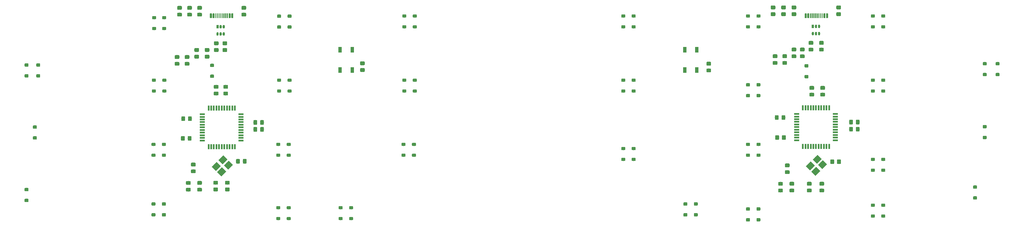
<source format=gbp>
G04 #@! TF.GenerationSoftware,KiCad,Pcbnew,(5.1.2-1)-1*
G04 #@! TF.CreationDate,2020-07-26T11:12:34-05:00*
G04 #@! TF.ProjectId,Dori,446f7269-2e6b-4696-9361-645f70636258,rev?*
G04 #@! TF.SameCoordinates,Original*
G04 #@! TF.FileFunction,Paste,Bot*
G04 #@! TF.FilePolarity,Positive*
%FSLAX46Y46*%
G04 Gerber Fmt 4.6, Leading zero omitted, Abs format (unit mm)*
G04 Created by KiCad (PCBNEW (5.1.2-1)-1) date 2020-07-26 11:12:34*
%MOMM*%
%LPD*%
G04 APERTURE LIST*
%ADD10C,0.100000*%
%ADD11C,1.150000*%
%ADD12C,1.000000*%
%ADD13C,1.800000*%
%ADD14R,0.500000X1.500000*%
%ADD15R,1.500000X0.500000*%
%ADD16C,0.650000*%
%ADD17R,0.650000X1.060000*%
%ADD18R,1.100000X1.800000*%
%ADD19C,0.600000*%
%ADD20C,0.300000*%
G04 APERTURE END LIST*
D10*
G36*
X342993505Y-47441204D02*
G01*
X343017773Y-47444804D01*
X343041572Y-47450765D01*
X343064671Y-47459030D01*
X343086850Y-47469520D01*
X343107893Y-47482132D01*
X343127599Y-47496747D01*
X343145777Y-47513223D01*
X343162253Y-47531401D01*
X343176868Y-47551107D01*
X343189480Y-47572150D01*
X343199970Y-47594329D01*
X343208235Y-47617428D01*
X343214196Y-47641227D01*
X343217796Y-47665495D01*
X343219000Y-47689999D01*
X343219000Y-48340001D01*
X343217796Y-48364505D01*
X343214196Y-48388773D01*
X343208235Y-48412572D01*
X343199970Y-48435671D01*
X343189480Y-48457850D01*
X343176868Y-48478893D01*
X343162253Y-48498599D01*
X343145777Y-48516777D01*
X343127599Y-48533253D01*
X343107893Y-48547868D01*
X343086850Y-48560480D01*
X343064671Y-48570970D01*
X343041572Y-48579235D01*
X343017773Y-48585196D01*
X342993505Y-48588796D01*
X342969001Y-48590000D01*
X342068999Y-48590000D01*
X342044495Y-48588796D01*
X342020227Y-48585196D01*
X341996428Y-48579235D01*
X341973329Y-48570970D01*
X341951150Y-48560480D01*
X341930107Y-48547868D01*
X341910401Y-48533253D01*
X341892223Y-48516777D01*
X341875747Y-48498599D01*
X341861132Y-48478893D01*
X341848520Y-48457850D01*
X341838030Y-48435671D01*
X341829765Y-48412572D01*
X341823804Y-48388773D01*
X341820204Y-48364505D01*
X341819000Y-48340001D01*
X341819000Y-47689999D01*
X341820204Y-47665495D01*
X341823804Y-47641227D01*
X341829765Y-47617428D01*
X341838030Y-47594329D01*
X341848520Y-47572150D01*
X341861132Y-47551107D01*
X341875747Y-47531401D01*
X341892223Y-47513223D01*
X341910401Y-47496747D01*
X341930107Y-47482132D01*
X341951150Y-47469520D01*
X341973329Y-47459030D01*
X341996428Y-47450765D01*
X342020227Y-47444804D01*
X342044495Y-47441204D01*
X342068999Y-47440000D01*
X342969001Y-47440000D01*
X342993505Y-47441204D01*
X342993505Y-47441204D01*
G37*
D11*
X342519000Y-48015000D03*
D10*
G36*
X342993505Y-45391204D02*
G01*
X343017773Y-45394804D01*
X343041572Y-45400765D01*
X343064671Y-45409030D01*
X343086850Y-45419520D01*
X343107893Y-45432132D01*
X343127599Y-45446747D01*
X343145777Y-45463223D01*
X343162253Y-45481401D01*
X343176868Y-45501107D01*
X343189480Y-45522150D01*
X343199970Y-45544329D01*
X343208235Y-45567428D01*
X343214196Y-45591227D01*
X343217796Y-45615495D01*
X343219000Y-45639999D01*
X343219000Y-46290001D01*
X343217796Y-46314505D01*
X343214196Y-46338773D01*
X343208235Y-46362572D01*
X343199970Y-46385671D01*
X343189480Y-46407850D01*
X343176868Y-46428893D01*
X343162253Y-46448599D01*
X343145777Y-46466777D01*
X343127599Y-46483253D01*
X343107893Y-46497868D01*
X343086850Y-46510480D01*
X343064671Y-46520970D01*
X343041572Y-46529235D01*
X343017773Y-46535196D01*
X342993505Y-46538796D01*
X342969001Y-46540000D01*
X342068999Y-46540000D01*
X342044495Y-46538796D01*
X342020227Y-46535196D01*
X341996428Y-46529235D01*
X341973329Y-46520970D01*
X341951150Y-46510480D01*
X341930107Y-46497868D01*
X341910401Y-46483253D01*
X341892223Y-46466777D01*
X341875747Y-46448599D01*
X341861132Y-46428893D01*
X341848520Y-46407850D01*
X341838030Y-46385671D01*
X341829765Y-46362572D01*
X341823804Y-46338773D01*
X341820204Y-46314505D01*
X341819000Y-46290001D01*
X341819000Y-45639999D01*
X341820204Y-45615495D01*
X341823804Y-45591227D01*
X341829765Y-45567428D01*
X341838030Y-45544329D01*
X341848520Y-45522150D01*
X341861132Y-45501107D01*
X341875747Y-45481401D01*
X341892223Y-45463223D01*
X341910401Y-45446747D01*
X341930107Y-45432132D01*
X341951150Y-45419520D01*
X341973329Y-45409030D01*
X341996428Y-45400765D01*
X342020227Y-45394804D01*
X342044495Y-45391204D01*
X342068999Y-45390000D01*
X342969001Y-45390000D01*
X342993505Y-45391204D01*
X342993505Y-45391204D01*
G37*
D11*
X342519000Y-45965000D03*
D10*
G36*
X329404505Y-58218204D02*
G01*
X329428773Y-58221804D01*
X329452572Y-58227765D01*
X329475671Y-58236030D01*
X329497850Y-58246520D01*
X329518893Y-58259132D01*
X329538599Y-58273747D01*
X329556777Y-58290223D01*
X329573253Y-58308401D01*
X329587868Y-58328107D01*
X329600480Y-58349150D01*
X329610970Y-58371329D01*
X329619235Y-58394428D01*
X329625196Y-58418227D01*
X329628796Y-58442495D01*
X329630000Y-58466999D01*
X329630000Y-59117001D01*
X329628796Y-59141505D01*
X329625196Y-59165773D01*
X329619235Y-59189572D01*
X329610970Y-59212671D01*
X329600480Y-59234850D01*
X329587868Y-59255893D01*
X329573253Y-59275599D01*
X329556777Y-59293777D01*
X329538599Y-59310253D01*
X329518893Y-59324868D01*
X329497850Y-59337480D01*
X329475671Y-59347970D01*
X329452572Y-59356235D01*
X329428773Y-59362196D01*
X329404505Y-59365796D01*
X329380001Y-59367000D01*
X328479999Y-59367000D01*
X328455495Y-59365796D01*
X328431227Y-59362196D01*
X328407428Y-59356235D01*
X328384329Y-59347970D01*
X328362150Y-59337480D01*
X328341107Y-59324868D01*
X328321401Y-59310253D01*
X328303223Y-59293777D01*
X328286747Y-59275599D01*
X328272132Y-59255893D01*
X328259520Y-59234850D01*
X328249030Y-59212671D01*
X328240765Y-59189572D01*
X328234804Y-59165773D01*
X328231204Y-59141505D01*
X328230000Y-59117001D01*
X328230000Y-58466999D01*
X328231204Y-58442495D01*
X328234804Y-58418227D01*
X328240765Y-58394428D01*
X328249030Y-58371329D01*
X328259520Y-58349150D01*
X328272132Y-58328107D01*
X328286747Y-58308401D01*
X328303223Y-58290223D01*
X328321401Y-58273747D01*
X328341107Y-58259132D01*
X328362150Y-58246520D01*
X328384329Y-58236030D01*
X328407428Y-58227765D01*
X328431227Y-58221804D01*
X328455495Y-58218204D01*
X328479999Y-58217000D01*
X329380001Y-58217000D01*
X329404505Y-58218204D01*
X329404505Y-58218204D01*
G37*
D11*
X328930000Y-58792000D03*
D10*
G36*
X329404505Y-60268204D02*
G01*
X329428773Y-60271804D01*
X329452572Y-60277765D01*
X329475671Y-60286030D01*
X329497850Y-60296520D01*
X329518893Y-60309132D01*
X329538599Y-60323747D01*
X329556777Y-60340223D01*
X329573253Y-60358401D01*
X329587868Y-60378107D01*
X329600480Y-60399150D01*
X329610970Y-60421329D01*
X329619235Y-60444428D01*
X329625196Y-60468227D01*
X329628796Y-60492495D01*
X329630000Y-60516999D01*
X329630000Y-61167001D01*
X329628796Y-61191505D01*
X329625196Y-61215773D01*
X329619235Y-61239572D01*
X329610970Y-61262671D01*
X329600480Y-61284850D01*
X329587868Y-61305893D01*
X329573253Y-61325599D01*
X329556777Y-61343777D01*
X329538599Y-61360253D01*
X329518893Y-61374868D01*
X329497850Y-61387480D01*
X329475671Y-61397970D01*
X329452572Y-61406235D01*
X329428773Y-61412196D01*
X329404505Y-61415796D01*
X329380001Y-61417000D01*
X328479999Y-61417000D01*
X328455495Y-61415796D01*
X328431227Y-61412196D01*
X328407428Y-61406235D01*
X328384329Y-61397970D01*
X328362150Y-61387480D01*
X328341107Y-61374868D01*
X328321401Y-61360253D01*
X328303223Y-61343777D01*
X328286747Y-61325599D01*
X328272132Y-61305893D01*
X328259520Y-61284850D01*
X328249030Y-61262671D01*
X328240765Y-61239572D01*
X328234804Y-61215773D01*
X328231204Y-61191505D01*
X328230000Y-61167001D01*
X328230000Y-60516999D01*
X328231204Y-60492495D01*
X328234804Y-60468227D01*
X328240765Y-60444428D01*
X328249030Y-60421329D01*
X328259520Y-60399150D01*
X328272132Y-60378107D01*
X328286747Y-60358401D01*
X328303223Y-60340223D01*
X328321401Y-60323747D01*
X328341107Y-60309132D01*
X328362150Y-60296520D01*
X328384329Y-60286030D01*
X328407428Y-60277765D01*
X328431227Y-60271804D01*
X328455495Y-60268204D01*
X328479999Y-60267000D01*
X329380001Y-60267000D01*
X329404505Y-60268204D01*
X329404505Y-60268204D01*
G37*
D11*
X328930000Y-60842000D03*
D10*
G36*
X147667505Y-58345204D02*
G01*
X147691773Y-58348804D01*
X147715572Y-58354765D01*
X147738671Y-58363030D01*
X147760850Y-58373520D01*
X147781893Y-58386132D01*
X147801599Y-58400747D01*
X147819777Y-58417223D01*
X147836253Y-58435401D01*
X147850868Y-58455107D01*
X147863480Y-58476150D01*
X147873970Y-58498329D01*
X147882235Y-58521428D01*
X147888196Y-58545227D01*
X147891796Y-58569495D01*
X147893000Y-58593999D01*
X147893000Y-59244001D01*
X147891796Y-59268505D01*
X147888196Y-59292773D01*
X147882235Y-59316572D01*
X147873970Y-59339671D01*
X147863480Y-59361850D01*
X147850868Y-59382893D01*
X147836253Y-59402599D01*
X147819777Y-59420777D01*
X147801599Y-59437253D01*
X147781893Y-59451868D01*
X147760850Y-59464480D01*
X147738671Y-59474970D01*
X147715572Y-59483235D01*
X147691773Y-59489196D01*
X147667505Y-59492796D01*
X147643001Y-59494000D01*
X146742999Y-59494000D01*
X146718495Y-59492796D01*
X146694227Y-59489196D01*
X146670428Y-59483235D01*
X146647329Y-59474970D01*
X146625150Y-59464480D01*
X146604107Y-59451868D01*
X146584401Y-59437253D01*
X146566223Y-59420777D01*
X146549747Y-59402599D01*
X146535132Y-59382893D01*
X146522520Y-59361850D01*
X146512030Y-59339671D01*
X146503765Y-59316572D01*
X146497804Y-59292773D01*
X146494204Y-59268505D01*
X146493000Y-59244001D01*
X146493000Y-58593999D01*
X146494204Y-58569495D01*
X146497804Y-58545227D01*
X146503765Y-58521428D01*
X146512030Y-58498329D01*
X146522520Y-58476150D01*
X146535132Y-58455107D01*
X146549747Y-58435401D01*
X146566223Y-58417223D01*
X146584401Y-58400747D01*
X146604107Y-58386132D01*
X146625150Y-58373520D01*
X146647329Y-58363030D01*
X146670428Y-58354765D01*
X146694227Y-58348804D01*
X146718495Y-58345204D01*
X146742999Y-58344000D01*
X147643001Y-58344000D01*
X147667505Y-58345204D01*
X147667505Y-58345204D01*
G37*
D11*
X147193000Y-58919000D03*
D10*
G36*
X147667505Y-60395204D02*
G01*
X147691773Y-60398804D01*
X147715572Y-60404765D01*
X147738671Y-60413030D01*
X147760850Y-60423520D01*
X147781893Y-60436132D01*
X147801599Y-60450747D01*
X147819777Y-60467223D01*
X147836253Y-60485401D01*
X147850868Y-60505107D01*
X147863480Y-60526150D01*
X147873970Y-60548329D01*
X147882235Y-60571428D01*
X147888196Y-60595227D01*
X147891796Y-60619495D01*
X147893000Y-60643999D01*
X147893000Y-61294001D01*
X147891796Y-61318505D01*
X147888196Y-61342773D01*
X147882235Y-61366572D01*
X147873970Y-61389671D01*
X147863480Y-61411850D01*
X147850868Y-61432893D01*
X147836253Y-61452599D01*
X147819777Y-61470777D01*
X147801599Y-61487253D01*
X147781893Y-61501868D01*
X147760850Y-61514480D01*
X147738671Y-61524970D01*
X147715572Y-61533235D01*
X147691773Y-61539196D01*
X147667505Y-61542796D01*
X147643001Y-61544000D01*
X146742999Y-61544000D01*
X146718495Y-61542796D01*
X146694227Y-61539196D01*
X146670428Y-61533235D01*
X146647329Y-61524970D01*
X146625150Y-61514480D01*
X146604107Y-61501868D01*
X146584401Y-61487253D01*
X146566223Y-61470777D01*
X146549747Y-61452599D01*
X146535132Y-61432893D01*
X146522520Y-61411850D01*
X146512030Y-61389671D01*
X146503765Y-61366572D01*
X146497804Y-61342773D01*
X146494204Y-61318505D01*
X146493000Y-61294001D01*
X146493000Y-60643999D01*
X146494204Y-60619495D01*
X146497804Y-60595227D01*
X146503765Y-60571428D01*
X146512030Y-60548329D01*
X146522520Y-60526150D01*
X146535132Y-60505107D01*
X146549747Y-60485401D01*
X146566223Y-60467223D01*
X146584401Y-60450747D01*
X146604107Y-60436132D01*
X146625150Y-60423520D01*
X146647329Y-60413030D01*
X146670428Y-60404765D01*
X146694227Y-60398804D01*
X146718495Y-60395204D01*
X146742999Y-60394000D01*
X147643001Y-60394000D01*
X147667505Y-60395204D01*
X147667505Y-60395204D01*
G37*
D11*
X147193000Y-60969000D03*
D10*
G36*
X326229505Y-45391204D02*
G01*
X326253773Y-45394804D01*
X326277572Y-45400765D01*
X326300671Y-45409030D01*
X326322850Y-45419520D01*
X326343893Y-45432132D01*
X326363599Y-45446747D01*
X326381777Y-45463223D01*
X326398253Y-45481401D01*
X326412868Y-45501107D01*
X326425480Y-45522150D01*
X326435970Y-45544329D01*
X326444235Y-45567428D01*
X326450196Y-45591227D01*
X326453796Y-45615495D01*
X326455000Y-45639999D01*
X326455000Y-46290001D01*
X326453796Y-46314505D01*
X326450196Y-46338773D01*
X326444235Y-46362572D01*
X326435970Y-46385671D01*
X326425480Y-46407850D01*
X326412868Y-46428893D01*
X326398253Y-46448599D01*
X326381777Y-46466777D01*
X326363599Y-46483253D01*
X326343893Y-46497868D01*
X326322850Y-46510480D01*
X326300671Y-46520970D01*
X326277572Y-46529235D01*
X326253773Y-46535196D01*
X326229505Y-46538796D01*
X326205001Y-46540000D01*
X325304999Y-46540000D01*
X325280495Y-46538796D01*
X325256227Y-46535196D01*
X325232428Y-46529235D01*
X325209329Y-46520970D01*
X325187150Y-46510480D01*
X325166107Y-46497868D01*
X325146401Y-46483253D01*
X325128223Y-46466777D01*
X325111747Y-46448599D01*
X325097132Y-46428893D01*
X325084520Y-46407850D01*
X325074030Y-46385671D01*
X325065765Y-46362572D01*
X325059804Y-46338773D01*
X325056204Y-46314505D01*
X325055000Y-46290001D01*
X325055000Y-45639999D01*
X325056204Y-45615495D01*
X325059804Y-45591227D01*
X325065765Y-45567428D01*
X325074030Y-45544329D01*
X325084520Y-45522150D01*
X325097132Y-45501107D01*
X325111747Y-45481401D01*
X325128223Y-45463223D01*
X325146401Y-45446747D01*
X325166107Y-45432132D01*
X325187150Y-45419520D01*
X325209329Y-45409030D01*
X325232428Y-45400765D01*
X325256227Y-45394804D01*
X325280495Y-45391204D01*
X325304999Y-45390000D01*
X326205001Y-45390000D01*
X326229505Y-45391204D01*
X326229505Y-45391204D01*
G37*
D11*
X325755000Y-45965000D03*
D10*
G36*
X326229505Y-47441204D02*
G01*
X326253773Y-47444804D01*
X326277572Y-47450765D01*
X326300671Y-47459030D01*
X326322850Y-47469520D01*
X326343893Y-47482132D01*
X326363599Y-47496747D01*
X326381777Y-47513223D01*
X326398253Y-47531401D01*
X326412868Y-47551107D01*
X326425480Y-47572150D01*
X326435970Y-47594329D01*
X326444235Y-47617428D01*
X326450196Y-47641227D01*
X326453796Y-47665495D01*
X326455000Y-47689999D01*
X326455000Y-48340001D01*
X326453796Y-48364505D01*
X326450196Y-48388773D01*
X326444235Y-48412572D01*
X326435970Y-48435671D01*
X326425480Y-48457850D01*
X326412868Y-48478893D01*
X326398253Y-48498599D01*
X326381777Y-48516777D01*
X326363599Y-48533253D01*
X326343893Y-48547868D01*
X326322850Y-48560480D01*
X326300671Y-48570970D01*
X326277572Y-48579235D01*
X326253773Y-48585196D01*
X326229505Y-48588796D01*
X326205001Y-48590000D01*
X325304999Y-48590000D01*
X325280495Y-48588796D01*
X325256227Y-48585196D01*
X325232428Y-48579235D01*
X325209329Y-48570970D01*
X325187150Y-48560480D01*
X325166107Y-48547868D01*
X325146401Y-48533253D01*
X325128223Y-48516777D01*
X325111747Y-48498599D01*
X325097132Y-48478893D01*
X325084520Y-48457850D01*
X325074030Y-48435671D01*
X325065765Y-48412572D01*
X325059804Y-48388773D01*
X325056204Y-48364505D01*
X325055000Y-48340001D01*
X325055000Y-47689999D01*
X325056204Y-47665495D01*
X325059804Y-47641227D01*
X325065765Y-47617428D01*
X325074030Y-47594329D01*
X325084520Y-47572150D01*
X325097132Y-47551107D01*
X325111747Y-47531401D01*
X325128223Y-47513223D01*
X325146401Y-47496747D01*
X325166107Y-47482132D01*
X325187150Y-47469520D01*
X325209329Y-47459030D01*
X325232428Y-47450765D01*
X325256227Y-47444804D01*
X325280495Y-47441204D01*
X325304999Y-47440000D01*
X326205001Y-47440000D01*
X326229505Y-47441204D01*
X326229505Y-47441204D01*
G37*
D11*
X325755000Y-48015000D03*
D10*
G36*
X145508505Y-45518204D02*
G01*
X145532773Y-45521804D01*
X145556572Y-45527765D01*
X145579671Y-45536030D01*
X145601850Y-45546520D01*
X145622893Y-45559132D01*
X145642599Y-45573747D01*
X145660777Y-45590223D01*
X145677253Y-45608401D01*
X145691868Y-45628107D01*
X145704480Y-45649150D01*
X145714970Y-45671329D01*
X145723235Y-45694428D01*
X145729196Y-45718227D01*
X145732796Y-45742495D01*
X145734000Y-45766999D01*
X145734000Y-46417001D01*
X145732796Y-46441505D01*
X145729196Y-46465773D01*
X145723235Y-46489572D01*
X145714970Y-46512671D01*
X145704480Y-46534850D01*
X145691868Y-46555893D01*
X145677253Y-46575599D01*
X145660777Y-46593777D01*
X145642599Y-46610253D01*
X145622893Y-46624868D01*
X145601850Y-46637480D01*
X145579671Y-46647970D01*
X145556572Y-46656235D01*
X145532773Y-46662196D01*
X145508505Y-46665796D01*
X145484001Y-46667000D01*
X144583999Y-46667000D01*
X144559495Y-46665796D01*
X144535227Y-46662196D01*
X144511428Y-46656235D01*
X144488329Y-46647970D01*
X144466150Y-46637480D01*
X144445107Y-46624868D01*
X144425401Y-46610253D01*
X144407223Y-46593777D01*
X144390747Y-46575599D01*
X144376132Y-46555893D01*
X144363520Y-46534850D01*
X144353030Y-46512671D01*
X144344765Y-46489572D01*
X144338804Y-46465773D01*
X144335204Y-46441505D01*
X144334000Y-46417001D01*
X144334000Y-45766999D01*
X144335204Y-45742495D01*
X144338804Y-45718227D01*
X144344765Y-45694428D01*
X144353030Y-45671329D01*
X144363520Y-45649150D01*
X144376132Y-45628107D01*
X144390747Y-45608401D01*
X144407223Y-45590223D01*
X144425401Y-45573747D01*
X144445107Y-45559132D01*
X144466150Y-45546520D01*
X144488329Y-45536030D01*
X144511428Y-45527765D01*
X144535227Y-45521804D01*
X144559495Y-45518204D01*
X144583999Y-45517000D01*
X145484001Y-45517000D01*
X145508505Y-45518204D01*
X145508505Y-45518204D01*
G37*
D11*
X145034000Y-46092000D03*
D10*
G36*
X145508505Y-47568204D02*
G01*
X145532773Y-47571804D01*
X145556572Y-47577765D01*
X145579671Y-47586030D01*
X145601850Y-47596520D01*
X145622893Y-47609132D01*
X145642599Y-47623747D01*
X145660777Y-47640223D01*
X145677253Y-47658401D01*
X145691868Y-47678107D01*
X145704480Y-47699150D01*
X145714970Y-47721329D01*
X145723235Y-47744428D01*
X145729196Y-47768227D01*
X145732796Y-47792495D01*
X145734000Y-47816999D01*
X145734000Y-48467001D01*
X145732796Y-48491505D01*
X145729196Y-48515773D01*
X145723235Y-48539572D01*
X145714970Y-48562671D01*
X145704480Y-48584850D01*
X145691868Y-48605893D01*
X145677253Y-48625599D01*
X145660777Y-48643777D01*
X145642599Y-48660253D01*
X145622893Y-48674868D01*
X145601850Y-48687480D01*
X145579671Y-48697970D01*
X145556572Y-48706235D01*
X145532773Y-48712196D01*
X145508505Y-48715796D01*
X145484001Y-48717000D01*
X144583999Y-48717000D01*
X144559495Y-48715796D01*
X144535227Y-48712196D01*
X144511428Y-48706235D01*
X144488329Y-48697970D01*
X144466150Y-48687480D01*
X144445107Y-48674868D01*
X144425401Y-48660253D01*
X144407223Y-48643777D01*
X144390747Y-48625599D01*
X144376132Y-48605893D01*
X144363520Y-48584850D01*
X144353030Y-48562671D01*
X144344765Y-48539572D01*
X144338804Y-48515773D01*
X144335204Y-48491505D01*
X144334000Y-48467001D01*
X144334000Y-47816999D01*
X144335204Y-47792495D01*
X144338804Y-47768227D01*
X144344765Y-47744428D01*
X144353030Y-47721329D01*
X144363520Y-47699150D01*
X144376132Y-47678107D01*
X144390747Y-47658401D01*
X144407223Y-47640223D01*
X144425401Y-47623747D01*
X144445107Y-47609132D01*
X144466150Y-47596520D01*
X144488329Y-47586030D01*
X144511428Y-47577765D01*
X144535227Y-47571804D01*
X144559495Y-47568204D01*
X144583999Y-47567000D01*
X145484001Y-47567000D01*
X145508505Y-47568204D01*
X145508505Y-47568204D01*
G37*
D11*
X145034000Y-48142000D03*
D10*
G36*
X331944505Y-58218204D02*
G01*
X331968773Y-58221804D01*
X331992572Y-58227765D01*
X332015671Y-58236030D01*
X332037850Y-58246520D01*
X332058893Y-58259132D01*
X332078599Y-58273747D01*
X332096777Y-58290223D01*
X332113253Y-58308401D01*
X332127868Y-58328107D01*
X332140480Y-58349150D01*
X332150970Y-58371329D01*
X332159235Y-58394428D01*
X332165196Y-58418227D01*
X332168796Y-58442495D01*
X332170000Y-58466999D01*
X332170000Y-59117001D01*
X332168796Y-59141505D01*
X332165196Y-59165773D01*
X332159235Y-59189572D01*
X332150970Y-59212671D01*
X332140480Y-59234850D01*
X332127868Y-59255893D01*
X332113253Y-59275599D01*
X332096777Y-59293777D01*
X332078599Y-59310253D01*
X332058893Y-59324868D01*
X332037850Y-59337480D01*
X332015671Y-59347970D01*
X331992572Y-59356235D01*
X331968773Y-59362196D01*
X331944505Y-59365796D01*
X331920001Y-59367000D01*
X331019999Y-59367000D01*
X330995495Y-59365796D01*
X330971227Y-59362196D01*
X330947428Y-59356235D01*
X330924329Y-59347970D01*
X330902150Y-59337480D01*
X330881107Y-59324868D01*
X330861401Y-59310253D01*
X330843223Y-59293777D01*
X330826747Y-59275599D01*
X330812132Y-59255893D01*
X330799520Y-59234850D01*
X330789030Y-59212671D01*
X330780765Y-59189572D01*
X330774804Y-59165773D01*
X330771204Y-59141505D01*
X330770000Y-59117001D01*
X330770000Y-58466999D01*
X330771204Y-58442495D01*
X330774804Y-58418227D01*
X330780765Y-58394428D01*
X330789030Y-58371329D01*
X330799520Y-58349150D01*
X330812132Y-58328107D01*
X330826747Y-58308401D01*
X330843223Y-58290223D01*
X330861401Y-58273747D01*
X330881107Y-58259132D01*
X330902150Y-58246520D01*
X330924329Y-58236030D01*
X330947428Y-58227765D01*
X330971227Y-58221804D01*
X330995495Y-58218204D01*
X331019999Y-58217000D01*
X331920001Y-58217000D01*
X331944505Y-58218204D01*
X331944505Y-58218204D01*
G37*
D11*
X331470000Y-58792000D03*
D10*
G36*
X331944505Y-60268204D02*
G01*
X331968773Y-60271804D01*
X331992572Y-60277765D01*
X332015671Y-60286030D01*
X332037850Y-60296520D01*
X332058893Y-60309132D01*
X332078599Y-60323747D01*
X332096777Y-60340223D01*
X332113253Y-60358401D01*
X332127868Y-60378107D01*
X332140480Y-60399150D01*
X332150970Y-60421329D01*
X332159235Y-60444428D01*
X332165196Y-60468227D01*
X332168796Y-60492495D01*
X332170000Y-60516999D01*
X332170000Y-61167001D01*
X332168796Y-61191505D01*
X332165196Y-61215773D01*
X332159235Y-61239572D01*
X332150970Y-61262671D01*
X332140480Y-61284850D01*
X332127868Y-61305893D01*
X332113253Y-61325599D01*
X332096777Y-61343777D01*
X332078599Y-61360253D01*
X332058893Y-61374868D01*
X332037850Y-61387480D01*
X332015671Y-61397970D01*
X331992572Y-61406235D01*
X331968773Y-61412196D01*
X331944505Y-61415796D01*
X331920001Y-61417000D01*
X331019999Y-61417000D01*
X330995495Y-61415796D01*
X330971227Y-61412196D01*
X330947428Y-61406235D01*
X330924329Y-61397970D01*
X330902150Y-61387480D01*
X330881107Y-61374868D01*
X330861401Y-61360253D01*
X330843223Y-61343777D01*
X330826747Y-61325599D01*
X330812132Y-61305893D01*
X330799520Y-61284850D01*
X330789030Y-61262671D01*
X330780765Y-61239572D01*
X330774804Y-61215773D01*
X330771204Y-61191505D01*
X330770000Y-61167001D01*
X330770000Y-60516999D01*
X330771204Y-60492495D01*
X330774804Y-60468227D01*
X330780765Y-60444428D01*
X330789030Y-60421329D01*
X330799520Y-60399150D01*
X330812132Y-60378107D01*
X330826747Y-60358401D01*
X330843223Y-60340223D01*
X330861401Y-60323747D01*
X330881107Y-60309132D01*
X330902150Y-60296520D01*
X330924329Y-60286030D01*
X330947428Y-60277765D01*
X330971227Y-60271804D01*
X330995495Y-60268204D01*
X331019999Y-60267000D01*
X331920001Y-60267000D01*
X331944505Y-60268204D01*
X331944505Y-60268204D01*
G37*
D11*
X331470000Y-60842000D03*
D10*
G36*
X150842505Y-58345204D02*
G01*
X150866773Y-58348804D01*
X150890572Y-58354765D01*
X150913671Y-58363030D01*
X150935850Y-58373520D01*
X150956893Y-58386132D01*
X150976599Y-58400747D01*
X150994777Y-58417223D01*
X151011253Y-58435401D01*
X151025868Y-58455107D01*
X151038480Y-58476150D01*
X151048970Y-58498329D01*
X151057235Y-58521428D01*
X151063196Y-58545227D01*
X151066796Y-58569495D01*
X151068000Y-58593999D01*
X151068000Y-59244001D01*
X151066796Y-59268505D01*
X151063196Y-59292773D01*
X151057235Y-59316572D01*
X151048970Y-59339671D01*
X151038480Y-59361850D01*
X151025868Y-59382893D01*
X151011253Y-59402599D01*
X150994777Y-59420777D01*
X150976599Y-59437253D01*
X150956893Y-59451868D01*
X150935850Y-59464480D01*
X150913671Y-59474970D01*
X150890572Y-59483235D01*
X150866773Y-59489196D01*
X150842505Y-59492796D01*
X150818001Y-59494000D01*
X149917999Y-59494000D01*
X149893495Y-59492796D01*
X149869227Y-59489196D01*
X149845428Y-59483235D01*
X149822329Y-59474970D01*
X149800150Y-59464480D01*
X149779107Y-59451868D01*
X149759401Y-59437253D01*
X149741223Y-59420777D01*
X149724747Y-59402599D01*
X149710132Y-59382893D01*
X149697520Y-59361850D01*
X149687030Y-59339671D01*
X149678765Y-59316572D01*
X149672804Y-59292773D01*
X149669204Y-59268505D01*
X149668000Y-59244001D01*
X149668000Y-58593999D01*
X149669204Y-58569495D01*
X149672804Y-58545227D01*
X149678765Y-58521428D01*
X149687030Y-58498329D01*
X149697520Y-58476150D01*
X149710132Y-58455107D01*
X149724747Y-58435401D01*
X149741223Y-58417223D01*
X149759401Y-58400747D01*
X149779107Y-58386132D01*
X149800150Y-58373520D01*
X149822329Y-58363030D01*
X149845428Y-58354765D01*
X149869227Y-58348804D01*
X149893495Y-58345204D01*
X149917999Y-58344000D01*
X150818001Y-58344000D01*
X150842505Y-58345204D01*
X150842505Y-58345204D01*
G37*
D11*
X150368000Y-58919000D03*
D10*
G36*
X150842505Y-60395204D02*
G01*
X150866773Y-60398804D01*
X150890572Y-60404765D01*
X150913671Y-60413030D01*
X150935850Y-60423520D01*
X150956893Y-60436132D01*
X150976599Y-60450747D01*
X150994777Y-60467223D01*
X151011253Y-60485401D01*
X151025868Y-60505107D01*
X151038480Y-60526150D01*
X151048970Y-60548329D01*
X151057235Y-60571428D01*
X151063196Y-60595227D01*
X151066796Y-60619495D01*
X151068000Y-60643999D01*
X151068000Y-61294001D01*
X151066796Y-61318505D01*
X151063196Y-61342773D01*
X151057235Y-61366572D01*
X151048970Y-61389671D01*
X151038480Y-61411850D01*
X151025868Y-61432893D01*
X151011253Y-61452599D01*
X150994777Y-61470777D01*
X150976599Y-61487253D01*
X150956893Y-61501868D01*
X150935850Y-61514480D01*
X150913671Y-61524970D01*
X150890572Y-61533235D01*
X150866773Y-61539196D01*
X150842505Y-61542796D01*
X150818001Y-61544000D01*
X149917999Y-61544000D01*
X149893495Y-61542796D01*
X149869227Y-61539196D01*
X149845428Y-61533235D01*
X149822329Y-61524970D01*
X149800150Y-61514480D01*
X149779107Y-61501868D01*
X149759401Y-61487253D01*
X149741223Y-61470777D01*
X149724747Y-61452599D01*
X149710132Y-61432893D01*
X149697520Y-61411850D01*
X149687030Y-61389671D01*
X149678765Y-61366572D01*
X149672804Y-61342773D01*
X149669204Y-61318505D01*
X149668000Y-61294001D01*
X149668000Y-60643999D01*
X149669204Y-60619495D01*
X149672804Y-60595227D01*
X149678765Y-60571428D01*
X149687030Y-60548329D01*
X149697520Y-60526150D01*
X149710132Y-60505107D01*
X149724747Y-60485401D01*
X149741223Y-60467223D01*
X149759401Y-60450747D01*
X149779107Y-60436132D01*
X149800150Y-60423520D01*
X149822329Y-60413030D01*
X149845428Y-60404765D01*
X149869227Y-60398804D01*
X149893495Y-60395204D01*
X149917999Y-60394000D01*
X150818001Y-60394000D01*
X150842505Y-60395204D01*
X150842505Y-60395204D01*
G37*
D11*
X150368000Y-60969000D03*
D10*
G36*
X323054505Y-45391204D02*
G01*
X323078773Y-45394804D01*
X323102572Y-45400765D01*
X323125671Y-45409030D01*
X323147850Y-45419520D01*
X323168893Y-45432132D01*
X323188599Y-45446747D01*
X323206777Y-45463223D01*
X323223253Y-45481401D01*
X323237868Y-45501107D01*
X323250480Y-45522150D01*
X323260970Y-45544329D01*
X323269235Y-45567428D01*
X323275196Y-45591227D01*
X323278796Y-45615495D01*
X323280000Y-45639999D01*
X323280000Y-46290001D01*
X323278796Y-46314505D01*
X323275196Y-46338773D01*
X323269235Y-46362572D01*
X323260970Y-46385671D01*
X323250480Y-46407850D01*
X323237868Y-46428893D01*
X323223253Y-46448599D01*
X323206777Y-46466777D01*
X323188599Y-46483253D01*
X323168893Y-46497868D01*
X323147850Y-46510480D01*
X323125671Y-46520970D01*
X323102572Y-46529235D01*
X323078773Y-46535196D01*
X323054505Y-46538796D01*
X323030001Y-46540000D01*
X322129999Y-46540000D01*
X322105495Y-46538796D01*
X322081227Y-46535196D01*
X322057428Y-46529235D01*
X322034329Y-46520970D01*
X322012150Y-46510480D01*
X321991107Y-46497868D01*
X321971401Y-46483253D01*
X321953223Y-46466777D01*
X321936747Y-46448599D01*
X321922132Y-46428893D01*
X321909520Y-46407850D01*
X321899030Y-46385671D01*
X321890765Y-46362572D01*
X321884804Y-46338773D01*
X321881204Y-46314505D01*
X321880000Y-46290001D01*
X321880000Y-45639999D01*
X321881204Y-45615495D01*
X321884804Y-45591227D01*
X321890765Y-45567428D01*
X321899030Y-45544329D01*
X321909520Y-45522150D01*
X321922132Y-45501107D01*
X321936747Y-45481401D01*
X321953223Y-45463223D01*
X321971401Y-45446747D01*
X321991107Y-45432132D01*
X322012150Y-45419520D01*
X322034329Y-45409030D01*
X322057428Y-45400765D01*
X322081227Y-45394804D01*
X322105495Y-45391204D01*
X322129999Y-45390000D01*
X323030001Y-45390000D01*
X323054505Y-45391204D01*
X323054505Y-45391204D01*
G37*
D11*
X322580000Y-45965000D03*
D10*
G36*
X323054505Y-47441204D02*
G01*
X323078773Y-47444804D01*
X323102572Y-47450765D01*
X323125671Y-47459030D01*
X323147850Y-47469520D01*
X323168893Y-47482132D01*
X323188599Y-47496747D01*
X323206777Y-47513223D01*
X323223253Y-47531401D01*
X323237868Y-47551107D01*
X323250480Y-47572150D01*
X323260970Y-47594329D01*
X323269235Y-47617428D01*
X323275196Y-47641227D01*
X323278796Y-47665495D01*
X323280000Y-47689999D01*
X323280000Y-48340001D01*
X323278796Y-48364505D01*
X323275196Y-48388773D01*
X323269235Y-48412572D01*
X323260970Y-48435671D01*
X323250480Y-48457850D01*
X323237868Y-48478893D01*
X323223253Y-48498599D01*
X323206777Y-48516777D01*
X323188599Y-48533253D01*
X323168893Y-48547868D01*
X323147850Y-48560480D01*
X323125671Y-48570970D01*
X323102572Y-48579235D01*
X323078773Y-48585196D01*
X323054505Y-48588796D01*
X323030001Y-48590000D01*
X322129999Y-48590000D01*
X322105495Y-48588796D01*
X322081227Y-48585196D01*
X322057428Y-48579235D01*
X322034329Y-48570970D01*
X322012150Y-48560480D01*
X321991107Y-48547868D01*
X321971401Y-48533253D01*
X321953223Y-48516777D01*
X321936747Y-48498599D01*
X321922132Y-48478893D01*
X321909520Y-48457850D01*
X321899030Y-48435671D01*
X321890765Y-48412572D01*
X321884804Y-48388773D01*
X321881204Y-48364505D01*
X321880000Y-48340001D01*
X321880000Y-47689999D01*
X321881204Y-47665495D01*
X321884804Y-47641227D01*
X321890765Y-47617428D01*
X321899030Y-47594329D01*
X321909520Y-47572150D01*
X321922132Y-47551107D01*
X321936747Y-47531401D01*
X321953223Y-47513223D01*
X321971401Y-47496747D01*
X321991107Y-47482132D01*
X322012150Y-47469520D01*
X322034329Y-47459030D01*
X322057428Y-47450765D01*
X322081227Y-47444804D01*
X322105495Y-47441204D01*
X322129999Y-47440000D01*
X323030001Y-47440000D01*
X323054505Y-47441204D01*
X323054505Y-47441204D01*
G37*
D11*
X322580000Y-48015000D03*
D10*
G36*
X142460505Y-45518204D02*
G01*
X142484773Y-45521804D01*
X142508572Y-45527765D01*
X142531671Y-45536030D01*
X142553850Y-45546520D01*
X142574893Y-45559132D01*
X142594599Y-45573747D01*
X142612777Y-45590223D01*
X142629253Y-45608401D01*
X142643868Y-45628107D01*
X142656480Y-45649150D01*
X142666970Y-45671329D01*
X142675235Y-45694428D01*
X142681196Y-45718227D01*
X142684796Y-45742495D01*
X142686000Y-45766999D01*
X142686000Y-46417001D01*
X142684796Y-46441505D01*
X142681196Y-46465773D01*
X142675235Y-46489572D01*
X142666970Y-46512671D01*
X142656480Y-46534850D01*
X142643868Y-46555893D01*
X142629253Y-46575599D01*
X142612777Y-46593777D01*
X142594599Y-46610253D01*
X142574893Y-46624868D01*
X142553850Y-46637480D01*
X142531671Y-46647970D01*
X142508572Y-46656235D01*
X142484773Y-46662196D01*
X142460505Y-46665796D01*
X142436001Y-46667000D01*
X141535999Y-46667000D01*
X141511495Y-46665796D01*
X141487227Y-46662196D01*
X141463428Y-46656235D01*
X141440329Y-46647970D01*
X141418150Y-46637480D01*
X141397107Y-46624868D01*
X141377401Y-46610253D01*
X141359223Y-46593777D01*
X141342747Y-46575599D01*
X141328132Y-46555893D01*
X141315520Y-46534850D01*
X141305030Y-46512671D01*
X141296765Y-46489572D01*
X141290804Y-46465773D01*
X141287204Y-46441505D01*
X141286000Y-46417001D01*
X141286000Y-45766999D01*
X141287204Y-45742495D01*
X141290804Y-45718227D01*
X141296765Y-45694428D01*
X141305030Y-45671329D01*
X141315520Y-45649150D01*
X141328132Y-45628107D01*
X141342747Y-45608401D01*
X141359223Y-45590223D01*
X141377401Y-45573747D01*
X141397107Y-45559132D01*
X141418150Y-45546520D01*
X141440329Y-45536030D01*
X141463428Y-45527765D01*
X141487227Y-45521804D01*
X141511495Y-45518204D01*
X141535999Y-45517000D01*
X142436001Y-45517000D01*
X142460505Y-45518204D01*
X142460505Y-45518204D01*
G37*
D11*
X141986000Y-46092000D03*
D10*
G36*
X142460505Y-47568204D02*
G01*
X142484773Y-47571804D01*
X142508572Y-47577765D01*
X142531671Y-47586030D01*
X142553850Y-47596520D01*
X142574893Y-47609132D01*
X142594599Y-47623747D01*
X142612777Y-47640223D01*
X142629253Y-47658401D01*
X142643868Y-47678107D01*
X142656480Y-47699150D01*
X142666970Y-47721329D01*
X142675235Y-47744428D01*
X142681196Y-47768227D01*
X142684796Y-47792495D01*
X142686000Y-47816999D01*
X142686000Y-48467001D01*
X142684796Y-48491505D01*
X142681196Y-48515773D01*
X142675235Y-48539572D01*
X142666970Y-48562671D01*
X142656480Y-48584850D01*
X142643868Y-48605893D01*
X142629253Y-48625599D01*
X142612777Y-48643777D01*
X142594599Y-48660253D01*
X142574893Y-48674868D01*
X142553850Y-48687480D01*
X142531671Y-48697970D01*
X142508572Y-48706235D01*
X142484773Y-48712196D01*
X142460505Y-48715796D01*
X142436001Y-48717000D01*
X141535999Y-48717000D01*
X141511495Y-48715796D01*
X141487227Y-48712196D01*
X141463428Y-48706235D01*
X141440329Y-48697970D01*
X141418150Y-48687480D01*
X141397107Y-48674868D01*
X141377401Y-48660253D01*
X141359223Y-48643777D01*
X141342747Y-48625599D01*
X141328132Y-48605893D01*
X141315520Y-48584850D01*
X141305030Y-48562671D01*
X141296765Y-48539572D01*
X141290804Y-48515773D01*
X141287204Y-48491505D01*
X141286000Y-48467001D01*
X141286000Y-47816999D01*
X141287204Y-47792495D01*
X141290804Y-47768227D01*
X141296765Y-47744428D01*
X141305030Y-47721329D01*
X141315520Y-47699150D01*
X141328132Y-47678107D01*
X141342747Y-47658401D01*
X141359223Y-47640223D01*
X141377401Y-47623747D01*
X141397107Y-47609132D01*
X141418150Y-47596520D01*
X141440329Y-47586030D01*
X141463428Y-47577765D01*
X141487227Y-47571804D01*
X141511495Y-47568204D01*
X141535999Y-47567000D01*
X142436001Y-47567000D01*
X142460505Y-47568204D01*
X142460505Y-47568204D01*
G37*
D11*
X141986000Y-48142000D03*
D10*
G36*
X384422504Y-103513204D02*
G01*
X384446773Y-103516804D01*
X384470571Y-103522765D01*
X384493671Y-103531030D01*
X384515849Y-103541520D01*
X384536893Y-103554133D01*
X384556598Y-103568747D01*
X384574777Y-103585223D01*
X384591253Y-103603402D01*
X384605867Y-103623107D01*
X384618480Y-103644151D01*
X384628970Y-103666329D01*
X384637235Y-103689429D01*
X384643196Y-103713227D01*
X384646796Y-103737496D01*
X384648000Y-103762000D01*
X384648000Y-104262000D01*
X384646796Y-104286504D01*
X384643196Y-104310773D01*
X384637235Y-104334571D01*
X384628970Y-104357671D01*
X384618480Y-104379849D01*
X384605867Y-104400893D01*
X384591253Y-104420598D01*
X384574777Y-104438777D01*
X384556598Y-104455253D01*
X384536893Y-104469867D01*
X384515849Y-104482480D01*
X384493671Y-104492970D01*
X384470571Y-104501235D01*
X384446773Y-104507196D01*
X384422504Y-104510796D01*
X384398000Y-104512000D01*
X383698000Y-104512000D01*
X383673496Y-104510796D01*
X383649227Y-104507196D01*
X383625429Y-104501235D01*
X383602329Y-104492970D01*
X383580151Y-104482480D01*
X383559107Y-104469867D01*
X383539402Y-104455253D01*
X383521223Y-104438777D01*
X383504747Y-104420598D01*
X383490133Y-104400893D01*
X383477520Y-104379849D01*
X383467030Y-104357671D01*
X383458765Y-104334571D01*
X383452804Y-104310773D01*
X383449204Y-104286504D01*
X383448000Y-104262000D01*
X383448000Y-103762000D01*
X383449204Y-103737496D01*
X383452804Y-103713227D01*
X383458765Y-103689429D01*
X383467030Y-103666329D01*
X383477520Y-103644151D01*
X383490133Y-103623107D01*
X383504747Y-103603402D01*
X383521223Y-103585223D01*
X383539402Y-103568747D01*
X383559107Y-103554133D01*
X383580151Y-103541520D01*
X383602329Y-103531030D01*
X383625429Y-103522765D01*
X383649227Y-103516804D01*
X383673496Y-103513204D01*
X383698000Y-103512000D01*
X384398000Y-103512000D01*
X384422504Y-103513204D01*
X384422504Y-103513204D01*
G37*
D12*
X384048000Y-104012000D03*
D10*
G36*
X384422504Y-100213204D02*
G01*
X384446773Y-100216804D01*
X384470571Y-100222765D01*
X384493671Y-100231030D01*
X384515849Y-100241520D01*
X384536893Y-100254133D01*
X384556598Y-100268747D01*
X384574777Y-100285223D01*
X384591253Y-100303402D01*
X384605867Y-100323107D01*
X384618480Y-100344151D01*
X384628970Y-100366329D01*
X384637235Y-100389429D01*
X384643196Y-100413227D01*
X384646796Y-100437496D01*
X384648000Y-100462000D01*
X384648000Y-100962000D01*
X384646796Y-100986504D01*
X384643196Y-101010773D01*
X384637235Y-101034571D01*
X384628970Y-101057671D01*
X384618480Y-101079849D01*
X384605867Y-101100893D01*
X384591253Y-101120598D01*
X384574777Y-101138777D01*
X384556598Y-101155253D01*
X384536893Y-101169867D01*
X384515849Y-101182480D01*
X384493671Y-101192970D01*
X384470571Y-101201235D01*
X384446773Y-101207196D01*
X384422504Y-101210796D01*
X384398000Y-101212000D01*
X383698000Y-101212000D01*
X383673496Y-101210796D01*
X383649227Y-101207196D01*
X383625429Y-101201235D01*
X383602329Y-101192970D01*
X383580151Y-101182480D01*
X383559107Y-101169867D01*
X383539402Y-101155253D01*
X383521223Y-101138777D01*
X383504747Y-101120598D01*
X383490133Y-101100893D01*
X383477520Y-101079849D01*
X383467030Y-101057671D01*
X383458765Y-101034571D01*
X383452804Y-101010773D01*
X383449204Y-100986504D01*
X383448000Y-100962000D01*
X383448000Y-100462000D01*
X383449204Y-100437496D01*
X383452804Y-100413227D01*
X383458765Y-100389429D01*
X383467030Y-100366329D01*
X383477520Y-100344151D01*
X383490133Y-100323107D01*
X383504747Y-100303402D01*
X383521223Y-100285223D01*
X383539402Y-100268747D01*
X383559107Y-100254133D01*
X383580151Y-100241520D01*
X383602329Y-100231030D01*
X383625429Y-100222765D01*
X383649227Y-100216804D01*
X383673496Y-100213204D01*
X383698000Y-100212000D01*
X384398000Y-100212000D01*
X384422504Y-100213204D01*
X384422504Y-100213204D01*
G37*
D12*
X384048000Y-100712000D03*
D10*
G36*
X387343504Y-85098204D02*
G01*
X387367773Y-85101804D01*
X387391571Y-85107765D01*
X387414671Y-85116030D01*
X387436849Y-85126520D01*
X387457893Y-85139133D01*
X387477598Y-85153747D01*
X387495777Y-85170223D01*
X387512253Y-85188402D01*
X387526867Y-85208107D01*
X387539480Y-85229151D01*
X387549970Y-85251329D01*
X387558235Y-85274429D01*
X387564196Y-85298227D01*
X387567796Y-85322496D01*
X387569000Y-85347000D01*
X387569000Y-85847000D01*
X387567796Y-85871504D01*
X387564196Y-85895773D01*
X387558235Y-85919571D01*
X387549970Y-85942671D01*
X387539480Y-85964849D01*
X387526867Y-85985893D01*
X387512253Y-86005598D01*
X387495777Y-86023777D01*
X387477598Y-86040253D01*
X387457893Y-86054867D01*
X387436849Y-86067480D01*
X387414671Y-86077970D01*
X387391571Y-86086235D01*
X387367773Y-86092196D01*
X387343504Y-86095796D01*
X387319000Y-86097000D01*
X386619000Y-86097000D01*
X386594496Y-86095796D01*
X386570227Y-86092196D01*
X386546429Y-86086235D01*
X386523329Y-86077970D01*
X386501151Y-86067480D01*
X386480107Y-86054867D01*
X386460402Y-86040253D01*
X386442223Y-86023777D01*
X386425747Y-86005598D01*
X386411133Y-85985893D01*
X386398520Y-85964849D01*
X386388030Y-85942671D01*
X386379765Y-85919571D01*
X386373804Y-85895773D01*
X386370204Y-85871504D01*
X386369000Y-85847000D01*
X386369000Y-85347000D01*
X386370204Y-85322496D01*
X386373804Y-85298227D01*
X386379765Y-85274429D01*
X386388030Y-85251329D01*
X386398520Y-85229151D01*
X386411133Y-85208107D01*
X386425747Y-85188402D01*
X386442223Y-85170223D01*
X386460402Y-85153747D01*
X386480107Y-85139133D01*
X386501151Y-85126520D01*
X386523329Y-85116030D01*
X386546429Y-85107765D01*
X386570227Y-85101804D01*
X386594496Y-85098204D01*
X386619000Y-85097000D01*
X387319000Y-85097000D01*
X387343504Y-85098204D01*
X387343504Y-85098204D01*
G37*
D12*
X386969000Y-85597000D03*
D10*
G36*
X387343504Y-81798204D02*
G01*
X387367773Y-81801804D01*
X387391571Y-81807765D01*
X387414671Y-81816030D01*
X387436849Y-81826520D01*
X387457893Y-81839133D01*
X387477598Y-81853747D01*
X387495777Y-81870223D01*
X387512253Y-81888402D01*
X387526867Y-81908107D01*
X387539480Y-81929151D01*
X387549970Y-81951329D01*
X387558235Y-81974429D01*
X387564196Y-81998227D01*
X387567796Y-82022496D01*
X387569000Y-82047000D01*
X387569000Y-82547000D01*
X387567796Y-82571504D01*
X387564196Y-82595773D01*
X387558235Y-82619571D01*
X387549970Y-82642671D01*
X387539480Y-82664849D01*
X387526867Y-82685893D01*
X387512253Y-82705598D01*
X387495777Y-82723777D01*
X387477598Y-82740253D01*
X387457893Y-82754867D01*
X387436849Y-82767480D01*
X387414671Y-82777970D01*
X387391571Y-82786235D01*
X387367773Y-82792196D01*
X387343504Y-82795796D01*
X387319000Y-82797000D01*
X386619000Y-82797000D01*
X386594496Y-82795796D01*
X386570227Y-82792196D01*
X386546429Y-82786235D01*
X386523329Y-82777970D01*
X386501151Y-82767480D01*
X386480107Y-82754867D01*
X386460402Y-82740253D01*
X386442223Y-82723777D01*
X386425747Y-82705598D01*
X386411133Y-82685893D01*
X386398520Y-82664849D01*
X386388030Y-82642671D01*
X386379765Y-82619571D01*
X386373804Y-82595773D01*
X386370204Y-82571504D01*
X386369000Y-82547000D01*
X386369000Y-82047000D01*
X386370204Y-82022496D01*
X386373804Y-81998227D01*
X386379765Y-81974429D01*
X386388030Y-81951329D01*
X386398520Y-81929151D01*
X386411133Y-81908107D01*
X386425747Y-81888402D01*
X386442223Y-81870223D01*
X386460402Y-81853747D01*
X386480107Y-81839133D01*
X386501151Y-81826520D01*
X386523329Y-81816030D01*
X386546429Y-81807765D01*
X386570227Y-81801804D01*
X386594496Y-81798204D01*
X386619000Y-81797000D01*
X387319000Y-81797000D01*
X387343504Y-81798204D01*
X387343504Y-81798204D01*
G37*
D12*
X386969000Y-82297000D03*
D10*
G36*
X387343504Y-65921204D02*
G01*
X387367773Y-65924804D01*
X387391571Y-65930765D01*
X387414671Y-65939030D01*
X387436849Y-65949520D01*
X387457893Y-65962133D01*
X387477598Y-65976747D01*
X387495777Y-65993223D01*
X387512253Y-66011402D01*
X387526867Y-66031107D01*
X387539480Y-66052151D01*
X387549970Y-66074329D01*
X387558235Y-66097429D01*
X387564196Y-66121227D01*
X387567796Y-66145496D01*
X387569000Y-66170000D01*
X387569000Y-66670000D01*
X387567796Y-66694504D01*
X387564196Y-66718773D01*
X387558235Y-66742571D01*
X387549970Y-66765671D01*
X387539480Y-66787849D01*
X387526867Y-66808893D01*
X387512253Y-66828598D01*
X387495777Y-66846777D01*
X387477598Y-66863253D01*
X387457893Y-66877867D01*
X387436849Y-66890480D01*
X387414671Y-66900970D01*
X387391571Y-66909235D01*
X387367773Y-66915196D01*
X387343504Y-66918796D01*
X387319000Y-66920000D01*
X386619000Y-66920000D01*
X386594496Y-66918796D01*
X386570227Y-66915196D01*
X386546429Y-66909235D01*
X386523329Y-66900970D01*
X386501151Y-66890480D01*
X386480107Y-66877867D01*
X386460402Y-66863253D01*
X386442223Y-66846777D01*
X386425747Y-66828598D01*
X386411133Y-66808893D01*
X386398520Y-66787849D01*
X386388030Y-66765671D01*
X386379765Y-66742571D01*
X386373804Y-66718773D01*
X386370204Y-66694504D01*
X386369000Y-66670000D01*
X386369000Y-66170000D01*
X386370204Y-66145496D01*
X386373804Y-66121227D01*
X386379765Y-66097429D01*
X386388030Y-66074329D01*
X386398520Y-66052151D01*
X386411133Y-66031107D01*
X386425747Y-66011402D01*
X386442223Y-65993223D01*
X386460402Y-65976747D01*
X386480107Y-65962133D01*
X386501151Y-65949520D01*
X386523329Y-65939030D01*
X386546429Y-65930765D01*
X386570227Y-65924804D01*
X386594496Y-65921204D01*
X386619000Y-65920000D01*
X387319000Y-65920000D01*
X387343504Y-65921204D01*
X387343504Y-65921204D01*
G37*
D12*
X386969000Y-66420000D03*
D10*
G36*
X387343504Y-62621204D02*
G01*
X387367773Y-62624804D01*
X387391571Y-62630765D01*
X387414671Y-62639030D01*
X387436849Y-62649520D01*
X387457893Y-62662133D01*
X387477598Y-62676747D01*
X387495777Y-62693223D01*
X387512253Y-62711402D01*
X387526867Y-62731107D01*
X387539480Y-62752151D01*
X387549970Y-62774329D01*
X387558235Y-62797429D01*
X387564196Y-62821227D01*
X387567796Y-62845496D01*
X387569000Y-62870000D01*
X387569000Y-63370000D01*
X387567796Y-63394504D01*
X387564196Y-63418773D01*
X387558235Y-63442571D01*
X387549970Y-63465671D01*
X387539480Y-63487849D01*
X387526867Y-63508893D01*
X387512253Y-63528598D01*
X387495777Y-63546777D01*
X387477598Y-63563253D01*
X387457893Y-63577867D01*
X387436849Y-63590480D01*
X387414671Y-63600970D01*
X387391571Y-63609235D01*
X387367773Y-63615196D01*
X387343504Y-63618796D01*
X387319000Y-63620000D01*
X386619000Y-63620000D01*
X386594496Y-63618796D01*
X386570227Y-63615196D01*
X386546429Y-63609235D01*
X386523329Y-63600970D01*
X386501151Y-63590480D01*
X386480107Y-63577867D01*
X386460402Y-63563253D01*
X386442223Y-63546777D01*
X386425747Y-63528598D01*
X386411133Y-63508893D01*
X386398520Y-63487849D01*
X386388030Y-63465671D01*
X386379765Y-63442571D01*
X386373804Y-63418773D01*
X386370204Y-63394504D01*
X386369000Y-63370000D01*
X386369000Y-62870000D01*
X386370204Y-62845496D01*
X386373804Y-62821227D01*
X386379765Y-62797429D01*
X386388030Y-62774329D01*
X386398520Y-62752151D01*
X386411133Y-62731107D01*
X386425747Y-62711402D01*
X386442223Y-62693223D01*
X386460402Y-62676747D01*
X386480107Y-62662133D01*
X386501151Y-62649520D01*
X386523329Y-62639030D01*
X386546429Y-62630765D01*
X386570227Y-62624804D01*
X386594496Y-62621204D01*
X386619000Y-62620000D01*
X387319000Y-62620000D01*
X387343504Y-62621204D01*
X387343504Y-62621204D01*
G37*
D12*
X386969000Y-63120000D03*
D10*
G36*
X391280504Y-65921204D02*
G01*
X391304773Y-65924804D01*
X391328571Y-65930765D01*
X391351671Y-65939030D01*
X391373849Y-65949520D01*
X391394893Y-65962133D01*
X391414598Y-65976747D01*
X391432777Y-65993223D01*
X391449253Y-66011402D01*
X391463867Y-66031107D01*
X391476480Y-66052151D01*
X391486970Y-66074329D01*
X391495235Y-66097429D01*
X391501196Y-66121227D01*
X391504796Y-66145496D01*
X391506000Y-66170000D01*
X391506000Y-66670000D01*
X391504796Y-66694504D01*
X391501196Y-66718773D01*
X391495235Y-66742571D01*
X391486970Y-66765671D01*
X391476480Y-66787849D01*
X391463867Y-66808893D01*
X391449253Y-66828598D01*
X391432777Y-66846777D01*
X391414598Y-66863253D01*
X391394893Y-66877867D01*
X391373849Y-66890480D01*
X391351671Y-66900970D01*
X391328571Y-66909235D01*
X391304773Y-66915196D01*
X391280504Y-66918796D01*
X391256000Y-66920000D01*
X390556000Y-66920000D01*
X390531496Y-66918796D01*
X390507227Y-66915196D01*
X390483429Y-66909235D01*
X390460329Y-66900970D01*
X390438151Y-66890480D01*
X390417107Y-66877867D01*
X390397402Y-66863253D01*
X390379223Y-66846777D01*
X390362747Y-66828598D01*
X390348133Y-66808893D01*
X390335520Y-66787849D01*
X390325030Y-66765671D01*
X390316765Y-66742571D01*
X390310804Y-66718773D01*
X390307204Y-66694504D01*
X390306000Y-66670000D01*
X390306000Y-66170000D01*
X390307204Y-66145496D01*
X390310804Y-66121227D01*
X390316765Y-66097429D01*
X390325030Y-66074329D01*
X390335520Y-66052151D01*
X390348133Y-66031107D01*
X390362747Y-66011402D01*
X390379223Y-65993223D01*
X390397402Y-65976747D01*
X390417107Y-65962133D01*
X390438151Y-65949520D01*
X390460329Y-65939030D01*
X390483429Y-65930765D01*
X390507227Y-65924804D01*
X390531496Y-65921204D01*
X390556000Y-65920000D01*
X391256000Y-65920000D01*
X391280504Y-65921204D01*
X391280504Y-65921204D01*
G37*
D12*
X390906000Y-66420000D03*
D10*
G36*
X391280504Y-62621204D02*
G01*
X391304773Y-62624804D01*
X391328571Y-62630765D01*
X391351671Y-62639030D01*
X391373849Y-62649520D01*
X391394893Y-62662133D01*
X391414598Y-62676747D01*
X391432777Y-62693223D01*
X391449253Y-62711402D01*
X391463867Y-62731107D01*
X391476480Y-62752151D01*
X391486970Y-62774329D01*
X391495235Y-62797429D01*
X391501196Y-62821227D01*
X391504796Y-62845496D01*
X391506000Y-62870000D01*
X391506000Y-63370000D01*
X391504796Y-63394504D01*
X391501196Y-63418773D01*
X391495235Y-63442571D01*
X391486970Y-63465671D01*
X391476480Y-63487849D01*
X391463867Y-63508893D01*
X391449253Y-63528598D01*
X391432777Y-63546777D01*
X391414598Y-63563253D01*
X391394893Y-63577867D01*
X391373849Y-63590480D01*
X391351671Y-63600970D01*
X391328571Y-63609235D01*
X391304773Y-63615196D01*
X391280504Y-63618796D01*
X391256000Y-63620000D01*
X390556000Y-63620000D01*
X390531496Y-63618796D01*
X390507227Y-63615196D01*
X390483429Y-63609235D01*
X390460329Y-63600970D01*
X390438151Y-63590480D01*
X390417107Y-63577867D01*
X390397402Y-63563253D01*
X390379223Y-63546777D01*
X390362747Y-63528598D01*
X390348133Y-63508893D01*
X390335520Y-63487849D01*
X390325030Y-63465671D01*
X390316765Y-63442571D01*
X390310804Y-63418773D01*
X390307204Y-63394504D01*
X390306000Y-63370000D01*
X390306000Y-62870000D01*
X390307204Y-62845496D01*
X390310804Y-62821227D01*
X390316765Y-62797429D01*
X390325030Y-62774329D01*
X390335520Y-62752151D01*
X390348133Y-62731107D01*
X390362747Y-62711402D01*
X390379223Y-62693223D01*
X390397402Y-62676747D01*
X390417107Y-62662133D01*
X390438151Y-62649520D01*
X390460329Y-62639030D01*
X390483429Y-62630765D01*
X390507227Y-62624804D01*
X390531496Y-62621204D01*
X390556000Y-62620000D01*
X391256000Y-62620000D01*
X391280504Y-62621204D01*
X391280504Y-62621204D01*
G37*
D12*
X390906000Y-63120000D03*
D10*
G36*
X342977505Y-92265204D02*
G01*
X343001773Y-92268804D01*
X343025572Y-92274765D01*
X343048671Y-92283030D01*
X343070850Y-92293520D01*
X343091893Y-92306132D01*
X343111599Y-92320747D01*
X343129777Y-92337223D01*
X343146253Y-92355401D01*
X343160868Y-92375107D01*
X343173480Y-92396150D01*
X343183970Y-92418329D01*
X343192235Y-92441428D01*
X343198196Y-92465227D01*
X343201796Y-92489495D01*
X343203000Y-92513999D01*
X343203000Y-93414001D01*
X343201796Y-93438505D01*
X343198196Y-93462773D01*
X343192235Y-93486572D01*
X343183970Y-93509671D01*
X343173480Y-93531850D01*
X343160868Y-93552893D01*
X343146253Y-93572599D01*
X343129777Y-93590777D01*
X343111599Y-93607253D01*
X343091893Y-93621868D01*
X343070850Y-93634480D01*
X343048671Y-93644970D01*
X343025572Y-93653235D01*
X343001773Y-93659196D01*
X342977505Y-93662796D01*
X342953001Y-93664000D01*
X342302999Y-93664000D01*
X342278495Y-93662796D01*
X342254227Y-93659196D01*
X342230428Y-93653235D01*
X342207329Y-93644970D01*
X342185150Y-93634480D01*
X342164107Y-93621868D01*
X342144401Y-93607253D01*
X342126223Y-93590777D01*
X342109747Y-93572599D01*
X342095132Y-93552893D01*
X342082520Y-93531850D01*
X342072030Y-93509671D01*
X342063765Y-93486572D01*
X342057804Y-93462773D01*
X342054204Y-93438505D01*
X342053000Y-93414001D01*
X342053000Y-92513999D01*
X342054204Y-92489495D01*
X342057804Y-92465227D01*
X342063765Y-92441428D01*
X342072030Y-92418329D01*
X342082520Y-92396150D01*
X342095132Y-92375107D01*
X342109747Y-92355401D01*
X342126223Y-92337223D01*
X342144401Y-92320747D01*
X342164107Y-92306132D01*
X342185150Y-92293520D01*
X342207329Y-92283030D01*
X342230428Y-92274765D01*
X342254227Y-92268804D01*
X342278495Y-92265204D01*
X342302999Y-92264000D01*
X342953001Y-92264000D01*
X342977505Y-92265204D01*
X342977505Y-92265204D01*
G37*
D11*
X342628000Y-92964000D03*
D10*
G36*
X340927505Y-92265204D02*
G01*
X340951773Y-92268804D01*
X340975572Y-92274765D01*
X340998671Y-92283030D01*
X341020850Y-92293520D01*
X341041893Y-92306132D01*
X341061599Y-92320747D01*
X341079777Y-92337223D01*
X341096253Y-92355401D01*
X341110868Y-92375107D01*
X341123480Y-92396150D01*
X341133970Y-92418329D01*
X341142235Y-92441428D01*
X341148196Y-92465227D01*
X341151796Y-92489495D01*
X341153000Y-92513999D01*
X341153000Y-93414001D01*
X341151796Y-93438505D01*
X341148196Y-93462773D01*
X341142235Y-93486572D01*
X341133970Y-93509671D01*
X341123480Y-93531850D01*
X341110868Y-93552893D01*
X341096253Y-93572599D01*
X341079777Y-93590777D01*
X341061599Y-93607253D01*
X341041893Y-93621868D01*
X341020850Y-93634480D01*
X340998671Y-93644970D01*
X340975572Y-93653235D01*
X340951773Y-93659196D01*
X340927505Y-93662796D01*
X340903001Y-93664000D01*
X340252999Y-93664000D01*
X340228495Y-93662796D01*
X340204227Y-93659196D01*
X340180428Y-93653235D01*
X340157329Y-93644970D01*
X340135150Y-93634480D01*
X340114107Y-93621868D01*
X340094401Y-93607253D01*
X340076223Y-93590777D01*
X340059747Y-93572599D01*
X340045132Y-93552893D01*
X340032520Y-93531850D01*
X340022030Y-93509671D01*
X340013765Y-93486572D01*
X340007804Y-93462773D01*
X340004204Y-93438505D01*
X340003000Y-93414001D01*
X340003000Y-92513999D01*
X340004204Y-92489495D01*
X340007804Y-92465227D01*
X340013765Y-92441428D01*
X340022030Y-92418329D01*
X340032520Y-92396150D01*
X340045132Y-92375107D01*
X340059747Y-92355401D01*
X340076223Y-92337223D01*
X340094401Y-92320747D01*
X340114107Y-92306132D01*
X340135150Y-92293520D01*
X340157329Y-92283030D01*
X340180428Y-92274765D01*
X340204227Y-92268804D01*
X340228495Y-92265204D01*
X340252999Y-92264000D01*
X340903001Y-92264000D01*
X340927505Y-92265204D01*
X340927505Y-92265204D01*
G37*
D11*
X340578000Y-92964000D03*
D10*
G36*
X327372505Y-93524204D02*
G01*
X327396773Y-93527804D01*
X327420572Y-93533765D01*
X327443671Y-93542030D01*
X327465850Y-93552520D01*
X327486893Y-93565132D01*
X327506599Y-93579747D01*
X327524777Y-93596223D01*
X327541253Y-93614401D01*
X327555868Y-93634107D01*
X327568480Y-93655150D01*
X327578970Y-93677329D01*
X327587235Y-93700428D01*
X327593196Y-93724227D01*
X327596796Y-93748495D01*
X327598000Y-93772999D01*
X327598000Y-94423001D01*
X327596796Y-94447505D01*
X327593196Y-94471773D01*
X327587235Y-94495572D01*
X327578970Y-94518671D01*
X327568480Y-94540850D01*
X327555868Y-94561893D01*
X327541253Y-94581599D01*
X327524777Y-94599777D01*
X327506599Y-94616253D01*
X327486893Y-94630868D01*
X327465850Y-94643480D01*
X327443671Y-94653970D01*
X327420572Y-94662235D01*
X327396773Y-94668196D01*
X327372505Y-94671796D01*
X327348001Y-94673000D01*
X326447999Y-94673000D01*
X326423495Y-94671796D01*
X326399227Y-94668196D01*
X326375428Y-94662235D01*
X326352329Y-94653970D01*
X326330150Y-94643480D01*
X326309107Y-94630868D01*
X326289401Y-94616253D01*
X326271223Y-94599777D01*
X326254747Y-94581599D01*
X326240132Y-94561893D01*
X326227520Y-94540850D01*
X326217030Y-94518671D01*
X326208765Y-94495572D01*
X326202804Y-94471773D01*
X326199204Y-94447505D01*
X326198000Y-94423001D01*
X326198000Y-93772999D01*
X326199204Y-93748495D01*
X326202804Y-93724227D01*
X326208765Y-93700428D01*
X326217030Y-93677329D01*
X326227520Y-93655150D01*
X326240132Y-93634107D01*
X326254747Y-93614401D01*
X326271223Y-93596223D01*
X326289401Y-93579747D01*
X326309107Y-93565132D01*
X326330150Y-93552520D01*
X326352329Y-93542030D01*
X326375428Y-93533765D01*
X326399227Y-93527804D01*
X326423495Y-93524204D01*
X326447999Y-93523000D01*
X327348001Y-93523000D01*
X327372505Y-93524204D01*
X327372505Y-93524204D01*
G37*
D11*
X326898000Y-94098000D03*
D10*
G36*
X327372505Y-95574204D02*
G01*
X327396773Y-95577804D01*
X327420572Y-95583765D01*
X327443671Y-95592030D01*
X327465850Y-95602520D01*
X327486893Y-95615132D01*
X327506599Y-95629747D01*
X327524777Y-95646223D01*
X327541253Y-95664401D01*
X327555868Y-95684107D01*
X327568480Y-95705150D01*
X327578970Y-95727329D01*
X327587235Y-95750428D01*
X327593196Y-95774227D01*
X327596796Y-95798495D01*
X327598000Y-95822999D01*
X327598000Y-96473001D01*
X327596796Y-96497505D01*
X327593196Y-96521773D01*
X327587235Y-96545572D01*
X327578970Y-96568671D01*
X327568480Y-96590850D01*
X327555868Y-96611893D01*
X327541253Y-96631599D01*
X327524777Y-96649777D01*
X327506599Y-96666253D01*
X327486893Y-96680868D01*
X327465850Y-96693480D01*
X327443671Y-96703970D01*
X327420572Y-96712235D01*
X327396773Y-96718196D01*
X327372505Y-96721796D01*
X327348001Y-96723000D01*
X326447999Y-96723000D01*
X326423495Y-96721796D01*
X326399227Y-96718196D01*
X326375428Y-96712235D01*
X326352329Y-96703970D01*
X326330150Y-96693480D01*
X326309107Y-96680868D01*
X326289401Y-96666253D01*
X326271223Y-96649777D01*
X326254747Y-96631599D01*
X326240132Y-96611893D01*
X326227520Y-96590850D01*
X326217030Y-96568671D01*
X326208765Y-96545572D01*
X326202804Y-96521773D01*
X326199204Y-96497505D01*
X326198000Y-96473001D01*
X326198000Y-95822999D01*
X326199204Y-95798495D01*
X326202804Y-95774227D01*
X326208765Y-95750428D01*
X326217030Y-95727329D01*
X326227520Y-95705150D01*
X326240132Y-95684107D01*
X326254747Y-95664401D01*
X326271223Y-95646223D01*
X326289401Y-95629747D01*
X326309107Y-95615132D01*
X326330150Y-95602520D01*
X326352329Y-95592030D01*
X326375428Y-95583765D01*
X326399227Y-95577804D01*
X326423495Y-95574204D01*
X326447999Y-95573000D01*
X327348001Y-95573000D01*
X327372505Y-95574204D01*
X327372505Y-95574204D01*
G37*
D11*
X326898000Y-96148000D03*
D10*
G36*
X333114504Y-63256204D02*
G01*
X333138773Y-63259804D01*
X333162571Y-63265765D01*
X333185671Y-63274030D01*
X333207849Y-63284520D01*
X333228893Y-63297133D01*
X333248598Y-63311747D01*
X333266777Y-63328223D01*
X333283253Y-63346402D01*
X333297867Y-63366107D01*
X333310480Y-63387151D01*
X333320970Y-63409329D01*
X333329235Y-63432429D01*
X333335196Y-63456227D01*
X333338796Y-63480496D01*
X333340000Y-63505000D01*
X333340000Y-64005000D01*
X333338796Y-64029504D01*
X333335196Y-64053773D01*
X333329235Y-64077571D01*
X333320970Y-64100671D01*
X333310480Y-64122849D01*
X333297867Y-64143893D01*
X333283253Y-64163598D01*
X333266777Y-64181777D01*
X333248598Y-64198253D01*
X333228893Y-64212867D01*
X333207849Y-64225480D01*
X333185671Y-64235970D01*
X333162571Y-64244235D01*
X333138773Y-64250196D01*
X333114504Y-64253796D01*
X333090000Y-64255000D01*
X332390000Y-64255000D01*
X332365496Y-64253796D01*
X332341227Y-64250196D01*
X332317429Y-64244235D01*
X332294329Y-64235970D01*
X332272151Y-64225480D01*
X332251107Y-64212867D01*
X332231402Y-64198253D01*
X332213223Y-64181777D01*
X332196747Y-64163598D01*
X332182133Y-64143893D01*
X332169520Y-64122849D01*
X332159030Y-64100671D01*
X332150765Y-64077571D01*
X332144804Y-64053773D01*
X332141204Y-64029504D01*
X332140000Y-64005000D01*
X332140000Y-63505000D01*
X332141204Y-63480496D01*
X332144804Y-63456227D01*
X332150765Y-63432429D01*
X332159030Y-63409329D01*
X332169520Y-63387151D01*
X332182133Y-63366107D01*
X332196747Y-63346402D01*
X332213223Y-63328223D01*
X332231402Y-63311747D01*
X332251107Y-63297133D01*
X332272151Y-63284520D01*
X332294329Y-63274030D01*
X332317429Y-63265765D01*
X332341227Y-63259804D01*
X332365496Y-63256204D01*
X332390000Y-63255000D01*
X333090000Y-63255000D01*
X333114504Y-63256204D01*
X333114504Y-63256204D01*
G37*
D12*
X332740000Y-63755000D03*
D10*
G36*
X333114504Y-66556204D02*
G01*
X333138773Y-66559804D01*
X333162571Y-66565765D01*
X333185671Y-66574030D01*
X333207849Y-66584520D01*
X333228893Y-66597133D01*
X333248598Y-66611747D01*
X333266777Y-66628223D01*
X333283253Y-66646402D01*
X333297867Y-66666107D01*
X333310480Y-66687151D01*
X333320970Y-66709329D01*
X333329235Y-66732429D01*
X333335196Y-66756227D01*
X333338796Y-66780496D01*
X333340000Y-66805000D01*
X333340000Y-67305000D01*
X333338796Y-67329504D01*
X333335196Y-67353773D01*
X333329235Y-67377571D01*
X333320970Y-67400671D01*
X333310480Y-67422849D01*
X333297867Y-67443893D01*
X333283253Y-67463598D01*
X333266777Y-67481777D01*
X333248598Y-67498253D01*
X333228893Y-67512867D01*
X333207849Y-67525480D01*
X333185671Y-67535970D01*
X333162571Y-67544235D01*
X333138773Y-67550196D01*
X333114504Y-67553796D01*
X333090000Y-67555000D01*
X332390000Y-67555000D01*
X332365496Y-67553796D01*
X332341227Y-67550196D01*
X332317429Y-67544235D01*
X332294329Y-67535970D01*
X332272151Y-67525480D01*
X332251107Y-67512867D01*
X332231402Y-67498253D01*
X332213223Y-67481777D01*
X332196747Y-67463598D01*
X332182133Y-67443893D01*
X332169520Y-67422849D01*
X332159030Y-67400671D01*
X332150765Y-67377571D01*
X332144804Y-67353773D01*
X332141204Y-67329504D01*
X332140000Y-67305000D01*
X332140000Y-66805000D01*
X332141204Y-66780496D01*
X332144804Y-66756227D01*
X332150765Y-66732429D01*
X332159030Y-66709329D01*
X332169520Y-66687151D01*
X332182133Y-66666107D01*
X332196747Y-66646402D01*
X332213223Y-66628223D01*
X332231402Y-66611747D01*
X332251107Y-66597133D01*
X332272151Y-66584520D01*
X332294329Y-66574030D01*
X332317429Y-66565765D01*
X332341227Y-66559804D01*
X332365496Y-66556204D01*
X332390000Y-66555000D01*
X333090000Y-66555000D01*
X333114504Y-66556204D01*
X333114504Y-66556204D01*
G37*
D12*
X332740000Y-67055000D03*
D10*
G36*
X152266504Y-63129204D02*
G01*
X152290773Y-63132804D01*
X152314571Y-63138765D01*
X152337671Y-63147030D01*
X152359849Y-63157520D01*
X152380893Y-63170133D01*
X152400598Y-63184747D01*
X152418777Y-63201223D01*
X152435253Y-63219402D01*
X152449867Y-63239107D01*
X152462480Y-63260151D01*
X152472970Y-63282329D01*
X152481235Y-63305429D01*
X152487196Y-63329227D01*
X152490796Y-63353496D01*
X152492000Y-63378000D01*
X152492000Y-63878000D01*
X152490796Y-63902504D01*
X152487196Y-63926773D01*
X152481235Y-63950571D01*
X152472970Y-63973671D01*
X152462480Y-63995849D01*
X152449867Y-64016893D01*
X152435253Y-64036598D01*
X152418777Y-64054777D01*
X152400598Y-64071253D01*
X152380893Y-64085867D01*
X152359849Y-64098480D01*
X152337671Y-64108970D01*
X152314571Y-64117235D01*
X152290773Y-64123196D01*
X152266504Y-64126796D01*
X152242000Y-64128000D01*
X151542000Y-64128000D01*
X151517496Y-64126796D01*
X151493227Y-64123196D01*
X151469429Y-64117235D01*
X151446329Y-64108970D01*
X151424151Y-64098480D01*
X151403107Y-64085867D01*
X151383402Y-64071253D01*
X151365223Y-64054777D01*
X151348747Y-64036598D01*
X151334133Y-64016893D01*
X151321520Y-63995849D01*
X151311030Y-63973671D01*
X151302765Y-63950571D01*
X151296804Y-63926773D01*
X151293204Y-63902504D01*
X151292000Y-63878000D01*
X151292000Y-63378000D01*
X151293204Y-63353496D01*
X151296804Y-63329227D01*
X151302765Y-63305429D01*
X151311030Y-63282329D01*
X151321520Y-63260151D01*
X151334133Y-63239107D01*
X151348747Y-63219402D01*
X151365223Y-63201223D01*
X151383402Y-63184747D01*
X151403107Y-63170133D01*
X151424151Y-63157520D01*
X151446329Y-63147030D01*
X151469429Y-63138765D01*
X151493227Y-63132804D01*
X151517496Y-63129204D01*
X151542000Y-63128000D01*
X152242000Y-63128000D01*
X152266504Y-63129204D01*
X152266504Y-63129204D01*
G37*
D12*
X151892000Y-63628000D03*
D10*
G36*
X152266504Y-66429204D02*
G01*
X152290773Y-66432804D01*
X152314571Y-66438765D01*
X152337671Y-66447030D01*
X152359849Y-66457520D01*
X152380893Y-66470133D01*
X152400598Y-66484747D01*
X152418777Y-66501223D01*
X152435253Y-66519402D01*
X152449867Y-66539107D01*
X152462480Y-66560151D01*
X152472970Y-66582329D01*
X152481235Y-66605429D01*
X152487196Y-66629227D01*
X152490796Y-66653496D01*
X152492000Y-66678000D01*
X152492000Y-67178000D01*
X152490796Y-67202504D01*
X152487196Y-67226773D01*
X152481235Y-67250571D01*
X152472970Y-67273671D01*
X152462480Y-67295849D01*
X152449867Y-67316893D01*
X152435253Y-67336598D01*
X152418777Y-67354777D01*
X152400598Y-67371253D01*
X152380893Y-67385867D01*
X152359849Y-67398480D01*
X152337671Y-67408970D01*
X152314571Y-67417235D01*
X152290773Y-67423196D01*
X152266504Y-67426796D01*
X152242000Y-67428000D01*
X151542000Y-67428000D01*
X151517496Y-67426796D01*
X151493227Y-67423196D01*
X151469429Y-67417235D01*
X151446329Y-67408970D01*
X151424151Y-67398480D01*
X151403107Y-67385867D01*
X151383402Y-67371253D01*
X151365223Y-67354777D01*
X151348747Y-67336598D01*
X151334133Y-67316893D01*
X151321520Y-67295849D01*
X151311030Y-67273671D01*
X151302765Y-67250571D01*
X151296804Y-67226773D01*
X151293204Y-67202504D01*
X151292000Y-67178000D01*
X151292000Y-66678000D01*
X151293204Y-66653496D01*
X151296804Y-66629227D01*
X151302765Y-66605429D01*
X151311030Y-66582329D01*
X151321520Y-66560151D01*
X151334133Y-66539107D01*
X151348747Y-66519402D01*
X151365223Y-66501223D01*
X151383402Y-66484747D01*
X151403107Y-66470133D01*
X151424151Y-66457520D01*
X151446329Y-66447030D01*
X151469429Y-66438765D01*
X151493227Y-66432804D01*
X151517496Y-66429204D01*
X151542000Y-66428000D01*
X152242000Y-66428000D01*
X152266504Y-66429204D01*
X152266504Y-66429204D01*
G37*
D12*
X151892000Y-66928000D03*
D10*
G36*
X146651505Y-93270204D02*
G01*
X146675773Y-93273804D01*
X146699572Y-93279765D01*
X146722671Y-93288030D01*
X146744850Y-93298520D01*
X146765893Y-93311132D01*
X146785599Y-93325747D01*
X146803777Y-93342223D01*
X146820253Y-93360401D01*
X146834868Y-93380107D01*
X146847480Y-93401150D01*
X146857970Y-93423329D01*
X146866235Y-93446428D01*
X146872196Y-93470227D01*
X146875796Y-93494495D01*
X146877000Y-93518999D01*
X146877000Y-94169001D01*
X146875796Y-94193505D01*
X146872196Y-94217773D01*
X146866235Y-94241572D01*
X146857970Y-94264671D01*
X146847480Y-94286850D01*
X146834868Y-94307893D01*
X146820253Y-94327599D01*
X146803777Y-94345777D01*
X146785599Y-94362253D01*
X146765893Y-94376868D01*
X146744850Y-94389480D01*
X146722671Y-94399970D01*
X146699572Y-94408235D01*
X146675773Y-94414196D01*
X146651505Y-94417796D01*
X146627001Y-94419000D01*
X145726999Y-94419000D01*
X145702495Y-94417796D01*
X145678227Y-94414196D01*
X145654428Y-94408235D01*
X145631329Y-94399970D01*
X145609150Y-94389480D01*
X145588107Y-94376868D01*
X145568401Y-94362253D01*
X145550223Y-94345777D01*
X145533747Y-94327599D01*
X145519132Y-94307893D01*
X145506520Y-94286850D01*
X145496030Y-94264671D01*
X145487765Y-94241572D01*
X145481804Y-94217773D01*
X145478204Y-94193505D01*
X145477000Y-94169001D01*
X145477000Y-93518999D01*
X145478204Y-93494495D01*
X145481804Y-93470227D01*
X145487765Y-93446428D01*
X145496030Y-93423329D01*
X145506520Y-93401150D01*
X145519132Y-93380107D01*
X145533747Y-93360401D01*
X145550223Y-93342223D01*
X145568401Y-93325747D01*
X145588107Y-93311132D01*
X145609150Y-93298520D01*
X145631329Y-93288030D01*
X145654428Y-93279765D01*
X145678227Y-93273804D01*
X145702495Y-93270204D01*
X145726999Y-93269000D01*
X146627001Y-93269000D01*
X146651505Y-93270204D01*
X146651505Y-93270204D01*
G37*
D11*
X146177000Y-93844000D03*
D10*
G36*
X146651505Y-95320204D02*
G01*
X146675773Y-95323804D01*
X146699572Y-95329765D01*
X146722671Y-95338030D01*
X146744850Y-95348520D01*
X146765893Y-95361132D01*
X146785599Y-95375747D01*
X146803777Y-95392223D01*
X146820253Y-95410401D01*
X146834868Y-95430107D01*
X146847480Y-95451150D01*
X146857970Y-95473329D01*
X146866235Y-95496428D01*
X146872196Y-95520227D01*
X146875796Y-95544495D01*
X146877000Y-95568999D01*
X146877000Y-96219001D01*
X146875796Y-96243505D01*
X146872196Y-96267773D01*
X146866235Y-96291572D01*
X146857970Y-96314671D01*
X146847480Y-96336850D01*
X146834868Y-96357893D01*
X146820253Y-96377599D01*
X146803777Y-96395777D01*
X146785599Y-96412253D01*
X146765893Y-96426868D01*
X146744850Y-96439480D01*
X146722671Y-96449970D01*
X146699572Y-96458235D01*
X146675773Y-96464196D01*
X146651505Y-96467796D01*
X146627001Y-96469000D01*
X145726999Y-96469000D01*
X145702495Y-96467796D01*
X145678227Y-96464196D01*
X145654428Y-96458235D01*
X145631329Y-96449970D01*
X145609150Y-96439480D01*
X145588107Y-96426868D01*
X145568401Y-96412253D01*
X145550223Y-96395777D01*
X145533747Y-96377599D01*
X145519132Y-96357893D01*
X145506520Y-96336850D01*
X145496030Y-96314671D01*
X145487765Y-96291572D01*
X145481804Y-96267773D01*
X145478204Y-96243505D01*
X145477000Y-96219001D01*
X145477000Y-95568999D01*
X145478204Y-95544495D01*
X145481804Y-95520227D01*
X145487765Y-95496428D01*
X145496030Y-95473329D01*
X145506520Y-95451150D01*
X145519132Y-95430107D01*
X145533747Y-95410401D01*
X145550223Y-95392223D01*
X145568401Y-95375747D01*
X145588107Y-95361132D01*
X145609150Y-95348520D01*
X145631329Y-95338030D01*
X145654428Y-95329765D01*
X145678227Y-95323804D01*
X145702495Y-95320204D01*
X145726999Y-95319000D01*
X146627001Y-95319000D01*
X146651505Y-95320204D01*
X146651505Y-95320204D01*
G37*
D11*
X146177000Y-95894000D03*
D10*
G36*
X148556505Y-100908204D02*
G01*
X148580773Y-100911804D01*
X148604572Y-100917765D01*
X148627671Y-100926030D01*
X148649850Y-100936520D01*
X148670893Y-100949132D01*
X148690599Y-100963747D01*
X148708777Y-100980223D01*
X148725253Y-100998401D01*
X148739868Y-101018107D01*
X148752480Y-101039150D01*
X148762970Y-101061329D01*
X148771235Y-101084428D01*
X148777196Y-101108227D01*
X148780796Y-101132495D01*
X148782000Y-101156999D01*
X148782000Y-101807001D01*
X148780796Y-101831505D01*
X148777196Y-101855773D01*
X148771235Y-101879572D01*
X148762970Y-101902671D01*
X148752480Y-101924850D01*
X148739868Y-101945893D01*
X148725253Y-101965599D01*
X148708777Y-101983777D01*
X148690599Y-102000253D01*
X148670893Y-102014868D01*
X148649850Y-102027480D01*
X148627671Y-102037970D01*
X148604572Y-102046235D01*
X148580773Y-102052196D01*
X148556505Y-102055796D01*
X148532001Y-102057000D01*
X147631999Y-102057000D01*
X147607495Y-102055796D01*
X147583227Y-102052196D01*
X147559428Y-102046235D01*
X147536329Y-102037970D01*
X147514150Y-102027480D01*
X147493107Y-102014868D01*
X147473401Y-102000253D01*
X147455223Y-101983777D01*
X147438747Y-101965599D01*
X147424132Y-101945893D01*
X147411520Y-101924850D01*
X147401030Y-101902671D01*
X147392765Y-101879572D01*
X147386804Y-101855773D01*
X147383204Y-101831505D01*
X147382000Y-101807001D01*
X147382000Y-101156999D01*
X147383204Y-101132495D01*
X147386804Y-101108227D01*
X147392765Y-101084428D01*
X147401030Y-101061329D01*
X147411520Y-101039150D01*
X147424132Y-101018107D01*
X147438747Y-100998401D01*
X147455223Y-100980223D01*
X147473401Y-100963747D01*
X147493107Y-100949132D01*
X147514150Y-100936520D01*
X147536329Y-100926030D01*
X147559428Y-100917765D01*
X147583227Y-100911804D01*
X147607495Y-100908204D01*
X147631999Y-100907000D01*
X148532001Y-100907000D01*
X148556505Y-100908204D01*
X148556505Y-100908204D01*
G37*
D11*
X148082000Y-101482000D03*
D10*
G36*
X148556505Y-98858204D02*
G01*
X148580773Y-98861804D01*
X148604572Y-98867765D01*
X148627671Y-98876030D01*
X148649850Y-98886520D01*
X148670893Y-98899132D01*
X148690599Y-98913747D01*
X148708777Y-98930223D01*
X148725253Y-98948401D01*
X148739868Y-98968107D01*
X148752480Y-98989150D01*
X148762970Y-99011329D01*
X148771235Y-99034428D01*
X148777196Y-99058227D01*
X148780796Y-99082495D01*
X148782000Y-99106999D01*
X148782000Y-99757001D01*
X148780796Y-99781505D01*
X148777196Y-99805773D01*
X148771235Y-99829572D01*
X148762970Y-99852671D01*
X148752480Y-99874850D01*
X148739868Y-99895893D01*
X148725253Y-99915599D01*
X148708777Y-99933777D01*
X148690599Y-99950253D01*
X148670893Y-99964868D01*
X148649850Y-99977480D01*
X148627671Y-99987970D01*
X148604572Y-99996235D01*
X148580773Y-100002196D01*
X148556505Y-100005796D01*
X148532001Y-100007000D01*
X147631999Y-100007000D01*
X147607495Y-100005796D01*
X147583227Y-100002196D01*
X147559428Y-99996235D01*
X147536329Y-99987970D01*
X147514150Y-99977480D01*
X147493107Y-99964868D01*
X147473401Y-99950253D01*
X147455223Y-99933777D01*
X147438747Y-99915599D01*
X147424132Y-99895893D01*
X147411520Y-99874850D01*
X147401030Y-99852671D01*
X147392765Y-99829572D01*
X147386804Y-99805773D01*
X147383204Y-99781505D01*
X147382000Y-99757001D01*
X147382000Y-99106999D01*
X147383204Y-99082495D01*
X147386804Y-99058227D01*
X147392765Y-99034428D01*
X147401030Y-99011329D01*
X147411520Y-98989150D01*
X147424132Y-98968107D01*
X147438747Y-98948401D01*
X147455223Y-98930223D01*
X147473401Y-98913747D01*
X147493107Y-98899132D01*
X147514150Y-98886520D01*
X147536329Y-98876030D01*
X147559428Y-98867765D01*
X147583227Y-98861804D01*
X147607495Y-98858204D01*
X147631999Y-98857000D01*
X148532001Y-98857000D01*
X148556505Y-98858204D01*
X148556505Y-98858204D01*
G37*
D11*
X148082000Y-99432000D03*
D10*
G36*
X353299503Y-95062581D02*
G01*
X353323772Y-95066181D01*
X353347570Y-95072142D01*
X353370670Y-95080407D01*
X353392848Y-95090897D01*
X353413892Y-95103510D01*
X353433597Y-95118124D01*
X353451776Y-95134600D01*
X353468252Y-95152779D01*
X353482866Y-95172484D01*
X353495479Y-95193528D01*
X353505969Y-95215706D01*
X353514234Y-95238806D01*
X353520195Y-95262604D01*
X353523795Y-95286873D01*
X353524999Y-95311377D01*
X353524999Y-95811377D01*
X353523795Y-95835881D01*
X353520195Y-95860150D01*
X353514234Y-95883948D01*
X353505969Y-95907048D01*
X353495479Y-95929226D01*
X353482866Y-95950270D01*
X353468252Y-95969975D01*
X353451776Y-95988154D01*
X353433597Y-96004630D01*
X353413892Y-96019244D01*
X353392848Y-96031857D01*
X353370670Y-96042347D01*
X353347570Y-96050612D01*
X353323772Y-96056573D01*
X353299503Y-96060173D01*
X353274999Y-96061377D01*
X352574999Y-96061377D01*
X352550495Y-96060173D01*
X352526226Y-96056573D01*
X352502428Y-96050612D01*
X352479328Y-96042347D01*
X352457150Y-96031857D01*
X352436106Y-96019244D01*
X352416401Y-96004630D01*
X352398222Y-95988154D01*
X352381746Y-95969975D01*
X352367132Y-95950270D01*
X352354519Y-95929226D01*
X352344029Y-95907048D01*
X352335764Y-95883948D01*
X352329803Y-95860150D01*
X352326203Y-95835881D01*
X352324999Y-95811377D01*
X352324999Y-95311377D01*
X352326203Y-95286873D01*
X352329803Y-95262604D01*
X352335764Y-95238806D01*
X352344029Y-95215706D01*
X352354519Y-95193528D01*
X352367132Y-95172484D01*
X352381746Y-95152779D01*
X352398222Y-95134600D01*
X352416401Y-95118124D01*
X352436106Y-95103510D01*
X352457150Y-95090897D01*
X352479328Y-95080407D01*
X352502428Y-95072142D01*
X352526226Y-95066181D01*
X352550495Y-95062581D01*
X352574999Y-95061377D01*
X353274999Y-95061377D01*
X353299503Y-95062581D01*
X353299503Y-95062581D01*
G37*
D12*
X352924999Y-95561377D03*
D10*
G36*
X353299503Y-91762581D02*
G01*
X353323772Y-91766181D01*
X353347570Y-91772142D01*
X353370670Y-91780407D01*
X353392848Y-91790897D01*
X353413892Y-91803510D01*
X353433597Y-91818124D01*
X353451776Y-91834600D01*
X353468252Y-91852779D01*
X353482866Y-91872484D01*
X353495479Y-91893528D01*
X353505969Y-91915706D01*
X353514234Y-91938806D01*
X353520195Y-91962604D01*
X353523795Y-91986873D01*
X353524999Y-92011377D01*
X353524999Y-92511377D01*
X353523795Y-92535881D01*
X353520195Y-92560150D01*
X353514234Y-92583948D01*
X353505969Y-92607048D01*
X353495479Y-92629226D01*
X353482866Y-92650270D01*
X353468252Y-92669975D01*
X353451776Y-92688154D01*
X353433597Y-92704630D01*
X353413892Y-92719244D01*
X353392848Y-92731857D01*
X353370670Y-92742347D01*
X353347570Y-92750612D01*
X353323772Y-92756573D01*
X353299503Y-92760173D01*
X353274999Y-92761377D01*
X352574999Y-92761377D01*
X352550495Y-92760173D01*
X352526226Y-92756573D01*
X352502428Y-92750612D01*
X352479328Y-92742347D01*
X352457150Y-92731857D01*
X352436106Y-92719244D01*
X352416401Y-92704630D01*
X352398222Y-92688154D01*
X352381746Y-92669975D01*
X352367132Y-92650270D01*
X352354519Y-92629226D01*
X352344029Y-92607048D01*
X352335764Y-92583948D01*
X352329803Y-92560150D01*
X352326203Y-92535881D01*
X352324999Y-92511377D01*
X352324999Y-92011377D01*
X352326203Y-91986873D01*
X352329803Y-91962604D01*
X352335764Y-91938806D01*
X352344029Y-91915706D01*
X352354519Y-91893528D01*
X352367132Y-91872484D01*
X352381746Y-91852779D01*
X352398222Y-91834600D01*
X352416401Y-91818124D01*
X352436106Y-91803510D01*
X352457150Y-91790897D01*
X352479328Y-91780407D01*
X352502428Y-91772142D01*
X352526226Y-91766181D01*
X352550495Y-91762581D01*
X352574999Y-91761377D01*
X353274999Y-91761377D01*
X353299503Y-91762581D01*
X353299503Y-91762581D01*
G37*
D12*
X352924999Y-92261377D03*
D10*
G36*
X356474503Y-95062581D02*
G01*
X356498772Y-95066181D01*
X356522570Y-95072142D01*
X356545670Y-95080407D01*
X356567848Y-95090897D01*
X356588892Y-95103510D01*
X356608597Y-95118124D01*
X356626776Y-95134600D01*
X356643252Y-95152779D01*
X356657866Y-95172484D01*
X356670479Y-95193528D01*
X356680969Y-95215706D01*
X356689234Y-95238806D01*
X356695195Y-95262604D01*
X356698795Y-95286873D01*
X356699999Y-95311377D01*
X356699999Y-95811377D01*
X356698795Y-95835881D01*
X356695195Y-95860150D01*
X356689234Y-95883948D01*
X356680969Y-95907048D01*
X356670479Y-95929226D01*
X356657866Y-95950270D01*
X356643252Y-95969975D01*
X356626776Y-95988154D01*
X356608597Y-96004630D01*
X356588892Y-96019244D01*
X356567848Y-96031857D01*
X356545670Y-96042347D01*
X356522570Y-96050612D01*
X356498772Y-96056573D01*
X356474503Y-96060173D01*
X356449999Y-96061377D01*
X355749999Y-96061377D01*
X355725495Y-96060173D01*
X355701226Y-96056573D01*
X355677428Y-96050612D01*
X355654328Y-96042347D01*
X355632150Y-96031857D01*
X355611106Y-96019244D01*
X355591401Y-96004630D01*
X355573222Y-95988154D01*
X355556746Y-95969975D01*
X355542132Y-95950270D01*
X355529519Y-95929226D01*
X355519029Y-95907048D01*
X355510764Y-95883948D01*
X355504803Y-95860150D01*
X355501203Y-95835881D01*
X355499999Y-95811377D01*
X355499999Y-95311377D01*
X355501203Y-95286873D01*
X355504803Y-95262604D01*
X355510764Y-95238806D01*
X355519029Y-95215706D01*
X355529519Y-95193528D01*
X355542132Y-95172484D01*
X355556746Y-95152779D01*
X355573222Y-95134600D01*
X355591401Y-95118124D01*
X355611106Y-95103510D01*
X355632150Y-95090897D01*
X355654328Y-95080407D01*
X355677428Y-95072142D01*
X355701226Y-95066181D01*
X355725495Y-95062581D01*
X355749999Y-95061377D01*
X356449999Y-95061377D01*
X356474503Y-95062581D01*
X356474503Y-95062581D01*
G37*
D12*
X356099999Y-95561377D03*
D10*
G36*
X356474503Y-91762581D02*
G01*
X356498772Y-91766181D01*
X356522570Y-91772142D01*
X356545670Y-91780407D01*
X356567848Y-91790897D01*
X356588892Y-91803510D01*
X356608597Y-91818124D01*
X356626776Y-91834600D01*
X356643252Y-91852779D01*
X356657866Y-91872484D01*
X356670479Y-91893528D01*
X356680969Y-91915706D01*
X356689234Y-91938806D01*
X356695195Y-91962604D01*
X356698795Y-91986873D01*
X356699999Y-92011377D01*
X356699999Y-92511377D01*
X356698795Y-92535881D01*
X356695195Y-92560150D01*
X356689234Y-92583948D01*
X356680969Y-92607048D01*
X356670479Y-92629226D01*
X356657866Y-92650270D01*
X356643252Y-92669975D01*
X356626776Y-92688154D01*
X356608597Y-92704630D01*
X356588892Y-92719244D01*
X356567848Y-92731857D01*
X356545670Y-92742347D01*
X356522570Y-92750612D01*
X356498772Y-92756573D01*
X356474503Y-92760173D01*
X356449999Y-92761377D01*
X355749999Y-92761377D01*
X355725495Y-92760173D01*
X355701226Y-92756573D01*
X355677428Y-92750612D01*
X355654328Y-92742347D01*
X355632150Y-92731857D01*
X355611106Y-92719244D01*
X355591401Y-92704630D01*
X355573222Y-92688154D01*
X355556746Y-92669975D01*
X355542132Y-92650270D01*
X355529519Y-92629226D01*
X355519029Y-92607048D01*
X355510764Y-92583948D01*
X355504803Y-92560150D01*
X355501203Y-92535881D01*
X355499999Y-92511377D01*
X355499999Y-92011377D01*
X355501203Y-91986873D01*
X355504803Y-91962604D01*
X355510764Y-91938806D01*
X355519029Y-91915706D01*
X355529519Y-91893528D01*
X355542132Y-91872484D01*
X355556746Y-91852779D01*
X355573222Y-91834600D01*
X355591401Y-91818124D01*
X355611106Y-91803510D01*
X355632150Y-91790897D01*
X355654328Y-91780407D01*
X355677428Y-91772142D01*
X355701226Y-91766181D01*
X355725495Y-91762581D01*
X355749999Y-91761377D01*
X356449999Y-91761377D01*
X356474503Y-91762581D01*
X356474503Y-91762581D01*
G37*
D12*
X356099999Y-92261377D03*
D10*
G36*
X303469505Y-62536204D02*
G01*
X303493773Y-62539804D01*
X303517572Y-62545765D01*
X303540671Y-62554030D01*
X303562850Y-62564520D01*
X303583893Y-62577132D01*
X303603599Y-62591747D01*
X303621777Y-62608223D01*
X303638253Y-62626401D01*
X303652868Y-62646107D01*
X303665480Y-62667150D01*
X303675970Y-62689329D01*
X303684235Y-62712428D01*
X303690196Y-62736227D01*
X303693796Y-62760495D01*
X303695000Y-62784999D01*
X303695000Y-63435001D01*
X303693796Y-63459505D01*
X303690196Y-63483773D01*
X303684235Y-63507572D01*
X303675970Y-63530671D01*
X303665480Y-63552850D01*
X303652868Y-63573893D01*
X303638253Y-63593599D01*
X303621777Y-63611777D01*
X303603599Y-63628253D01*
X303583893Y-63642868D01*
X303562850Y-63655480D01*
X303540671Y-63665970D01*
X303517572Y-63674235D01*
X303493773Y-63680196D01*
X303469505Y-63683796D01*
X303445001Y-63685000D01*
X302544999Y-63685000D01*
X302520495Y-63683796D01*
X302496227Y-63680196D01*
X302472428Y-63674235D01*
X302449329Y-63665970D01*
X302427150Y-63655480D01*
X302406107Y-63642868D01*
X302386401Y-63628253D01*
X302368223Y-63611777D01*
X302351747Y-63593599D01*
X302337132Y-63573893D01*
X302324520Y-63552850D01*
X302314030Y-63530671D01*
X302305765Y-63507572D01*
X302299804Y-63483773D01*
X302296204Y-63459505D01*
X302295000Y-63435001D01*
X302295000Y-62784999D01*
X302296204Y-62760495D01*
X302299804Y-62736227D01*
X302305765Y-62712428D01*
X302314030Y-62689329D01*
X302324520Y-62667150D01*
X302337132Y-62646107D01*
X302351747Y-62626401D01*
X302368223Y-62608223D01*
X302386401Y-62591747D01*
X302406107Y-62577132D01*
X302427150Y-62564520D01*
X302449329Y-62554030D01*
X302472428Y-62545765D01*
X302496227Y-62539804D01*
X302520495Y-62536204D01*
X302544999Y-62535000D01*
X303445001Y-62535000D01*
X303469505Y-62536204D01*
X303469505Y-62536204D01*
G37*
D11*
X302995000Y-63110000D03*
D10*
G36*
X303469505Y-64586204D02*
G01*
X303493773Y-64589804D01*
X303517572Y-64595765D01*
X303540671Y-64604030D01*
X303562850Y-64614520D01*
X303583893Y-64627132D01*
X303603599Y-64641747D01*
X303621777Y-64658223D01*
X303638253Y-64676401D01*
X303652868Y-64696107D01*
X303665480Y-64717150D01*
X303675970Y-64739329D01*
X303684235Y-64762428D01*
X303690196Y-64786227D01*
X303693796Y-64810495D01*
X303695000Y-64834999D01*
X303695000Y-65485001D01*
X303693796Y-65509505D01*
X303690196Y-65533773D01*
X303684235Y-65557572D01*
X303675970Y-65580671D01*
X303665480Y-65602850D01*
X303652868Y-65623893D01*
X303638253Y-65643599D01*
X303621777Y-65661777D01*
X303603599Y-65678253D01*
X303583893Y-65692868D01*
X303562850Y-65705480D01*
X303540671Y-65715970D01*
X303517572Y-65724235D01*
X303493773Y-65730196D01*
X303469505Y-65733796D01*
X303445001Y-65735000D01*
X302544999Y-65735000D01*
X302520495Y-65733796D01*
X302496227Y-65730196D01*
X302472428Y-65724235D01*
X302449329Y-65715970D01*
X302427150Y-65705480D01*
X302406107Y-65692868D01*
X302386401Y-65678253D01*
X302368223Y-65661777D01*
X302351747Y-65643599D01*
X302337132Y-65623893D01*
X302324520Y-65602850D01*
X302314030Y-65580671D01*
X302305765Y-65557572D01*
X302299804Y-65533773D01*
X302296204Y-65509505D01*
X302295000Y-65485001D01*
X302295000Y-64834999D01*
X302296204Y-64810495D01*
X302299804Y-64786227D01*
X302305765Y-64762428D01*
X302314030Y-64739329D01*
X302324520Y-64717150D01*
X302337132Y-64696107D01*
X302351747Y-64676401D01*
X302368223Y-64658223D01*
X302386401Y-64641747D01*
X302406107Y-64627132D01*
X302427150Y-64614520D01*
X302449329Y-64604030D01*
X302472428Y-64595765D01*
X302496227Y-64589804D01*
X302520495Y-64586204D01*
X302544999Y-64585000D01*
X303445001Y-64585000D01*
X303469505Y-64586204D01*
X303469505Y-64586204D01*
G37*
D11*
X302995000Y-65160000D03*
D10*
G36*
X329404505Y-47441204D02*
G01*
X329428773Y-47444804D01*
X329452572Y-47450765D01*
X329475671Y-47459030D01*
X329497850Y-47469520D01*
X329518893Y-47482132D01*
X329538599Y-47496747D01*
X329556777Y-47513223D01*
X329573253Y-47531401D01*
X329587868Y-47551107D01*
X329600480Y-47572150D01*
X329610970Y-47594329D01*
X329619235Y-47617428D01*
X329625196Y-47641227D01*
X329628796Y-47665495D01*
X329630000Y-47689999D01*
X329630000Y-48340001D01*
X329628796Y-48364505D01*
X329625196Y-48388773D01*
X329619235Y-48412572D01*
X329610970Y-48435671D01*
X329600480Y-48457850D01*
X329587868Y-48478893D01*
X329573253Y-48498599D01*
X329556777Y-48516777D01*
X329538599Y-48533253D01*
X329518893Y-48547868D01*
X329497850Y-48560480D01*
X329475671Y-48570970D01*
X329452572Y-48579235D01*
X329428773Y-48585196D01*
X329404505Y-48588796D01*
X329380001Y-48590000D01*
X328479999Y-48590000D01*
X328455495Y-48588796D01*
X328431227Y-48585196D01*
X328407428Y-48579235D01*
X328384329Y-48570970D01*
X328362150Y-48560480D01*
X328341107Y-48547868D01*
X328321401Y-48533253D01*
X328303223Y-48516777D01*
X328286747Y-48498599D01*
X328272132Y-48478893D01*
X328259520Y-48457850D01*
X328249030Y-48435671D01*
X328240765Y-48412572D01*
X328234804Y-48388773D01*
X328231204Y-48364505D01*
X328230000Y-48340001D01*
X328230000Y-47689999D01*
X328231204Y-47665495D01*
X328234804Y-47641227D01*
X328240765Y-47617428D01*
X328249030Y-47594329D01*
X328259520Y-47572150D01*
X328272132Y-47551107D01*
X328286747Y-47531401D01*
X328303223Y-47513223D01*
X328321401Y-47496747D01*
X328341107Y-47482132D01*
X328362150Y-47469520D01*
X328384329Y-47459030D01*
X328407428Y-47450765D01*
X328431227Y-47444804D01*
X328455495Y-47441204D01*
X328479999Y-47440000D01*
X329380001Y-47440000D01*
X329404505Y-47441204D01*
X329404505Y-47441204D01*
G37*
D11*
X328930000Y-48015000D03*
D10*
G36*
X329404505Y-45391204D02*
G01*
X329428773Y-45394804D01*
X329452572Y-45400765D01*
X329475671Y-45409030D01*
X329497850Y-45419520D01*
X329518893Y-45432132D01*
X329538599Y-45446747D01*
X329556777Y-45463223D01*
X329573253Y-45481401D01*
X329587868Y-45501107D01*
X329600480Y-45522150D01*
X329610970Y-45544329D01*
X329619235Y-45567428D01*
X329625196Y-45591227D01*
X329628796Y-45615495D01*
X329630000Y-45639999D01*
X329630000Y-46290001D01*
X329628796Y-46314505D01*
X329625196Y-46338773D01*
X329619235Y-46362572D01*
X329610970Y-46385671D01*
X329600480Y-46407850D01*
X329587868Y-46428893D01*
X329573253Y-46448599D01*
X329556777Y-46466777D01*
X329538599Y-46483253D01*
X329518893Y-46497868D01*
X329497850Y-46510480D01*
X329475671Y-46520970D01*
X329452572Y-46529235D01*
X329428773Y-46535196D01*
X329404505Y-46538796D01*
X329380001Y-46540000D01*
X328479999Y-46540000D01*
X328455495Y-46538796D01*
X328431227Y-46535196D01*
X328407428Y-46529235D01*
X328384329Y-46520970D01*
X328362150Y-46510480D01*
X328341107Y-46497868D01*
X328321401Y-46483253D01*
X328303223Y-46466777D01*
X328286747Y-46448599D01*
X328272132Y-46428893D01*
X328259520Y-46407850D01*
X328249030Y-46385671D01*
X328240765Y-46362572D01*
X328234804Y-46338773D01*
X328231204Y-46314505D01*
X328230000Y-46290001D01*
X328230000Y-45639999D01*
X328231204Y-45615495D01*
X328234804Y-45591227D01*
X328240765Y-45567428D01*
X328249030Y-45544329D01*
X328259520Y-45522150D01*
X328272132Y-45501107D01*
X328286747Y-45481401D01*
X328303223Y-45463223D01*
X328321401Y-45446747D01*
X328341107Y-45432132D01*
X328362150Y-45419520D01*
X328384329Y-45409030D01*
X328407428Y-45400765D01*
X328431227Y-45394804D01*
X328455495Y-45391204D01*
X328479999Y-45390000D01*
X329380001Y-45390000D01*
X329404505Y-45391204D01*
X329404505Y-45391204D01*
G37*
D11*
X328930000Y-45965000D03*
D10*
G36*
X326086505Y-78803204D02*
G01*
X326110773Y-78806804D01*
X326134572Y-78812765D01*
X326157671Y-78821030D01*
X326179850Y-78831520D01*
X326200893Y-78844132D01*
X326220599Y-78858747D01*
X326238777Y-78875223D01*
X326255253Y-78893401D01*
X326269868Y-78913107D01*
X326282480Y-78934150D01*
X326292970Y-78956329D01*
X326301235Y-78979428D01*
X326307196Y-79003227D01*
X326310796Y-79027495D01*
X326312000Y-79051999D01*
X326312000Y-79952001D01*
X326310796Y-79976505D01*
X326307196Y-80000773D01*
X326301235Y-80024572D01*
X326292970Y-80047671D01*
X326282480Y-80069850D01*
X326269868Y-80090893D01*
X326255253Y-80110599D01*
X326238777Y-80128777D01*
X326220599Y-80145253D01*
X326200893Y-80159868D01*
X326179850Y-80172480D01*
X326157671Y-80182970D01*
X326134572Y-80191235D01*
X326110773Y-80197196D01*
X326086505Y-80200796D01*
X326062001Y-80202000D01*
X325411999Y-80202000D01*
X325387495Y-80200796D01*
X325363227Y-80197196D01*
X325339428Y-80191235D01*
X325316329Y-80182970D01*
X325294150Y-80172480D01*
X325273107Y-80159868D01*
X325253401Y-80145253D01*
X325235223Y-80128777D01*
X325218747Y-80110599D01*
X325204132Y-80090893D01*
X325191520Y-80069850D01*
X325181030Y-80047671D01*
X325172765Y-80024572D01*
X325166804Y-80000773D01*
X325163204Y-79976505D01*
X325162000Y-79952001D01*
X325162000Y-79051999D01*
X325163204Y-79027495D01*
X325166804Y-79003227D01*
X325172765Y-78979428D01*
X325181030Y-78956329D01*
X325191520Y-78934150D01*
X325204132Y-78913107D01*
X325218747Y-78893401D01*
X325235223Y-78875223D01*
X325253401Y-78858747D01*
X325273107Y-78844132D01*
X325294150Y-78831520D01*
X325316329Y-78821030D01*
X325339428Y-78812765D01*
X325363227Y-78806804D01*
X325387495Y-78803204D01*
X325411999Y-78802000D01*
X326062001Y-78802000D01*
X326086505Y-78803204D01*
X326086505Y-78803204D01*
G37*
D11*
X325737000Y-79502000D03*
D10*
G36*
X324036505Y-78803204D02*
G01*
X324060773Y-78806804D01*
X324084572Y-78812765D01*
X324107671Y-78821030D01*
X324129850Y-78831520D01*
X324150893Y-78844132D01*
X324170599Y-78858747D01*
X324188777Y-78875223D01*
X324205253Y-78893401D01*
X324219868Y-78913107D01*
X324232480Y-78934150D01*
X324242970Y-78956329D01*
X324251235Y-78979428D01*
X324257196Y-79003227D01*
X324260796Y-79027495D01*
X324262000Y-79051999D01*
X324262000Y-79952001D01*
X324260796Y-79976505D01*
X324257196Y-80000773D01*
X324251235Y-80024572D01*
X324242970Y-80047671D01*
X324232480Y-80069850D01*
X324219868Y-80090893D01*
X324205253Y-80110599D01*
X324188777Y-80128777D01*
X324170599Y-80145253D01*
X324150893Y-80159868D01*
X324129850Y-80172480D01*
X324107671Y-80182970D01*
X324084572Y-80191235D01*
X324060773Y-80197196D01*
X324036505Y-80200796D01*
X324012001Y-80202000D01*
X323361999Y-80202000D01*
X323337495Y-80200796D01*
X323313227Y-80197196D01*
X323289428Y-80191235D01*
X323266329Y-80182970D01*
X323244150Y-80172480D01*
X323223107Y-80159868D01*
X323203401Y-80145253D01*
X323185223Y-80128777D01*
X323168747Y-80110599D01*
X323154132Y-80090893D01*
X323141520Y-80069850D01*
X323131030Y-80047671D01*
X323122765Y-80024572D01*
X323116804Y-80000773D01*
X323113204Y-79976505D01*
X323112000Y-79952001D01*
X323112000Y-79051999D01*
X323113204Y-79027495D01*
X323116804Y-79003227D01*
X323122765Y-78979428D01*
X323131030Y-78956329D01*
X323141520Y-78934150D01*
X323154132Y-78913107D01*
X323168747Y-78893401D01*
X323185223Y-78875223D01*
X323203401Y-78858747D01*
X323223107Y-78844132D01*
X323244150Y-78831520D01*
X323266329Y-78821030D01*
X323289428Y-78812765D01*
X323313227Y-78806804D01*
X323337495Y-78803204D01*
X323361999Y-78802000D01*
X324012001Y-78802000D01*
X324036505Y-78803204D01*
X324036505Y-78803204D01*
G37*
D11*
X323687000Y-79502000D03*
D10*
G36*
X337759505Y-56186204D02*
G01*
X337783773Y-56189804D01*
X337807572Y-56195765D01*
X337830671Y-56204030D01*
X337852850Y-56214520D01*
X337873893Y-56227132D01*
X337893599Y-56241747D01*
X337911777Y-56258223D01*
X337928253Y-56276401D01*
X337942868Y-56296107D01*
X337955480Y-56317150D01*
X337965970Y-56339329D01*
X337974235Y-56362428D01*
X337980196Y-56386227D01*
X337983796Y-56410495D01*
X337985000Y-56434999D01*
X337985000Y-57085001D01*
X337983796Y-57109505D01*
X337980196Y-57133773D01*
X337974235Y-57157572D01*
X337965970Y-57180671D01*
X337955480Y-57202850D01*
X337942868Y-57223893D01*
X337928253Y-57243599D01*
X337911777Y-57261777D01*
X337893599Y-57278253D01*
X337873893Y-57292868D01*
X337852850Y-57305480D01*
X337830671Y-57315970D01*
X337807572Y-57324235D01*
X337783773Y-57330196D01*
X337759505Y-57333796D01*
X337735001Y-57335000D01*
X336834999Y-57335000D01*
X336810495Y-57333796D01*
X336786227Y-57330196D01*
X336762428Y-57324235D01*
X336739329Y-57315970D01*
X336717150Y-57305480D01*
X336696107Y-57292868D01*
X336676401Y-57278253D01*
X336658223Y-57261777D01*
X336641747Y-57243599D01*
X336627132Y-57223893D01*
X336614520Y-57202850D01*
X336604030Y-57180671D01*
X336595765Y-57157572D01*
X336589804Y-57133773D01*
X336586204Y-57109505D01*
X336585000Y-57085001D01*
X336585000Y-56434999D01*
X336586204Y-56410495D01*
X336589804Y-56386227D01*
X336595765Y-56362428D01*
X336604030Y-56339329D01*
X336614520Y-56317150D01*
X336627132Y-56296107D01*
X336641747Y-56276401D01*
X336658223Y-56258223D01*
X336676401Y-56241747D01*
X336696107Y-56227132D01*
X336717150Y-56214520D01*
X336739329Y-56204030D01*
X336762428Y-56195765D01*
X336786227Y-56189804D01*
X336810495Y-56186204D01*
X336834999Y-56185000D01*
X337735001Y-56185000D01*
X337759505Y-56186204D01*
X337759505Y-56186204D01*
G37*
D11*
X337285000Y-56760000D03*
D10*
G36*
X337759505Y-58236204D02*
G01*
X337783773Y-58239804D01*
X337807572Y-58245765D01*
X337830671Y-58254030D01*
X337852850Y-58264520D01*
X337873893Y-58277132D01*
X337893599Y-58291747D01*
X337911777Y-58308223D01*
X337928253Y-58326401D01*
X337942868Y-58346107D01*
X337955480Y-58367150D01*
X337965970Y-58389329D01*
X337974235Y-58412428D01*
X337980196Y-58436227D01*
X337983796Y-58460495D01*
X337985000Y-58484999D01*
X337985000Y-59135001D01*
X337983796Y-59159505D01*
X337980196Y-59183773D01*
X337974235Y-59207572D01*
X337965970Y-59230671D01*
X337955480Y-59252850D01*
X337942868Y-59273893D01*
X337928253Y-59293599D01*
X337911777Y-59311777D01*
X337893599Y-59328253D01*
X337873893Y-59342868D01*
X337852850Y-59355480D01*
X337830671Y-59365970D01*
X337807572Y-59374235D01*
X337783773Y-59380196D01*
X337759505Y-59383796D01*
X337735001Y-59385000D01*
X336834999Y-59385000D01*
X336810495Y-59383796D01*
X336786227Y-59380196D01*
X336762428Y-59374235D01*
X336739329Y-59365970D01*
X336717150Y-59355480D01*
X336696107Y-59342868D01*
X336676401Y-59328253D01*
X336658223Y-59311777D01*
X336641747Y-59293599D01*
X336627132Y-59273893D01*
X336614520Y-59252850D01*
X336604030Y-59230671D01*
X336595765Y-59207572D01*
X336589804Y-59183773D01*
X336586204Y-59159505D01*
X336585000Y-59135001D01*
X336585000Y-58484999D01*
X336586204Y-58460495D01*
X336589804Y-58436227D01*
X336595765Y-58412428D01*
X336604030Y-58389329D01*
X336614520Y-58367150D01*
X336627132Y-58346107D01*
X336641747Y-58326401D01*
X336658223Y-58308223D01*
X336676401Y-58291747D01*
X336696107Y-58277132D01*
X336717150Y-58264520D01*
X336739329Y-58254030D01*
X336762428Y-58245765D01*
X336786227Y-58239804D01*
X336810495Y-58236204D01*
X336834999Y-58235000D01*
X337735001Y-58235000D01*
X337759505Y-58236204D01*
X337759505Y-58236204D01*
G37*
D11*
X337285000Y-58810000D03*
D10*
G36*
X334584505Y-56186204D02*
G01*
X334608773Y-56189804D01*
X334632572Y-56195765D01*
X334655671Y-56204030D01*
X334677850Y-56214520D01*
X334698893Y-56227132D01*
X334718599Y-56241747D01*
X334736777Y-56258223D01*
X334753253Y-56276401D01*
X334767868Y-56296107D01*
X334780480Y-56317150D01*
X334790970Y-56339329D01*
X334799235Y-56362428D01*
X334805196Y-56386227D01*
X334808796Y-56410495D01*
X334810000Y-56434999D01*
X334810000Y-57085001D01*
X334808796Y-57109505D01*
X334805196Y-57133773D01*
X334799235Y-57157572D01*
X334790970Y-57180671D01*
X334780480Y-57202850D01*
X334767868Y-57223893D01*
X334753253Y-57243599D01*
X334736777Y-57261777D01*
X334718599Y-57278253D01*
X334698893Y-57292868D01*
X334677850Y-57305480D01*
X334655671Y-57315970D01*
X334632572Y-57324235D01*
X334608773Y-57330196D01*
X334584505Y-57333796D01*
X334560001Y-57335000D01*
X333659999Y-57335000D01*
X333635495Y-57333796D01*
X333611227Y-57330196D01*
X333587428Y-57324235D01*
X333564329Y-57315970D01*
X333542150Y-57305480D01*
X333521107Y-57292868D01*
X333501401Y-57278253D01*
X333483223Y-57261777D01*
X333466747Y-57243599D01*
X333452132Y-57223893D01*
X333439520Y-57202850D01*
X333429030Y-57180671D01*
X333420765Y-57157572D01*
X333414804Y-57133773D01*
X333411204Y-57109505D01*
X333410000Y-57085001D01*
X333410000Y-56434999D01*
X333411204Y-56410495D01*
X333414804Y-56386227D01*
X333420765Y-56362428D01*
X333429030Y-56339329D01*
X333439520Y-56317150D01*
X333452132Y-56296107D01*
X333466747Y-56276401D01*
X333483223Y-56258223D01*
X333501401Y-56241747D01*
X333521107Y-56227132D01*
X333542150Y-56214520D01*
X333564329Y-56204030D01*
X333587428Y-56195765D01*
X333611227Y-56189804D01*
X333635495Y-56186204D01*
X333659999Y-56185000D01*
X334560001Y-56185000D01*
X334584505Y-56186204D01*
X334584505Y-56186204D01*
G37*
D11*
X334110000Y-56760000D03*
D10*
G36*
X334584505Y-58236204D02*
G01*
X334608773Y-58239804D01*
X334632572Y-58245765D01*
X334655671Y-58254030D01*
X334677850Y-58264520D01*
X334698893Y-58277132D01*
X334718599Y-58291747D01*
X334736777Y-58308223D01*
X334753253Y-58326401D01*
X334767868Y-58346107D01*
X334780480Y-58367150D01*
X334790970Y-58389329D01*
X334799235Y-58412428D01*
X334805196Y-58436227D01*
X334808796Y-58460495D01*
X334810000Y-58484999D01*
X334810000Y-59135001D01*
X334808796Y-59159505D01*
X334805196Y-59183773D01*
X334799235Y-59207572D01*
X334790970Y-59230671D01*
X334780480Y-59252850D01*
X334767868Y-59273893D01*
X334753253Y-59293599D01*
X334736777Y-59311777D01*
X334718599Y-59328253D01*
X334698893Y-59342868D01*
X334677850Y-59355480D01*
X334655671Y-59365970D01*
X334632572Y-59374235D01*
X334608773Y-59380196D01*
X334584505Y-59383796D01*
X334560001Y-59385000D01*
X333659999Y-59385000D01*
X333635495Y-59383796D01*
X333611227Y-59380196D01*
X333587428Y-59374235D01*
X333564329Y-59365970D01*
X333542150Y-59355480D01*
X333521107Y-59342868D01*
X333501401Y-59328253D01*
X333483223Y-59311777D01*
X333466747Y-59293599D01*
X333452132Y-59273893D01*
X333439520Y-59252850D01*
X333429030Y-59230671D01*
X333420765Y-59207572D01*
X333414804Y-59183773D01*
X333411204Y-59159505D01*
X333410000Y-59135001D01*
X333410000Y-58484999D01*
X333411204Y-58460495D01*
X333414804Y-58436227D01*
X333420765Y-58412428D01*
X333429030Y-58389329D01*
X333439520Y-58367150D01*
X333452132Y-58346107D01*
X333466747Y-58326401D01*
X333483223Y-58308223D01*
X333501401Y-58291747D01*
X333521107Y-58277132D01*
X333542150Y-58264520D01*
X333564329Y-58254030D01*
X333587428Y-58245765D01*
X333611227Y-58239804D01*
X333635495Y-58236204D01*
X333659999Y-58235000D01*
X334560001Y-58235000D01*
X334584505Y-58236204D01*
X334584505Y-58236204D01*
G37*
D11*
X334110000Y-58810000D03*
D10*
G36*
X326583505Y-60250204D02*
G01*
X326607773Y-60253804D01*
X326631572Y-60259765D01*
X326654671Y-60268030D01*
X326676850Y-60278520D01*
X326697893Y-60291132D01*
X326717599Y-60305747D01*
X326735777Y-60322223D01*
X326752253Y-60340401D01*
X326766868Y-60360107D01*
X326779480Y-60381150D01*
X326789970Y-60403329D01*
X326798235Y-60426428D01*
X326804196Y-60450227D01*
X326807796Y-60474495D01*
X326809000Y-60498999D01*
X326809000Y-61149001D01*
X326807796Y-61173505D01*
X326804196Y-61197773D01*
X326798235Y-61221572D01*
X326789970Y-61244671D01*
X326779480Y-61266850D01*
X326766868Y-61287893D01*
X326752253Y-61307599D01*
X326735777Y-61325777D01*
X326717599Y-61342253D01*
X326697893Y-61356868D01*
X326676850Y-61369480D01*
X326654671Y-61379970D01*
X326631572Y-61388235D01*
X326607773Y-61394196D01*
X326583505Y-61397796D01*
X326559001Y-61399000D01*
X325658999Y-61399000D01*
X325634495Y-61397796D01*
X325610227Y-61394196D01*
X325586428Y-61388235D01*
X325563329Y-61379970D01*
X325541150Y-61369480D01*
X325520107Y-61356868D01*
X325500401Y-61342253D01*
X325482223Y-61325777D01*
X325465747Y-61307599D01*
X325451132Y-61287893D01*
X325438520Y-61266850D01*
X325428030Y-61244671D01*
X325419765Y-61221572D01*
X325413804Y-61197773D01*
X325410204Y-61173505D01*
X325409000Y-61149001D01*
X325409000Y-60498999D01*
X325410204Y-60474495D01*
X325413804Y-60450227D01*
X325419765Y-60426428D01*
X325428030Y-60403329D01*
X325438520Y-60381150D01*
X325451132Y-60360107D01*
X325465747Y-60340401D01*
X325482223Y-60322223D01*
X325500401Y-60305747D01*
X325520107Y-60291132D01*
X325541150Y-60278520D01*
X325563329Y-60268030D01*
X325586428Y-60259765D01*
X325610227Y-60253804D01*
X325634495Y-60250204D01*
X325658999Y-60249000D01*
X326559001Y-60249000D01*
X326583505Y-60250204D01*
X326583505Y-60250204D01*
G37*
D11*
X326109000Y-60824000D03*
D10*
G36*
X326583505Y-62300204D02*
G01*
X326607773Y-62303804D01*
X326631572Y-62309765D01*
X326654671Y-62318030D01*
X326676850Y-62328520D01*
X326697893Y-62341132D01*
X326717599Y-62355747D01*
X326735777Y-62372223D01*
X326752253Y-62390401D01*
X326766868Y-62410107D01*
X326779480Y-62431150D01*
X326789970Y-62453329D01*
X326798235Y-62476428D01*
X326804196Y-62500227D01*
X326807796Y-62524495D01*
X326809000Y-62548999D01*
X326809000Y-63199001D01*
X326807796Y-63223505D01*
X326804196Y-63247773D01*
X326798235Y-63271572D01*
X326789970Y-63294671D01*
X326779480Y-63316850D01*
X326766868Y-63337893D01*
X326752253Y-63357599D01*
X326735777Y-63375777D01*
X326717599Y-63392253D01*
X326697893Y-63406868D01*
X326676850Y-63419480D01*
X326654671Y-63429970D01*
X326631572Y-63438235D01*
X326607773Y-63444196D01*
X326583505Y-63447796D01*
X326559001Y-63449000D01*
X325658999Y-63449000D01*
X325634495Y-63447796D01*
X325610227Y-63444196D01*
X325586428Y-63438235D01*
X325563329Y-63429970D01*
X325541150Y-63419480D01*
X325520107Y-63406868D01*
X325500401Y-63392253D01*
X325482223Y-63375777D01*
X325465747Y-63357599D01*
X325451132Y-63337893D01*
X325438520Y-63316850D01*
X325428030Y-63294671D01*
X325419765Y-63271572D01*
X325413804Y-63247773D01*
X325410204Y-63223505D01*
X325409000Y-63199001D01*
X325409000Y-62548999D01*
X325410204Y-62524495D01*
X325413804Y-62500227D01*
X325419765Y-62476428D01*
X325428030Y-62453329D01*
X325438520Y-62431150D01*
X325451132Y-62410107D01*
X325465747Y-62390401D01*
X325482223Y-62372223D01*
X325500401Y-62355747D01*
X325520107Y-62341132D01*
X325541150Y-62328520D01*
X325563329Y-62318030D01*
X325586428Y-62309765D01*
X325610227Y-62303804D01*
X325634495Y-62300204D01*
X325658999Y-62299000D01*
X326559001Y-62299000D01*
X326583505Y-62300204D01*
X326583505Y-62300204D01*
G37*
D11*
X326109000Y-62874000D03*
D10*
G36*
X325313505Y-101171204D02*
G01*
X325337773Y-101174804D01*
X325361572Y-101180765D01*
X325384671Y-101189030D01*
X325406850Y-101199520D01*
X325427893Y-101212132D01*
X325447599Y-101226747D01*
X325465777Y-101243223D01*
X325482253Y-101261401D01*
X325496868Y-101281107D01*
X325509480Y-101302150D01*
X325519970Y-101324329D01*
X325528235Y-101347428D01*
X325534196Y-101371227D01*
X325537796Y-101395495D01*
X325539000Y-101419999D01*
X325539000Y-102070001D01*
X325537796Y-102094505D01*
X325534196Y-102118773D01*
X325528235Y-102142572D01*
X325519970Y-102165671D01*
X325509480Y-102187850D01*
X325496868Y-102208893D01*
X325482253Y-102228599D01*
X325465777Y-102246777D01*
X325447599Y-102263253D01*
X325427893Y-102277868D01*
X325406850Y-102290480D01*
X325384671Y-102300970D01*
X325361572Y-102309235D01*
X325337773Y-102315196D01*
X325313505Y-102318796D01*
X325289001Y-102320000D01*
X324388999Y-102320000D01*
X324364495Y-102318796D01*
X324340227Y-102315196D01*
X324316428Y-102309235D01*
X324293329Y-102300970D01*
X324271150Y-102290480D01*
X324250107Y-102277868D01*
X324230401Y-102263253D01*
X324212223Y-102246777D01*
X324195747Y-102228599D01*
X324181132Y-102208893D01*
X324168520Y-102187850D01*
X324158030Y-102165671D01*
X324149765Y-102142572D01*
X324143804Y-102118773D01*
X324140204Y-102094505D01*
X324139000Y-102070001D01*
X324139000Y-101419999D01*
X324140204Y-101395495D01*
X324143804Y-101371227D01*
X324149765Y-101347428D01*
X324158030Y-101324329D01*
X324168520Y-101302150D01*
X324181132Y-101281107D01*
X324195747Y-101261401D01*
X324212223Y-101243223D01*
X324230401Y-101226747D01*
X324250107Y-101212132D01*
X324271150Y-101199520D01*
X324293329Y-101189030D01*
X324316428Y-101180765D01*
X324340227Y-101174804D01*
X324364495Y-101171204D01*
X324388999Y-101170000D01*
X325289001Y-101170000D01*
X325313505Y-101171204D01*
X325313505Y-101171204D01*
G37*
D11*
X324839000Y-101745000D03*
D10*
G36*
X325313505Y-99121204D02*
G01*
X325337773Y-99124804D01*
X325361572Y-99130765D01*
X325384671Y-99139030D01*
X325406850Y-99149520D01*
X325427893Y-99162132D01*
X325447599Y-99176747D01*
X325465777Y-99193223D01*
X325482253Y-99211401D01*
X325496868Y-99231107D01*
X325509480Y-99252150D01*
X325519970Y-99274329D01*
X325528235Y-99297428D01*
X325534196Y-99321227D01*
X325537796Y-99345495D01*
X325539000Y-99369999D01*
X325539000Y-100020001D01*
X325537796Y-100044505D01*
X325534196Y-100068773D01*
X325528235Y-100092572D01*
X325519970Y-100115671D01*
X325509480Y-100137850D01*
X325496868Y-100158893D01*
X325482253Y-100178599D01*
X325465777Y-100196777D01*
X325447599Y-100213253D01*
X325427893Y-100227868D01*
X325406850Y-100240480D01*
X325384671Y-100250970D01*
X325361572Y-100259235D01*
X325337773Y-100265196D01*
X325313505Y-100268796D01*
X325289001Y-100270000D01*
X324388999Y-100270000D01*
X324364495Y-100268796D01*
X324340227Y-100265196D01*
X324316428Y-100259235D01*
X324293329Y-100250970D01*
X324271150Y-100240480D01*
X324250107Y-100227868D01*
X324230401Y-100213253D01*
X324212223Y-100196777D01*
X324195747Y-100178599D01*
X324181132Y-100158893D01*
X324168520Y-100137850D01*
X324158030Y-100115671D01*
X324149765Y-100092572D01*
X324143804Y-100068773D01*
X324140204Y-100044505D01*
X324139000Y-100020001D01*
X324139000Y-99369999D01*
X324140204Y-99345495D01*
X324143804Y-99321227D01*
X324149765Y-99297428D01*
X324158030Y-99274329D01*
X324168520Y-99252150D01*
X324181132Y-99231107D01*
X324195747Y-99211401D01*
X324212223Y-99193223D01*
X324230401Y-99176747D01*
X324250107Y-99162132D01*
X324271150Y-99149520D01*
X324293329Y-99139030D01*
X324316428Y-99130765D01*
X324340227Y-99124804D01*
X324364495Y-99121204D01*
X324388999Y-99120000D01*
X325289001Y-99120000D01*
X325313505Y-99121204D01*
X325313505Y-99121204D01*
G37*
D11*
X324839000Y-99695000D03*
D10*
G36*
X328769505Y-101162204D02*
G01*
X328793773Y-101165804D01*
X328817572Y-101171765D01*
X328840671Y-101180030D01*
X328862850Y-101190520D01*
X328883893Y-101203132D01*
X328903599Y-101217747D01*
X328921777Y-101234223D01*
X328938253Y-101252401D01*
X328952868Y-101272107D01*
X328965480Y-101293150D01*
X328975970Y-101315329D01*
X328984235Y-101338428D01*
X328990196Y-101362227D01*
X328993796Y-101386495D01*
X328995000Y-101410999D01*
X328995000Y-102061001D01*
X328993796Y-102085505D01*
X328990196Y-102109773D01*
X328984235Y-102133572D01*
X328975970Y-102156671D01*
X328965480Y-102178850D01*
X328952868Y-102199893D01*
X328938253Y-102219599D01*
X328921777Y-102237777D01*
X328903599Y-102254253D01*
X328883893Y-102268868D01*
X328862850Y-102281480D01*
X328840671Y-102291970D01*
X328817572Y-102300235D01*
X328793773Y-102306196D01*
X328769505Y-102309796D01*
X328745001Y-102311000D01*
X327844999Y-102311000D01*
X327820495Y-102309796D01*
X327796227Y-102306196D01*
X327772428Y-102300235D01*
X327749329Y-102291970D01*
X327727150Y-102281480D01*
X327706107Y-102268868D01*
X327686401Y-102254253D01*
X327668223Y-102237777D01*
X327651747Y-102219599D01*
X327637132Y-102199893D01*
X327624520Y-102178850D01*
X327614030Y-102156671D01*
X327605765Y-102133572D01*
X327599804Y-102109773D01*
X327596204Y-102085505D01*
X327595000Y-102061001D01*
X327595000Y-101410999D01*
X327596204Y-101386495D01*
X327599804Y-101362227D01*
X327605765Y-101338428D01*
X327614030Y-101315329D01*
X327624520Y-101293150D01*
X327637132Y-101272107D01*
X327651747Y-101252401D01*
X327668223Y-101234223D01*
X327686401Y-101217747D01*
X327706107Y-101203132D01*
X327727150Y-101190520D01*
X327749329Y-101180030D01*
X327772428Y-101171765D01*
X327796227Y-101165804D01*
X327820495Y-101162204D01*
X327844999Y-101161000D01*
X328745001Y-101161000D01*
X328769505Y-101162204D01*
X328769505Y-101162204D01*
G37*
D11*
X328295000Y-101736000D03*
D10*
G36*
X328769505Y-99112204D02*
G01*
X328793773Y-99115804D01*
X328817572Y-99121765D01*
X328840671Y-99130030D01*
X328862850Y-99140520D01*
X328883893Y-99153132D01*
X328903599Y-99167747D01*
X328921777Y-99184223D01*
X328938253Y-99202401D01*
X328952868Y-99222107D01*
X328965480Y-99243150D01*
X328975970Y-99265329D01*
X328984235Y-99288428D01*
X328990196Y-99312227D01*
X328993796Y-99336495D01*
X328995000Y-99360999D01*
X328995000Y-100011001D01*
X328993796Y-100035505D01*
X328990196Y-100059773D01*
X328984235Y-100083572D01*
X328975970Y-100106671D01*
X328965480Y-100128850D01*
X328952868Y-100149893D01*
X328938253Y-100169599D01*
X328921777Y-100187777D01*
X328903599Y-100204253D01*
X328883893Y-100218868D01*
X328862850Y-100231480D01*
X328840671Y-100241970D01*
X328817572Y-100250235D01*
X328793773Y-100256196D01*
X328769505Y-100259796D01*
X328745001Y-100261000D01*
X327844999Y-100261000D01*
X327820495Y-100259796D01*
X327796227Y-100256196D01*
X327772428Y-100250235D01*
X327749329Y-100241970D01*
X327727150Y-100231480D01*
X327706107Y-100218868D01*
X327686401Y-100204253D01*
X327668223Y-100187777D01*
X327651747Y-100169599D01*
X327637132Y-100149893D01*
X327624520Y-100128850D01*
X327614030Y-100106671D01*
X327605765Y-100083572D01*
X327599804Y-100059773D01*
X327596204Y-100035505D01*
X327595000Y-100011001D01*
X327595000Y-99360999D01*
X327596204Y-99336495D01*
X327599804Y-99312227D01*
X327605765Y-99288428D01*
X327614030Y-99265329D01*
X327624520Y-99243150D01*
X327637132Y-99222107D01*
X327651747Y-99202401D01*
X327668223Y-99184223D01*
X327686401Y-99167747D01*
X327706107Y-99153132D01*
X327727150Y-99140520D01*
X327749329Y-99130030D01*
X327772428Y-99121765D01*
X327796227Y-99115804D01*
X327820495Y-99112204D01*
X327844999Y-99111000D01*
X328745001Y-99111000D01*
X328769505Y-99112204D01*
X328769505Y-99112204D01*
G37*
D11*
X328295000Y-99686000D03*
D10*
G36*
X145127505Y-100917204D02*
G01*
X145151773Y-100920804D01*
X145175572Y-100926765D01*
X145198671Y-100935030D01*
X145220850Y-100945520D01*
X145241893Y-100958132D01*
X145261599Y-100972747D01*
X145279777Y-100989223D01*
X145296253Y-101007401D01*
X145310868Y-101027107D01*
X145323480Y-101048150D01*
X145333970Y-101070329D01*
X145342235Y-101093428D01*
X145348196Y-101117227D01*
X145351796Y-101141495D01*
X145353000Y-101165999D01*
X145353000Y-101816001D01*
X145351796Y-101840505D01*
X145348196Y-101864773D01*
X145342235Y-101888572D01*
X145333970Y-101911671D01*
X145323480Y-101933850D01*
X145310868Y-101954893D01*
X145296253Y-101974599D01*
X145279777Y-101992777D01*
X145261599Y-102009253D01*
X145241893Y-102023868D01*
X145220850Y-102036480D01*
X145198671Y-102046970D01*
X145175572Y-102055235D01*
X145151773Y-102061196D01*
X145127505Y-102064796D01*
X145103001Y-102066000D01*
X144202999Y-102066000D01*
X144178495Y-102064796D01*
X144154227Y-102061196D01*
X144130428Y-102055235D01*
X144107329Y-102046970D01*
X144085150Y-102036480D01*
X144064107Y-102023868D01*
X144044401Y-102009253D01*
X144026223Y-101992777D01*
X144009747Y-101974599D01*
X143995132Y-101954893D01*
X143982520Y-101933850D01*
X143972030Y-101911671D01*
X143963765Y-101888572D01*
X143957804Y-101864773D01*
X143954204Y-101840505D01*
X143953000Y-101816001D01*
X143953000Y-101165999D01*
X143954204Y-101141495D01*
X143957804Y-101117227D01*
X143963765Y-101093428D01*
X143972030Y-101070329D01*
X143982520Y-101048150D01*
X143995132Y-101027107D01*
X144009747Y-101007401D01*
X144026223Y-100989223D01*
X144044401Y-100972747D01*
X144064107Y-100958132D01*
X144085150Y-100945520D01*
X144107329Y-100935030D01*
X144130428Y-100926765D01*
X144154227Y-100920804D01*
X144178495Y-100917204D01*
X144202999Y-100916000D01*
X145103001Y-100916000D01*
X145127505Y-100917204D01*
X145127505Y-100917204D01*
G37*
D11*
X144653000Y-101491000D03*
D10*
G36*
X145127505Y-98867204D02*
G01*
X145151773Y-98870804D01*
X145175572Y-98876765D01*
X145198671Y-98885030D01*
X145220850Y-98895520D01*
X145241893Y-98908132D01*
X145261599Y-98922747D01*
X145279777Y-98939223D01*
X145296253Y-98957401D01*
X145310868Y-98977107D01*
X145323480Y-98998150D01*
X145333970Y-99020329D01*
X145342235Y-99043428D01*
X145348196Y-99067227D01*
X145351796Y-99091495D01*
X145353000Y-99115999D01*
X145353000Y-99766001D01*
X145351796Y-99790505D01*
X145348196Y-99814773D01*
X145342235Y-99838572D01*
X145333970Y-99861671D01*
X145323480Y-99883850D01*
X145310868Y-99904893D01*
X145296253Y-99924599D01*
X145279777Y-99942777D01*
X145261599Y-99959253D01*
X145241893Y-99973868D01*
X145220850Y-99986480D01*
X145198671Y-99996970D01*
X145175572Y-100005235D01*
X145151773Y-100011196D01*
X145127505Y-100014796D01*
X145103001Y-100016000D01*
X144202999Y-100016000D01*
X144178495Y-100014796D01*
X144154227Y-100011196D01*
X144130428Y-100005235D01*
X144107329Y-99996970D01*
X144085150Y-99986480D01*
X144064107Y-99973868D01*
X144044401Y-99959253D01*
X144026223Y-99942777D01*
X144009747Y-99924599D01*
X143995132Y-99904893D01*
X143982520Y-99883850D01*
X143972030Y-99861671D01*
X143963765Y-99838572D01*
X143957804Y-99814773D01*
X143954204Y-99790505D01*
X143953000Y-99766001D01*
X143953000Y-99115999D01*
X143954204Y-99091495D01*
X143957804Y-99067227D01*
X143963765Y-99043428D01*
X143972030Y-99020329D01*
X143982520Y-98998150D01*
X143995132Y-98977107D01*
X144009747Y-98957401D01*
X144026223Y-98939223D01*
X144044401Y-98922747D01*
X144064107Y-98908132D01*
X144085150Y-98895520D01*
X144107329Y-98885030D01*
X144130428Y-98876765D01*
X144154227Y-98870804D01*
X144178495Y-98867204D01*
X144202999Y-98866000D01*
X145103001Y-98866000D01*
X145127505Y-98867204D01*
X145127505Y-98867204D01*
G37*
D11*
X144653000Y-99441000D03*
D10*
G36*
X153636505Y-56313204D02*
G01*
X153660773Y-56316804D01*
X153684572Y-56322765D01*
X153707671Y-56331030D01*
X153729850Y-56341520D01*
X153750893Y-56354132D01*
X153770599Y-56368747D01*
X153788777Y-56385223D01*
X153805253Y-56403401D01*
X153819868Y-56423107D01*
X153832480Y-56444150D01*
X153842970Y-56466329D01*
X153851235Y-56489428D01*
X153857196Y-56513227D01*
X153860796Y-56537495D01*
X153862000Y-56561999D01*
X153862000Y-57212001D01*
X153860796Y-57236505D01*
X153857196Y-57260773D01*
X153851235Y-57284572D01*
X153842970Y-57307671D01*
X153832480Y-57329850D01*
X153819868Y-57350893D01*
X153805253Y-57370599D01*
X153788777Y-57388777D01*
X153770599Y-57405253D01*
X153750893Y-57419868D01*
X153729850Y-57432480D01*
X153707671Y-57442970D01*
X153684572Y-57451235D01*
X153660773Y-57457196D01*
X153636505Y-57460796D01*
X153612001Y-57462000D01*
X152711999Y-57462000D01*
X152687495Y-57460796D01*
X152663227Y-57457196D01*
X152639428Y-57451235D01*
X152616329Y-57442970D01*
X152594150Y-57432480D01*
X152573107Y-57419868D01*
X152553401Y-57405253D01*
X152535223Y-57388777D01*
X152518747Y-57370599D01*
X152504132Y-57350893D01*
X152491520Y-57329850D01*
X152481030Y-57307671D01*
X152472765Y-57284572D01*
X152466804Y-57260773D01*
X152463204Y-57236505D01*
X152462000Y-57212001D01*
X152462000Y-56561999D01*
X152463204Y-56537495D01*
X152466804Y-56513227D01*
X152472765Y-56489428D01*
X152481030Y-56466329D01*
X152491520Y-56444150D01*
X152504132Y-56423107D01*
X152518747Y-56403401D01*
X152535223Y-56385223D01*
X152553401Y-56368747D01*
X152573107Y-56354132D01*
X152594150Y-56341520D01*
X152616329Y-56331030D01*
X152639428Y-56322765D01*
X152663227Y-56316804D01*
X152687495Y-56313204D01*
X152711999Y-56312000D01*
X153612001Y-56312000D01*
X153636505Y-56313204D01*
X153636505Y-56313204D01*
G37*
D11*
X153162000Y-56887000D03*
D10*
G36*
X153636505Y-58363204D02*
G01*
X153660773Y-58366804D01*
X153684572Y-58372765D01*
X153707671Y-58381030D01*
X153729850Y-58391520D01*
X153750893Y-58404132D01*
X153770599Y-58418747D01*
X153788777Y-58435223D01*
X153805253Y-58453401D01*
X153819868Y-58473107D01*
X153832480Y-58494150D01*
X153842970Y-58516329D01*
X153851235Y-58539428D01*
X153857196Y-58563227D01*
X153860796Y-58587495D01*
X153862000Y-58611999D01*
X153862000Y-59262001D01*
X153860796Y-59286505D01*
X153857196Y-59310773D01*
X153851235Y-59334572D01*
X153842970Y-59357671D01*
X153832480Y-59379850D01*
X153819868Y-59400893D01*
X153805253Y-59420599D01*
X153788777Y-59438777D01*
X153770599Y-59455253D01*
X153750893Y-59469868D01*
X153729850Y-59482480D01*
X153707671Y-59492970D01*
X153684572Y-59501235D01*
X153660773Y-59507196D01*
X153636505Y-59510796D01*
X153612001Y-59512000D01*
X152711999Y-59512000D01*
X152687495Y-59510796D01*
X152663227Y-59507196D01*
X152639428Y-59501235D01*
X152616329Y-59492970D01*
X152594150Y-59482480D01*
X152573107Y-59469868D01*
X152553401Y-59455253D01*
X152535223Y-59438777D01*
X152518747Y-59420599D01*
X152504132Y-59400893D01*
X152491520Y-59379850D01*
X152481030Y-59357671D01*
X152472765Y-59334572D01*
X152466804Y-59310773D01*
X152463204Y-59286505D01*
X152462000Y-59262001D01*
X152462000Y-58611999D01*
X152463204Y-58587495D01*
X152466804Y-58563227D01*
X152472765Y-58539428D01*
X152481030Y-58516329D01*
X152491520Y-58494150D01*
X152504132Y-58473107D01*
X152518747Y-58453401D01*
X152535223Y-58435223D01*
X152553401Y-58418747D01*
X152573107Y-58404132D01*
X152594150Y-58391520D01*
X152616329Y-58381030D01*
X152639428Y-58372765D01*
X152663227Y-58366804D01*
X152687495Y-58363204D01*
X152711999Y-58362000D01*
X153612001Y-58362000D01*
X153636505Y-58363204D01*
X153636505Y-58363204D01*
G37*
D11*
X153162000Y-58937000D03*
D10*
G36*
X156244504Y-56313204D02*
G01*
X156268772Y-56316804D01*
X156292571Y-56322765D01*
X156315670Y-56331030D01*
X156337849Y-56341520D01*
X156358892Y-56354132D01*
X156378598Y-56368747D01*
X156396776Y-56385223D01*
X156413252Y-56403401D01*
X156427867Y-56423107D01*
X156440479Y-56444150D01*
X156450969Y-56466329D01*
X156459234Y-56489428D01*
X156465195Y-56513227D01*
X156468795Y-56537495D01*
X156469999Y-56561999D01*
X156469999Y-57212001D01*
X156468795Y-57236505D01*
X156465195Y-57260773D01*
X156459234Y-57284572D01*
X156450969Y-57307671D01*
X156440479Y-57329850D01*
X156427867Y-57350893D01*
X156413252Y-57370599D01*
X156396776Y-57388777D01*
X156378598Y-57405253D01*
X156358892Y-57419868D01*
X156337849Y-57432480D01*
X156315670Y-57442970D01*
X156292571Y-57451235D01*
X156268772Y-57457196D01*
X156244504Y-57460796D01*
X156220000Y-57462000D01*
X155319998Y-57462000D01*
X155295494Y-57460796D01*
X155271226Y-57457196D01*
X155247427Y-57451235D01*
X155224328Y-57442970D01*
X155202149Y-57432480D01*
X155181106Y-57419868D01*
X155161400Y-57405253D01*
X155143222Y-57388777D01*
X155126746Y-57370599D01*
X155112131Y-57350893D01*
X155099519Y-57329850D01*
X155089029Y-57307671D01*
X155080764Y-57284572D01*
X155074803Y-57260773D01*
X155071203Y-57236505D01*
X155069999Y-57212001D01*
X155069999Y-56561999D01*
X155071203Y-56537495D01*
X155074803Y-56513227D01*
X155080764Y-56489428D01*
X155089029Y-56466329D01*
X155099519Y-56444150D01*
X155112131Y-56423107D01*
X155126746Y-56403401D01*
X155143222Y-56385223D01*
X155161400Y-56368747D01*
X155181106Y-56354132D01*
X155202149Y-56341520D01*
X155224328Y-56331030D01*
X155247427Y-56322765D01*
X155271226Y-56316804D01*
X155295494Y-56313204D01*
X155319998Y-56312000D01*
X156220000Y-56312000D01*
X156244504Y-56313204D01*
X156244504Y-56313204D01*
G37*
D11*
X155769999Y-56887000D03*
D10*
G36*
X156244504Y-58363204D02*
G01*
X156268772Y-58366804D01*
X156292571Y-58372765D01*
X156315670Y-58381030D01*
X156337849Y-58391520D01*
X156358892Y-58404132D01*
X156378598Y-58418747D01*
X156396776Y-58435223D01*
X156413252Y-58453401D01*
X156427867Y-58473107D01*
X156440479Y-58494150D01*
X156450969Y-58516329D01*
X156459234Y-58539428D01*
X156465195Y-58563227D01*
X156468795Y-58587495D01*
X156469999Y-58611999D01*
X156469999Y-59262001D01*
X156468795Y-59286505D01*
X156465195Y-59310773D01*
X156459234Y-59334572D01*
X156450969Y-59357671D01*
X156440479Y-59379850D01*
X156427867Y-59400893D01*
X156413252Y-59420599D01*
X156396776Y-59438777D01*
X156378598Y-59455253D01*
X156358892Y-59469868D01*
X156337849Y-59482480D01*
X156315670Y-59492970D01*
X156292571Y-59501235D01*
X156268772Y-59507196D01*
X156244504Y-59510796D01*
X156220000Y-59512000D01*
X155319998Y-59512000D01*
X155295494Y-59510796D01*
X155271226Y-59507196D01*
X155247427Y-59501235D01*
X155224328Y-59492970D01*
X155202149Y-59482480D01*
X155181106Y-59469868D01*
X155161400Y-59455253D01*
X155143222Y-59438777D01*
X155126746Y-59420599D01*
X155112131Y-59400893D01*
X155099519Y-59379850D01*
X155089029Y-59357671D01*
X155080764Y-59334572D01*
X155074803Y-59310773D01*
X155071203Y-59286505D01*
X155069999Y-59262001D01*
X155069999Y-58611999D01*
X155071203Y-58587495D01*
X155074803Y-58563227D01*
X155080764Y-58539428D01*
X155089029Y-58516329D01*
X155099519Y-58494150D01*
X155112131Y-58473107D01*
X155126746Y-58453401D01*
X155143222Y-58435223D01*
X155161400Y-58418747D01*
X155181106Y-58404132D01*
X155202149Y-58391520D01*
X155224328Y-58381030D01*
X155247427Y-58372765D01*
X155271226Y-58366804D01*
X155295494Y-58363204D01*
X155319998Y-58362000D01*
X156220000Y-58362000D01*
X156244504Y-58363204D01*
X156244504Y-58363204D01*
G37*
D11*
X155769999Y-58937000D03*
D10*
G36*
X145492004Y-79163206D02*
G01*
X145516272Y-79166806D01*
X145540071Y-79172767D01*
X145563170Y-79181032D01*
X145585349Y-79191522D01*
X145606392Y-79204134D01*
X145626098Y-79218749D01*
X145644276Y-79235225D01*
X145660752Y-79253403D01*
X145675367Y-79273109D01*
X145687979Y-79294152D01*
X145698469Y-79316331D01*
X145706734Y-79339430D01*
X145712695Y-79363229D01*
X145716295Y-79387497D01*
X145717499Y-79412001D01*
X145717499Y-80312003D01*
X145716295Y-80336507D01*
X145712695Y-80360775D01*
X145706734Y-80384574D01*
X145698469Y-80407673D01*
X145687979Y-80429852D01*
X145675367Y-80450895D01*
X145660752Y-80470601D01*
X145644276Y-80488779D01*
X145626098Y-80505255D01*
X145606392Y-80519870D01*
X145585349Y-80532482D01*
X145563170Y-80542972D01*
X145540071Y-80551237D01*
X145516272Y-80557198D01*
X145492004Y-80560798D01*
X145467500Y-80562002D01*
X144817498Y-80562002D01*
X144792994Y-80560798D01*
X144768726Y-80557198D01*
X144744927Y-80551237D01*
X144721828Y-80542972D01*
X144699649Y-80532482D01*
X144678606Y-80519870D01*
X144658900Y-80505255D01*
X144640722Y-80488779D01*
X144624246Y-80470601D01*
X144609631Y-80450895D01*
X144597019Y-80429852D01*
X144586529Y-80407673D01*
X144578264Y-80384574D01*
X144572303Y-80360775D01*
X144568703Y-80336507D01*
X144567499Y-80312003D01*
X144567499Y-79412001D01*
X144568703Y-79387497D01*
X144572303Y-79363229D01*
X144578264Y-79339430D01*
X144586529Y-79316331D01*
X144597019Y-79294152D01*
X144609631Y-79273109D01*
X144624246Y-79253403D01*
X144640722Y-79235225D01*
X144658900Y-79218749D01*
X144678606Y-79204134D01*
X144699649Y-79191522D01*
X144721828Y-79181032D01*
X144744927Y-79172767D01*
X144768726Y-79166806D01*
X144792994Y-79163206D01*
X144817498Y-79162002D01*
X145467500Y-79162002D01*
X145492004Y-79163206D01*
X145492004Y-79163206D01*
G37*
D11*
X145142499Y-79862002D03*
D10*
G36*
X143442004Y-79163206D02*
G01*
X143466272Y-79166806D01*
X143490071Y-79172767D01*
X143513170Y-79181032D01*
X143535349Y-79191522D01*
X143556392Y-79204134D01*
X143576098Y-79218749D01*
X143594276Y-79235225D01*
X143610752Y-79253403D01*
X143625367Y-79273109D01*
X143637979Y-79294152D01*
X143648469Y-79316331D01*
X143656734Y-79339430D01*
X143662695Y-79363229D01*
X143666295Y-79387497D01*
X143667499Y-79412001D01*
X143667499Y-80312003D01*
X143666295Y-80336507D01*
X143662695Y-80360775D01*
X143656734Y-80384574D01*
X143648469Y-80407673D01*
X143637979Y-80429852D01*
X143625367Y-80450895D01*
X143610752Y-80470601D01*
X143594276Y-80488779D01*
X143576098Y-80505255D01*
X143556392Y-80519870D01*
X143535349Y-80532482D01*
X143513170Y-80542972D01*
X143490071Y-80551237D01*
X143466272Y-80557198D01*
X143442004Y-80560798D01*
X143417500Y-80562002D01*
X142767498Y-80562002D01*
X142742994Y-80560798D01*
X142718726Y-80557198D01*
X142694927Y-80551237D01*
X142671828Y-80542972D01*
X142649649Y-80532482D01*
X142628606Y-80519870D01*
X142608900Y-80505255D01*
X142590722Y-80488779D01*
X142574246Y-80470601D01*
X142559631Y-80450895D01*
X142547019Y-80429852D01*
X142536529Y-80407673D01*
X142528264Y-80384574D01*
X142522303Y-80360775D01*
X142518703Y-80336507D01*
X142517499Y-80312003D01*
X142517499Y-79412001D01*
X142518703Y-79387497D01*
X142522303Y-79363229D01*
X142528264Y-79339430D01*
X142536529Y-79316331D01*
X142547019Y-79294152D01*
X142559631Y-79273109D01*
X142574246Y-79253403D01*
X142590722Y-79235225D01*
X142608900Y-79218749D01*
X142628606Y-79204134D01*
X142649649Y-79191522D01*
X142671828Y-79181032D01*
X142694927Y-79172767D01*
X142718726Y-79166806D01*
X142742994Y-79163206D01*
X142767498Y-79162002D01*
X143417500Y-79162002D01*
X143442004Y-79163206D01*
X143442004Y-79163206D01*
G37*
D11*
X143092499Y-79862002D03*
D10*
G36*
X198097505Y-62409204D02*
G01*
X198121773Y-62412804D01*
X198145572Y-62418765D01*
X198168671Y-62427030D01*
X198190850Y-62437520D01*
X198211893Y-62450132D01*
X198231599Y-62464747D01*
X198249777Y-62481223D01*
X198266253Y-62499401D01*
X198280868Y-62519107D01*
X198293480Y-62540150D01*
X198303970Y-62562329D01*
X198312235Y-62585428D01*
X198318196Y-62609227D01*
X198321796Y-62633495D01*
X198323000Y-62657999D01*
X198323000Y-63308001D01*
X198321796Y-63332505D01*
X198318196Y-63356773D01*
X198312235Y-63380572D01*
X198303970Y-63403671D01*
X198293480Y-63425850D01*
X198280868Y-63446893D01*
X198266253Y-63466599D01*
X198249777Y-63484777D01*
X198231599Y-63501253D01*
X198211893Y-63515868D01*
X198190850Y-63528480D01*
X198168671Y-63538970D01*
X198145572Y-63547235D01*
X198121773Y-63553196D01*
X198097505Y-63556796D01*
X198073001Y-63558000D01*
X197172999Y-63558000D01*
X197148495Y-63556796D01*
X197124227Y-63553196D01*
X197100428Y-63547235D01*
X197077329Y-63538970D01*
X197055150Y-63528480D01*
X197034107Y-63515868D01*
X197014401Y-63501253D01*
X196996223Y-63484777D01*
X196979747Y-63466599D01*
X196965132Y-63446893D01*
X196952520Y-63425850D01*
X196942030Y-63403671D01*
X196933765Y-63380572D01*
X196927804Y-63356773D01*
X196924204Y-63332505D01*
X196923000Y-63308001D01*
X196923000Y-62657999D01*
X196924204Y-62633495D01*
X196927804Y-62609227D01*
X196933765Y-62585428D01*
X196942030Y-62562329D01*
X196952520Y-62540150D01*
X196965132Y-62519107D01*
X196979747Y-62499401D01*
X196996223Y-62481223D01*
X197014401Y-62464747D01*
X197034107Y-62450132D01*
X197055150Y-62437520D01*
X197077329Y-62427030D01*
X197100428Y-62418765D01*
X197124227Y-62412804D01*
X197148495Y-62409204D01*
X197172999Y-62408000D01*
X198073001Y-62408000D01*
X198097505Y-62409204D01*
X198097505Y-62409204D01*
G37*
D11*
X197623000Y-62983000D03*
D10*
G36*
X198097505Y-64459204D02*
G01*
X198121773Y-64462804D01*
X198145572Y-64468765D01*
X198168671Y-64477030D01*
X198190850Y-64487520D01*
X198211893Y-64500132D01*
X198231599Y-64514747D01*
X198249777Y-64531223D01*
X198266253Y-64549401D01*
X198280868Y-64569107D01*
X198293480Y-64590150D01*
X198303970Y-64612329D01*
X198312235Y-64635428D01*
X198318196Y-64659227D01*
X198321796Y-64683495D01*
X198323000Y-64707999D01*
X198323000Y-65358001D01*
X198321796Y-65382505D01*
X198318196Y-65406773D01*
X198312235Y-65430572D01*
X198303970Y-65453671D01*
X198293480Y-65475850D01*
X198280868Y-65496893D01*
X198266253Y-65516599D01*
X198249777Y-65534777D01*
X198231599Y-65551253D01*
X198211893Y-65565868D01*
X198190850Y-65578480D01*
X198168671Y-65588970D01*
X198145572Y-65597235D01*
X198121773Y-65603196D01*
X198097505Y-65606796D01*
X198073001Y-65608000D01*
X197172999Y-65608000D01*
X197148495Y-65606796D01*
X197124227Y-65603196D01*
X197100428Y-65597235D01*
X197077329Y-65588970D01*
X197055150Y-65578480D01*
X197034107Y-65565868D01*
X197014401Y-65551253D01*
X196996223Y-65534777D01*
X196979747Y-65516599D01*
X196965132Y-65496893D01*
X196952520Y-65475850D01*
X196942030Y-65453671D01*
X196933765Y-65430572D01*
X196927804Y-65406773D01*
X196924204Y-65382505D01*
X196923000Y-65358001D01*
X196923000Y-64707999D01*
X196924204Y-64683495D01*
X196927804Y-64659227D01*
X196933765Y-64635428D01*
X196942030Y-64612329D01*
X196952520Y-64590150D01*
X196965132Y-64569107D01*
X196979747Y-64549401D01*
X196996223Y-64531223D01*
X197014401Y-64514747D01*
X197034107Y-64500132D01*
X197055150Y-64487520D01*
X197077329Y-64477030D01*
X197100428Y-64468765D01*
X197124227Y-64462804D01*
X197148495Y-64459204D01*
X197172999Y-64458000D01*
X198073001Y-64458000D01*
X198097505Y-64459204D01*
X198097505Y-64459204D01*
G37*
D11*
X197623000Y-65033000D03*
D10*
G36*
X162018505Y-47568204D02*
G01*
X162042773Y-47571804D01*
X162066572Y-47577765D01*
X162089671Y-47586030D01*
X162111850Y-47596520D01*
X162132893Y-47609132D01*
X162152599Y-47623747D01*
X162170777Y-47640223D01*
X162187253Y-47658401D01*
X162201868Y-47678107D01*
X162214480Y-47699150D01*
X162224970Y-47721329D01*
X162233235Y-47744428D01*
X162239196Y-47768227D01*
X162242796Y-47792495D01*
X162244000Y-47816999D01*
X162244000Y-48467001D01*
X162242796Y-48491505D01*
X162239196Y-48515773D01*
X162233235Y-48539572D01*
X162224970Y-48562671D01*
X162214480Y-48584850D01*
X162201868Y-48605893D01*
X162187253Y-48625599D01*
X162170777Y-48643777D01*
X162152599Y-48660253D01*
X162132893Y-48674868D01*
X162111850Y-48687480D01*
X162089671Y-48697970D01*
X162066572Y-48706235D01*
X162042773Y-48712196D01*
X162018505Y-48715796D01*
X161994001Y-48717000D01*
X161093999Y-48717000D01*
X161069495Y-48715796D01*
X161045227Y-48712196D01*
X161021428Y-48706235D01*
X160998329Y-48697970D01*
X160976150Y-48687480D01*
X160955107Y-48674868D01*
X160935401Y-48660253D01*
X160917223Y-48643777D01*
X160900747Y-48625599D01*
X160886132Y-48605893D01*
X160873520Y-48584850D01*
X160863030Y-48562671D01*
X160854765Y-48539572D01*
X160848804Y-48515773D01*
X160845204Y-48491505D01*
X160844000Y-48467001D01*
X160844000Y-47816999D01*
X160845204Y-47792495D01*
X160848804Y-47768227D01*
X160854765Y-47744428D01*
X160863030Y-47721329D01*
X160873520Y-47699150D01*
X160886132Y-47678107D01*
X160900747Y-47658401D01*
X160917223Y-47640223D01*
X160935401Y-47623747D01*
X160955107Y-47609132D01*
X160976150Y-47596520D01*
X160998329Y-47586030D01*
X161021428Y-47577765D01*
X161045227Y-47571804D01*
X161069495Y-47568204D01*
X161093999Y-47567000D01*
X161994001Y-47567000D01*
X162018505Y-47568204D01*
X162018505Y-47568204D01*
G37*
D11*
X161544000Y-48142000D03*
D10*
G36*
X162018505Y-45518204D02*
G01*
X162042773Y-45521804D01*
X162066572Y-45527765D01*
X162089671Y-45536030D01*
X162111850Y-45546520D01*
X162132893Y-45559132D01*
X162152599Y-45573747D01*
X162170777Y-45590223D01*
X162187253Y-45608401D01*
X162201868Y-45628107D01*
X162214480Y-45649150D01*
X162224970Y-45671329D01*
X162233235Y-45694428D01*
X162239196Y-45718227D01*
X162242796Y-45742495D01*
X162244000Y-45766999D01*
X162244000Y-46417001D01*
X162242796Y-46441505D01*
X162239196Y-46465773D01*
X162233235Y-46489572D01*
X162224970Y-46512671D01*
X162214480Y-46534850D01*
X162201868Y-46555893D01*
X162187253Y-46575599D01*
X162170777Y-46593777D01*
X162152599Y-46610253D01*
X162132893Y-46624868D01*
X162111850Y-46637480D01*
X162089671Y-46647970D01*
X162066572Y-46656235D01*
X162042773Y-46662196D01*
X162018505Y-46665796D01*
X161994001Y-46667000D01*
X161093999Y-46667000D01*
X161069495Y-46665796D01*
X161045227Y-46662196D01*
X161021428Y-46656235D01*
X160998329Y-46647970D01*
X160976150Y-46637480D01*
X160955107Y-46624868D01*
X160935401Y-46610253D01*
X160917223Y-46593777D01*
X160900747Y-46575599D01*
X160886132Y-46555893D01*
X160873520Y-46534850D01*
X160863030Y-46512671D01*
X160854765Y-46489572D01*
X160848804Y-46465773D01*
X160845204Y-46441505D01*
X160844000Y-46417001D01*
X160844000Y-45766999D01*
X160845204Y-45742495D01*
X160848804Y-45718227D01*
X160854765Y-45694428D01*
X160863030Y-45671329D01*
X160873520Y-45649150D01*
X160886132Y-45628107D01*
X160900747Y-45608401D01*
X160917223Y-45590223D01*
X160935401Y-45573747D01*
X160955107Y-45559132D01*
X160976150Y-45546520D01*
X160998329Y-45536030D01*
X161021428Y-45527765D01*
X161045227Y-45521804D01*
X161069495Y-45518204D01*
X161093999Y-45517000D01*
X161994001Y-45517000D01*
X162018505Y-45518204D01*
X162018505Y-45518204D01*
G37*
D11*
X161544000Y-46092000D03*
D10*
G36*
X148556505Y-47568204D02*
G01*
X148580773Y-47571804D01*
X148604572Y-47577765D01*
X148627671Y-47586030D01*
X148649850Y-47596520D01*
X148670893Y-47609132D01*
X148690599Y-47623747D01*
X148708777Y-47640223D01*
X148725253Y-47658401D01*
X148739868Y-47678107D01*
X148752480Y-47699150D01*
X148762970Y-47721329D01*
X148771235Y-47744428D01*
X148777196Y-47768227D01*
X148780796Y-47792495D01*
X148782000Y-47816999D01*
X148782000Y-48467001D01*
X148780796Y-48491505D01*
X148777196Y-48515773D01*
X148771235Y-48539572D01*
X148762970Y-48562671D01*
X148752480Y-48584850D01*
X148739868Y-48605893D01*
X148725253Y-48625599D01*
X148708777Y-48643777D01*
X148690599Y-48660253D01*
X148670893Y-48674868D01*
X148649850Y-48687480D01*
X148627671Y-48697970D01*
X148604572Y-48706235D01*
X148580773Y-48712196D01*
X148556505Y-48715796D01*
X148532001Y-48717000D01*
X147631999Y-48717000D01*
X147607495Y-48715796D01*
X147583227Y-48712196D01*
X147559428Y-48706235D01*
X147536329Y-48697970D01*
X147514150Y-48687480D01*
X147493107Y-48674868D01*
X147473401Y-48660253D01*
X147455223Y-48643777D01*
X147438747Y-48625599D01*
X147424132Y-48605893D01*
X147411520Y-48584850D01*
X147401030Y-48562671D01*
X147392765Y-48539572D01*
X147386804Y-48515773D01*
X147383204Y-48491505D01*
X147382000Y-48467001D01*
X147382000Y-47816999D01*
X147383204Y-47792495D01*
X147386804Y-47768227D01*
X147392765Y-47744428D01*
X147401030Y-47721329D01*
X147411520Y-47699150D01*
X147424132Y-47678107D01*
X147438747Y-47658401D01*
X147455223Y-47640223D01*
X147473401Y-47623747D01*
X147493107Y-47609132D01*
X147514150Y-47596520D01*
X147536329Y-47586030D01*
X147559428Y-47577765D01*
X147583227Y-47571804D01*
X147607495Y-47568204D01*
X147631999Y-47567000D01*
X148532001Y-47567000D01*
X148556505Y-47568204D01*
X148556505Y-47568204D01*
G37*
D11*
X148082000Y-48142000D03*
D10*
G36*
X148556505Y-45518204D02*
G01*
X148580773Y-45521804D01*
X148604572Y-45527765D01*
X148627671Y-45536030D01*
X148649850Y-45546520D01*
X148670893Y-45559132D01*
X148690599Y-45573747D01*
X148708777Y-45590223D01*
X148725253Y-45608401D01*
X148739868Y-45628107D01*
X148752480Y-45649150D01*
X148762970Y-45671329D01*
X148771235Y-45694428D01*
X148777196Y-45718227D01*
X148780796Y-45742495D01*
X148782000Y-45766999D01*
X148782000Y-46417001D01*
X148780796Y-46441505D01*
X148777196Y-46465773D01*
X148771235Y-46489572D01*
X148762970Y-46512671D01*
X148752480Y-46534850D01*
X148739868Y-46555893D01*
X148725253Y-46575599D01*
X148708777Y-46593777D01*
X148690599Y-46610253D01*
X148670893Y-46624868D01*
X148649850Y-46637480D01*
X148627671Y-46647970D01*
X148604572Y-46656235D01*
X148580773Y-46662196D01*
X148556505Y-46665796D01*
X148532001Y-46667000D01*
X147631999Y-46667000D01*
X147607495Y-46665796D01*
X147583227Y-46662196D01*
X147559428Y-46656235D01*
X147536329Y-46647970D01*
X147514150Y-46637480D01*
X147493107Y-46624868D01*
X147473401Y-46610253D01*
X147455223Y-46593777D01*
X147438747Y-46575599D01*
X147424132Y-46555893D01*
X147411520Y-46534850D01*
X147401030Y-46512671D01*
X147392765Y-46489572D01*
X147386804Y-46465773D01*
X147383204Y-46441505D01*
X147382000Y-46417001D01*
X147382000Y-45766999D01*
X147383204Y-45742495D01*
X147386804Y-45718227D01*
X147392765Y-45694428D01*
X147401030Y-45671329D01*
X147411520Y-45649150D01*
X147424132Y-45628107D01*
X147438747Y-45608401D01*
X147455223Y-45590223D01*
X147473401Y-45573747D01*
X147493107Y-45559132D01*
X147514150Y-45546520D01*
X147536329Y-45536030D01*
X147559428Y-45527765D01*
X147583227Y-45521804D01*
X147607495Y-45518204D01*
X147631999Y-45517000D01*
X148532001Y-45517000D01*
X148556505Y-45518204D01*
X148556505Y-45518204D01*
G37*
D11*
X148082000Y-46092000D03*
D10*
G36*
X144746505Y-60504204D02*
G01*
X144770773Y-60507804D01*
X144794572Y-60513765D01*
X144817671Y-60522030D01*
X144839850Y-60532520D01*
X144860893Y-60545132D01*
X144880599Y-60559747D01*
X144898777Y-60576223D01*
X144915253Y-60594401D01*
X144929868Y-60614107D01*
X144942480Y-60635150D01*
X144952970Y-60657329D01*
X144961235Y-60680428D01*
X144967196Y-60704227D01*
X144970796Y-60728495D01*
X144972000Y-60752999D01*
X144972000Y-61403001D01*
X144970796Y-61427505D01*
X144967196Y-61451773D01*
X144961235Y-61475572D01*
X144952970Y-61498671D01*
X144942480Y-61520850D01*
X144929868Y-61541893D01*
X144915253Y-61561599D01*
X144898777Y-61579777D01*
X144880599Y-61596253D01*
X144860893Y-61610868D01*
X144839850Y-61623480D01*
X144817671Y-61633970D01*
X144794572Y-61642235D01*
X144770773Y-61648196D01*
X144746505Y-61651796D01*
X144722001Y-61653000D01*
X143821999Y-61653000D01*
X143797495Y-61651796D01*
X143773227Y-61648196D01*
X143749428Y-61642235D01*
X143726329Y-61633970D01*
X143704150Y-61623480D01*
X143683107Y-61610868D01*
X143663401Y-61596253D01*
X143645223Y-61579777D01*
X143628747Y-61561599D01*
X143614132Y-61541893D01*
X143601520Y-61520850D01*
X143591030Y-61498671D01*
X143582765Y-61475572D01*
X143576804Y-61451773D01*
X143573204Y-61427505D01*
X143572000Y-61403001D01*
X143572000Y-60752999D01*
X143573204Y-60728495D01*
X143576804Y-60704227D01*
X143582765Y-60680428D01*
X143591030Y-60657329D01*
X143601520Y-60635150D01*
X143614132Y-60614107D01*
X143628747Y-60594401D01*
X143645223Y-60576223D01*
X143663401Y-60559747D01*
X143683107Y-60545132D01*
X143704150Y-60532520D01*
X143726329Y-60522030D01*
X143749428Y-60513765D01*
X143773227Y-60507804D01*
X143797495Y-60504204D01*
X143821999Y-60503000D01*
X144722001Y-60503000D01*
X144746505Y-60504204D01*
X144746505Y-60504204D01*
G37*
D11*
X144272000Y-61078000D03*
D10*
G36*
X144746505Y-62554204D02*
G01*
X144770773Y-62557804D01*
X144794572Y-62563765D01*
X144817671Y-62572030D01*
X144839850Y-62582520D01*
X144860893Y-62595132D01*
X144880599Y-62609747D01*
X144898777Y-62626223D01*
X144915253Y-62644401D01*
X144929868Y-62664107D01*
X144942480Y-62685150D01*
X144952970Y-62707329D01*
X144961235Y-62730428D01*
X144967196Y-62754227D01*
X144970796Y-62778495D01*
X144972000Y-62802999D01*
X144972000Y-63453001D01*
X144970796Y-63477505D01*
X144967196Y-63501773D01*
X144961235Y-63525572D01*
X144952970Y-63548671D01*
X144942480Y-63570850D01*
X144929868Y-63591893D01*
X144915253Y-63611599D01*
X144898777Y-63629777D01*
X144880599Y-63646253D01*
X144860893Y-63660868D01*
X144839850Y-63673480D01*
X144817671Y-63683970D01*
X144794572Y-63692235D01*
X144770773Y-63698196D01*
X144746505Y-63701796D01*
X144722001Y-63703000D01*
X143821999Y-63703000D01*
X143797495Y-63701796D01*
X143773227Y-63698196D01*
X143749428Y-63692235D01*
X143726329Y-63683970D01*
X143704150Y-63673480D01*
X143683107Y-63660868D01*
X143663401Y-63646253D01*
X143645223Y-63629777D01*
X143628747Y-63611599D01*
X143614132Y-63591893D01*
X143601520Y-63570850D01*
X143591030Y-63548671D01*
X143582765Y-63525572D01*
X143576804Y-63501773D01*
X143573204Y-63477505D01*
X143572000Y-63453001D01*
X143572000Y-62802999D01*
X143573204Y-62778495D01*
X143576804Y-62754227D01*
X143582765Y-62730428D01*
X143591030Y-62707329D01*
X143601520Y-62685150D01*
X143614132Y-62664107D01*
X143628747Y-62644401D01*
X143645223Y-62626223D01*
X143663401Y-62609747D01*
X143683107Y-62595132D01*
X143704150Y-62582520D01*
X143726329Y-62572030D01*
X143749428Y-62563765D01*
X143773227Y-62557804D01*
X143797495Y-62554204D01*
X143821999Y-62553000D01*
X144722001Y-62553000D01*
X144746505Y-62554204D01*
X144746505Y-62554204D01*
G37*
D11*
X144272000Y-63128000D03*
D10*
G36*
X162167505Y-92138204D02*
G01*
X162191773Y-92141804D01*
X162215572Y-92147765D01*
X162238671Y-92156030D01*
X162260850Y-92166520D01*
X162281893Y-92179132D01*
X162301599Y-92193747D01*
X162319777Y-92210223D01*
X162336253Y-92228401D01*
X162350868Y-92248107D01*
X162363480Y-92269150D01*
X162373970Y-92291329D01*
X162382235Y-92314428D01*
X162388196Y-92338227D01*
X162391796Y-92362495D01*
X162393000Y-92386999D01*
X162393000Y-93287001D01*
X162391796Y-93311505D01*
X162388196Y-93335773D01*
X162382235Y-93359572D01*
X162373970Y-93382671D01*
X162363480Y-93404850D01*
X162350868Y-93425893D01*
X162336253Y-93445599D01*
X162319777Y-93463777D01*
X162301599Y-93480253D01*
X162281893Y-93494868D01*
X162260850Y-93507480D01*
X162238671Y-93517970D01*
X162215572Y-93526235D01*
X162191773Y-93532196D01*
X162167505Y-93535796D01*
X162143001Y-93537000D01*
X161492999Y-93537000D01*
X161468495Y-93535796D01*
X161444227Y-93532196D01*
X161420428Y-93526235D01*
X161397329Y-93517970D01*
X161375150Y-93507480D01*
X161354107Y-93494868D01*
X161334401Y-93480253D01*
X161316223Y-93463777D01*
X161299747Y-93445599D01*
X161285132Y-93425893D01*
X161272520Y-93404850D01*
X161262030Y-93382671D01*
X161253765Y-93359572D01*
X161247804Y-93335773D01*
X161244204Y-93311505D01*
X161243000Y-93287001D01*
X161243000Y-92386999D01*
X161244204Y-92362495D01*
X161247804Y-92338227D01*
X161253765Y-92314428D01*
X161262030Y-92291329D01*
X161272520Y-92269150D01*
X161285132Y-92248107D01*
X161299747Y-92228401D01*
X161316223Y-92210223D01*
X161334401Y-92193747D01*
X161354107Y-92179132D01*
X161375150Y-92166520D01*
X161397329Y-92156030D01*
X161420428Y-92147765D01*
X161444227Y-92141804D01*
X161468495Y-92138204D01*
X161492999Y-92137000D01*
X162143001Y-92137000D01*
X162167505Y-92138204D01*
X162167505Y-92138204D01*
G37*
D11*
X161818000Y-92837000D03*
D10*
G36*
X160117505Y-92138204D02*
G01*
X160141773Y-92141804D01*
X160165572Y-92147765D01*
X160188671Y-92156030D01*
X160210850Y-92166520D01*
X160231893Y-92179132D01*
X160251599Y-92193747D01*
X160269777Y-92210223D01*
X160286253Y-92228401D01*
X160300868Y-92248107D01*
X160313480Y-92269150D01*
X160323970Y-92291329D01*
X160332235Y-92314428D01*
X160338196Y-92338227D01*
X160341796Y-92362495D01*
X160343000Y-92386999D01*
X160343000Y-93287001D01*
X160341796Y-93311505D01*
X160338196Y-93335773D01*
X160332235Y-93359572D01*
X160323970Y-93382671D01*
X160313480Y-93404850D01*
X160300868Y-93425893D01*
X160286253Y-93445599D01*
X160269777Y-93463777D01*
X160251599Y-93480253D01*
X160231893Y-93494868D01*
X160210850Y-93507480D01*
X160188671Y-93517970D01*
X160165572Y-93526235D01*
X160141773Y-93532196D01*
X160117505Y-93535796D01*
X160093001Y-93537000D01*
X159442999Y-93537000D01*
X159418495Y-93535796D01*
X159394227Y-93532196D01*
X159370428Y-93526235D01*
X159347329Y-93517970D01*
X159325150Y-93507480D01*
X159304107Y-93494868D01*
X159284401Y-93480253D01*
X159266223Y-93463777D01*
X159249747Y-93445599D01*
X159235132Y-93425893D01*
X159222520Y-93404850D01*
X159212030Y-93382671D01*
X159203765Y-93359572D01*
X159197804Y-93335773D01*
X159194204Y-93311505D01*
X159193000Y-93287001D01*
X159193000Y-92386999D01*
X159194204Y-92362495D01*
X159197804Y-92338227D01*
X159203765Y-92314428D01*
X159212030Y-92291329D01*
X159222520Y-92269150D01*
X159235132Y-92248107D01*
X159249747Y-92228401D01*
X159266223Y-92210223D01*
X159284401Y-92193747D01*
X159304107Y-92179132D01*
X159325150Y-92166520D01*
X159347329Y-92156030D01*
X159370428Y-92147765D01*
X159394227Y-92141804D01*
X159418495Y-92138204D01*
X159442999Y-92137000D01*
X160093001Y-92137000D01*
X160117505Y-92138204D01*
X160117505Y-92138204D01*
G37*
D11*
X159768000Y-92837000D03*
D10*
G36*
X334076505Y-101162204D02*
G01*
X334100773Y-101165804D01*
X334124572Y-101171765D01*
X334147671Y-101180030D01*
X334169850Y-101190520D01*
X334190893Y-101203132D01*
X334210599Y-101217747D01*
X334228777Y-101234223D01*
X334245253Y-101252401D01*
X334259868Y-101272107D01*
X334272480Y-101293150D01*
X334282970Y-101315329D01*
X334291235Y-101338428D01*
X334297196Y-101362227D01*
X334300796Y-101386495D01*
X334302000Y-101410999D01*
X334302000Y-102061001D01*
X334300796Y-102085505D01*
X334297196Y-102109773D01*
X334291235Y-102133572D01*
X334282970Y-102156671D01*
X334272480Y-102178850D01*
X334259868Y-102199893D01*
X334245253Y-102219599D01*
X334228777Y-102237777D01*
X334210599Y-102254253D01*
X334190893Y-102268868D01*
X334169850Y-102281480D01*
X334147671Y-102291970D01*
X334124572Y-102300235D01*
X334100773Y-102306196D01*
X334076505Y-102309796D01*
X334052001Y-102311000D01*
X333151999Y-102311000D01*
X333127495Y-102309796D01*
X333103227Y-102306196D01*
X333079428Y-102300235D01*
X333056329Y-102291970D01*
X333034150Y-102281480D01*
X333013107Y-102268868D01*
X332993401Y-102254253D01*
X332975223Y-102237777D01*
X332958747Y-102219599D01*
X332944132Y-102199893D01*
X332931520Y-102178850D01*
X332921030Y-102156671D01*
X332912765Y-102133572D01*
X332906804Y-102109773D01*
X332903204Y-102085505D01*
X332902000Y-102061001D01*
X332902000Y-101410999D01*
X332903204Y-101386495D01*
X332906804Y-101362227D01*
X332912765Y-101338428D01*
X332921030Y-101315329D01*
X332931520Y-101293150D01*
X332944132Y-101272107D01*
X332958747Y-101252401D01*
X332975223Y-101234223D01*
X332993401Y-101217747D01*
X333013107Y-101203132D01*
X333034150Y-101190520D01*
X333056329Y-101180030D01*
X333079428Y-101171765D01*
X333103227Y-101165804D01*
X333127495Y-101162204D01*
X333151999Y-101161000D01*
X334052001Y-101161000D01*
X334076505Y-101162204D01*
X334076505Y-101162204D01*
G37*
D11*
X333602000Y-101736000D03*
D10*
G36*
X334076505Y-99112204D02*
G01*
X334100773Y-99115804D01*
X334124572Y-99121765D01*
X334147671Y-99130030D01*
X334169850Y-99140520D01*
X334190893Y-99153132D01*
X334210599Y-99167747D01*
X334228777Y-99184223D01*
X334245253Y-99202401D01*
X334259868Y-99222107D01*
X334272480Y-99243150D01*
X334282970Y-99265329D01*
X334291235Y-99288428D01*
X334297196Y-99312227D01*
X334300796Y-99336495D01*
X334302000Y-99360999D01*
X334302000Y-100011001D01*
X334300796Y-100035505D01*
X334297196Y-100059773D01*
X334291235Y-100083572D01*
X334282970Y-100106671D01*
X334272480Y-100128850D01*
X334259868Y-100149893D01*
X334245253Y-100169599D01*
X334228777Y-100187777D01*
X334210599Y-100204253D01*
X334190893Y-100218868D01*
X334169850Y-100231480D01*
X334147671Y-100241970D01*
X334124572Y-100250235D01*
X334100773Y-100256196D01*
X334076505Y-100259796D01*
X334052001Y-100261000D01*
X333151999Y-100261000D01*
X333127495Y-100259796D01*
X333103227Y-100256196D01*
X333079428Y-100250235D01*
X333056329Y-100241970D01*
X333034150Y-100231480D01*
X333013107Y-100218868D01*
X332993401Y-100204253D01*
X332975223Y-100187777D01*
X332958747Y-100169599D01*
X332944132Y-100149893D01*
X332931520Y-100128850D01*
X332921030Y-100106671D01*
X332912765Y-100083572D01*
X332906804Y-100059773D01*
X332903204Y-100035505D01*
X332902000Y-100011001D01*
X332902000Y-99360999D01*
X332903204Y-99336495D01*
X332906804Y-99312227D01*
X332912765Y-99288428D01*
X332921030Y-99265329D01*
X332931520Y-99243150D01*
X332944132Y-99222107D01*
X332958747Y-99202401D01*
X332975223Y-99184223D01*
X332993401Y-99167747D01*
X333013107Y-99153132D01*
X333034150Y-99140520D01*
X333056329Y-99130030D01*
X333079428Y-99121765D01*
X333103227Y-99115804D01*
X333127495Y-99112204D01*
X333151999Y-99111000D01*
X334052001Y-99111000D01*
X334076505Y-99112204D01*
X334076505Y-99112204D01*
G37*
D11*
X333602000Y-99686000D03*
D10*
G36*
X337876505Y-101162204D02*
G01*
X337900773Y-101165804D01*
X337924572Y-101171765D01*
X337947671Y-101180030D01*
X337969850Y-101190520D01*
X337990893Y-101203132D01*
X338010599Y-101217747D01*
X338028777Y-101234223D01*
X338045253Y-101252401D01*
X338059868Y-101272107D01*
X338072480Y-101293150D01*
X338082970Y-101315329D01*
X338091235Y-101338428D01*
X338097196Y-101362227D01*
X338100796Y-101386495D01*
X338102000Y-101410999D01*
X338102000Y-102061001D01*
X338100796Y-102085505D01*
X338097196Y-102109773D01*
X338091235Y-102133572D01*
X338082970Y-102156671D01*
X338072480Y-102178850D01*
X338059868Y-102199893D01*
X338045253Y-102219599D01*
X338028777Y-102237777D01*
X338010599Y-102254253D01*
X337990893Y-102268868D01*
X337969850Y-102281480D01*
X337947671Y-102291970D01*
X337924572Y-102300235D01*
X337900773Y-102306196D01*
X337876505Y-102309796D01*
X337852001Y-102311000D01*
X336951999Y-102311000D01*
X336927495Y-102309796D01*
X336903227Y-102306196D01*
X336879428Y-102300235D01*
X336856329Y-102291970D01*
X336834150Y-102281480D01*
X336813107Y-102268868D01*
X336793401Y-102254253D01*
X336775223Y-102237777D01*
X336758747Y-102219599D01*
X336744132Y-102199893D01*
X336731520Y-102178850D01*
X336721030Y-102156671D01*
X336712765Y-102133572D01*
X336706804Y-102109773D01*
X336703204Y-102085505D01*
X336702000Y-102061001D01*
X336702000Y-101410999D01*
X336703204Y-101386495D01*
X336706804Y-101362227D01*
X336712765Y-101338428D01*
X336721030Y-101315329D01*
X336731520Y-101293150D01*
X336744132Y-101272107D01*
X336758747Y-101252401D01*
X336775223Y-101234223D01*
X336793401Y-101217747D01*
X336813107Y-101203132D01*
X336834150Y-101190520D01*
X336856329Y-101180030D01*
X336879428Y-101171765D01*
X336903227Y-101165804D01*
X336927495Y-101162204D01*
X336951999Y-101161000D01*
X337852001Y-101161000D01*
X337876505Y-101162204D01*
X337876505Y-101162204D01*
G37*
D11*
X337402000Y-101736000D03*
D10*
G36*
X337876505Y-99112204D02*
G01*
X337900773Y-99115804D01*
X337924572Y-99121765D01*
X337947671Y-99130030D01*
X337969850Y-99140520D01*
X337990893Y-99153132D01*
X338010599Y-99167747D01*
X338028777Y-99184223D01*
X338045253Y-99202401D01*
X338059868Y-99222107D01*
X338072480Y-99243150D01*
X338082970Y-99265329D01*
X338091235Y-99288428D01*
X338097196Y-99312227D01*
X338100796Y-99336495D01*
X338102000Y-99360999D01*
X338102000Y-100011001D01*
X338100796Y-100035505D01*
X338097196Y-100059773D01*
X338091235Y-100083572D01*
X338082970Y-100106671D01*
X338072480Y-100128850D01*
X338059868Y-100149893D01*
X338045253Y-100169599D01*
X338028777Y-100187777D01*
X338010599Y-100204253D01*
X337990893Y-100218868D01*
X337969850Y-100231480D01*
X337947671Y-100241970D01*
X337924572Y-100250235D01*
X337900773Y-100256196D01*
X337876505Y-100259796D01*
X337852001Y-100261000D01*
X336951999Y-100261000D01*
X336927495Y-100259796D01*
X336903227Y-100256196D01*
X336879428Y-100250235D01*
X336856329Y-100241970D01*
X336834150Y-100231480D01*
X336813107Y-100218868D01*
X336793401Y-100204253D01*
X336775223Y-100187777D01*
X336758747Y-100169599D01*
X336744132Y-100149893D01*
X336731520Y-100128850D01*
X336721030Y-100106671D01*
X336712765Y-100083572D01*
X336706804Y-100059773D01*
X336703204Y-100035505D01*
X336702000Y-100011001D01*
X336702000Y-99360999D01*
X336703204Y-99336495D01*
X336706804Y-99312227D01*
X336712765Y-99288428D01*
X336721030Y-99265329D01*
X336731520Y-99243150D01*
X336744132Y-99222107D01*
X336758747Y-99202401D01*
X336775223Y-99184223D01*
X336793401Y-99167747D01*
X336813107Y-99153132D01*
X336834150Y-99140520D01*
X336856329Y-99130030D01*
X336879428Y-99121765D01*
X336903227Y-99115804D01*
X336927495Y-99112204D01*
X336951999Y-99111000D01*
X337852001Y-99111000D01*
X337876505Y-99112204D01*
X337876505Y-99112204D01*
G37*
D11*
X337402000Y-99686000D03*
D10*
G36*
X348692505Y-80200204D02*
G01*
X348716773Y-80203804D01*
X348740572Y-80209765D01*
X348763671Y-80218030D01*
X348785850Y-80228520D01*
X348806893Y-80241132D01*
X348826599Y-80255747D01*
X348844777Y-80272223D01*
X348861253Y-80290401D01*
X348875868Y-80310107D01*
X348888480Y-80331150D01*
X348898970Y-80353329D01*
X348907235Y-80376428D01*
X348913196Y-80400227D01*
X348916796Y-80424495D01*
X348918000Y-80448999D01*
X348918000Y-81349001D01*
X348916796Y-81373505D01*
X348913196Y-81397773D01*
X348907235Y-81421572D01*
X348898970Y-81444671D01*
X348888480Y-81466850D01*
X348875868Y-81487893D01*
X348861253Y-81507599D01*
X348844777Y-81525777D01*
X348826599Y-81542253D01*
X348806893Y-81556868D01*
X348785850Y-81569480D01*
X348763671Y-81579970D01*
X348740572Y-81588235D01*
X348716773Y-81594196D01*
X348692505Y-81597796D01*
X348668001Y-81599000D01*
X348017999Y-81599000D01*
X347993495Y-81597796D01*
X347969227Y-81594196D01*
X347945428Y-81588235D01*
X347922329Y-81579970D01*
X347900150Y-81569480D01*
X347879107Y-81556868D01*
X347859401Y-81542253D01*
X347841223Y-81525777D01*
X347824747Y-81507599D01*
X347810132Y-81487893D01*
X347797520Y-81466850D01*
X347787030Y-81444671D01*
X347778765Y-81421572D01*
X347772804Y-81397773D01*
X347769204Y-81373505D01*
X347768000Y-81349001D01*
X347768000Y-80448999D01*
X347769204Y-80424495D01*
X347772804Y-80400227D01*
X347778765Y-80376428D01*
X347787030Y-80353329D01*
X347797520Y-80331150D01*
X347810132Y-80310107D01*
X347824747Y-80290401D01*
X347841223Y-80272223D01*
X347859401Y-80255747D01*
X347879107Y-80241132D01*
X347900150Y-80228520D01*
X347922329Y-80218030D01*
X347945428Y-80209765D01*
X347969227Y-80203804D01*
X347993495Y-80200204D01*
X348017999Y-80199000D01*
X348668001Y-80199000D01*
X348692505Y-80200204D01*
X348692505Y-80200204D01*
G37*
D11*
X348343000Y-80899000D03*
D10*
G36*
X346642505Y-80200204D02*
G01*
X346666773Y-80203804D01*
X346690572Y-80209765D01*
X346713671Y-80218030D01*
X346735850Y-80228520D01*
X346756893Y-80241132D01*
X346776599Y-80255747D01*
X346794777Y-80272223D01*
X346811253Y-80290401D01*
X346825868Y-80310107D01*
X346838480Y-80331150D01*
X346848970Y-80353329D01*
X346857235Y-80376428D01*
X346863196Y-80400227D01*
X346866796Y-80424495D01*
X346868000Y-80448999D01*
X346868000Y-81349001D01*
X346866796Y-81373505D01*
X346863196Y-81397773D01*
X346857235Y-81421572D01*
X346848970Y-81444671D01*
X346838480Y-81466850D01*
X346825868Y-81487893D01*
X346811253Y-81507599D01*
X346794777Y-81525777D01*
X346776599Y-81542253D01*
X346756893Y-81556868D01*
X346735850Y-81569480D01*
X346713671Y-81579970D01*
X346690572Y-81588235D01*
X346666773Y-81594196D01*
X346642505Y-81597796D01*
X346618001Y-81599000D01*
X345967999Y-81599000D01*
X345943495Y-81597796D01*
X345919227Y-81594196D01*
X345895428Y-81588235D01*
X345872329Y-81579970D01*
X345850150Y-81569480D01*
X345829107Y-81556868D01*
X345809401Y-81542253D01*
X345791223Y-81525777D01*
X345774747Y-81507599D01*
X345760132Y-81487893D01*
X345747520Y-81466850D01*
X345737030Y-81444671D01*
X345728765Y-81421572D01*
X345722804Y-81397773D01*
X345719204Y-81373505D01*
X345718000Y-81349001D01*
X345718000Y-80448999D01*
X345719204Y-80424495D01*
X345722804Y-80400227D01*
X345728765Y-80376428D01*
X345737030Y-80353329D01*
X345747520Y-80331150D01*
X345760132Y-80310107D01*
X345774747Y-80290401D01*
X345791223Y-80272223D01*
X345809401Y-80255747D01*
X345829107Y-80241132D01*
X345850150Y-80228520D01*
X345872329Y-80218030D01*
X345895428Y-80209765D01*
X345919227Y-80203804D01*
X345943495Y-80200204D01*
X345967999Y-80199000D01*
X346618001Y-80199000D01*
X346642505Y-80200204D01*
X346642505Y-80200204D01*
G37*
D11*
X346293000Y-80899000D03*
D10*
G36*
X324163505Y-84899204D02*
G01*
X324187773Y-84902804D01*
X324211572Y-84908765D01*
X324234671Y-84917030D01*
X324256850Y-84927520D01*
X324277893Y-84940132D01*
X324297599Y-84954747D01*
X324315777Y-84971223D01*
X324332253Y-84989401D01*
X324346868Y-85009107D01*
X324359480Y-85030150D01*
X324369970Y-85052329D01*
X324378235Y-85075428D01*
X324384196Y-85099227D01*
X324387796Y-85123495D01*
X324389000Y-85147999D01*
X324389000Y-86048001D01*
X324387796Y-86072505D01*
X324384196Y-86096773D01*
X324378235Y-86120572D01*
X324369970Y-86143671D01*
X324359480Y-86165850D01*
X324346868Y-86186893D01*
X324332253Y-86206599D01*
X324315777Y-86224777D01*
X324297599Y-86241253D01*
X324277893Y-86255868D01*
X324256850Y-86268480D01*
X324234671Y-86278970D01*
X324211572Y-86287235D01*
X324187773Y-86293196D01*
X324163505Y-86296796D01*
X324139001Y-86298000D01*
X323488999Y-86298000D01*
X323464495Y-86296796D01*
X323440227Y-86293196D01*
X323416428Y-86287235D01*
X323393329Y-86278970D01*
X323371150Y-86268480D01*
X323350107Y-86255868D01*
X323330401Y-86241253D01*
X323312223Y-86224777D01*
X323295747Y-86206599D01*
X323281132Y-86186893D01*
X323268520Y-86165850D01*
X323258030Y-86143671D01*
X323249765Y-86120572D01*
X323243804Y-86096773D01*
X323240204Y-86072505D01*
X323239000Y-86048001D01*
X323239000Y-85147999D01*
X323240204Y-85123495D01*
X323243804Y-85099227D01*
X323249765Y-85075428D01*
X323258030Y-85052329D01*
X323268520Y-85030150D01*
X323281132Y-85009107D01*
X323295747Y-84989401D01*
X323312223Y-84971223D01*
X323330401Y-84954747D01*
X323350107Y-84940132D01*
X323371150Y-84927520D01*
X323393329Y-84917030D01*
X323416428Y-84908765D01*
X323440227Y-84902804D01*
X323464495Y-84899204D01*
X323488999Y-84898000D01*
X324139001Y-84898000D01*
X324163505Y-84899204D01*
X324163505Y-84899204D01*
G37*
D11*
X323814000Y-85598000D03*
D10*
G36*
X326213505Y-84899204D02*
G01*
X326237773Y-84902804D01*
X326261572Y-84908765D01*
X326284671Y-84917030D01*
X326306850Y-84927520D01*
X326327893Y-84940132D01*
X326347599Y-84954747D01*
X326365777Y-84971223D01*
X326382253Y-84989401D01*
X326396868Y-85009107D01*
X326409480Y-85030150D01*
X326419970Y-85052329D01*
X326428235Y-85075428D01*
X326434196Y-85099227D01*
X326437796Y-85123495D01*
X326439000Y-85147999D01*
X326439000Y-86048001D01*
X326437796Y-86072505D01*
X326434196Y-86096773D01*
X326428235Y-86120572D01*
X326419970Y-86143671D01*
X326409480Y-86165850D01*
X326396868Y-86186893D01*
X326382253Y-86206599D01*
X326365777Y-86224777D01*
X326347599Y-86241253D01*
X326327893Y-86255868D01*
X326306850Y-86268480D01*
X326284671Y-86278970D01*
X326261572Y-86287235D01*
X326237773Y-86293196D01*
X326213505Y-86296796D01*
X326189001Y-86298000D01*
X325538999Y-86298000D01*
X325514495Y-86296796D01*
X325490227Y-86293196D01*
X325466428Y-86287235D01*
X325443329Y-86278970D01*
X325421150Y-86268480D01*
X325400107Y-86255868D01*
X325380401Y-86241253D01*
X325362223Y-86224777D01*
X325345747Y-86206599D01*
X325331132Y-86186893D01*
X325318520Y-86165850D01*
X325308030Y-86143671D01*
X325299765Y-86120572D01*
X325293804Y-86096773D01*
X325290204Y-86072505D01*
X325289000Y-86048001D01*
X325289000Y-85147999D01*
X325290204Y-85123495D01*
X325293804Y-85099227D01*
X325299765Y-85075428D01*
X325308030Y-85052329D01*
X325318520Y-85030150D01*
X325331132Y-85009107D01*
X325345747Y-84989401D01*
X325362223Y-84971223D01*
X325380401Y-84954747D01*
X325400107Y-84940132D01*
X325421150Y-84927520D01*
X325443329Y-84917030D01*
X325466428Y-84908765D01*
X325490227Y-84902804D01*
X325514495Y-84899204D01*
X325538999Y-84898000D01*
X326189001Y-84898000D01*
X326213505Y-84899204D01*
X326213505Y-84899204D01*
G37*
D11*
X325864000Y-85598000D03*
D10*
G36*
X348692505Y-82359204D02*
G01*
X348716773Y-82362804D01*
X348740572Y-82368765D01*
X348763671Y-82377030D01*
X348785850Y-82387520D01*
X348806893Y-82400132D01*
X348826599Y-82414747D01*
X348844777Y-82431223D01*
X348861253Y-82449401D01*
X348875868Y-82469107D01*
X348888480Y-82490150D01*
X348898970Y-82512329D01*
X348907235Y-82535428D01*
X348913196Y-82559227D01*
X348916796Y-82583495D01*
X348918000Y-82607999D01*
X348918000Y-83508001D01*
X348916796Y-83532505D01*
X348913196Y-83556773D01*
X348907235Y-83580572D01*
X348898970Y-83603671D01*
X348888480Y-83625850D01*
X348875868Y-83646893D01*
X348861253Y-83666599D01*
X348844777Y-83684777D01*
X348826599Y-83701253D01*
X348806893Y-83715868D01*
X348785850Y-83728480D01*
X348763671Y-83738970D01*
X348740572Y-83747235D01*
X348716773Y-83753196D01*
X348692505Y-83756796D01*
X348668001Y-83758000D01*
X348017999Y-83758000D01*
X347993495Y-83756796D01*
X347969227Y-83753196D01*
X347945428Y-83747235D01*
X347922329Y-83738970D01*
X347900150Y-83728480D01*
X347879107Y-83715868D01*
X347859401Y-83701253D01*
X347841223Y-83684777D01*
X347824747Y-83666599D01*
X347810132Y-83646893D01*
X347797520Y-83625850D01*
X347787030Y-83603671D01*
X347778765Y-83580572D01*
X347772804Y-83556773D01*
X347769204Y-83532505D01*
X347768000Y-83508001D01*
X347768000Y-82607999D01*
X347769204Y-82583495D01*
X347772804Y-82559227D01*
X347778765Y-82535428D01*
X347787030Y-82512329D01*
X347797520Y-82490150D01*
X347810132Y-82469107D01*
X347824747Y-82449401D01*
X347841223Y-82431223D01*
X347859401Y-82414747D01*
X347879107Y-82400132D01*
X347900150Y-82387520D01*
X347922329Y-82377030D01*
X347945428Y-82368765D01*
X347969227Y-82362804D01*
X347993495Y-82359204D01*
X348017999Y-82358000D01*
X348668001Y-82358000D01*
X348692505Y-82359204D01*
X348692505Y-82359204D01*
G37*
D11*
X348343000Y-83058000D03*
D10*
G36*
X346642505Y-82359204D02*
G01*
X346666773Y-82362804D01*
X346690572Y-82368765D01*
X346713671Y-82377030D01*
X346735850Y-82387520D01*
X346756893Y-82400132D01*
X346776599Y-82414747D01*
X346794777Y-82431223D01*
X346811253Y-82449401D01*
X346825868Y-82469107D01*
X346838480Y-82490150D01*
X346848970Y-82512329D01*
X346857235Y-82535428D01*
X346863196Y-82559227D01*
X346866796Y-82583495D01*
X346868000Y-82607999D01*
X346868000Y-83508001D01*
X346866796Y-83532505D01*
X346863196Y-83556773D01*
X346857235Y-83580572D01*
X346848970Y-83603671D01*
X346838480Y-83625850D01*
X346825868Y-83646893D01*
X346811253Y-83666599D01*
X346794777Y-83684777D01*
X346776599Y-83701253D01*
X346756893Y-83715868D01*
X346735850Y-83728480D01*
X346713671Y-83738970D01*
X346690572Y-83747235D01*
X346666773Y-83753196D01*
X346642505Y-83756796D01*
X346618001Y-83758000D01*
X345967999Y-83758000D01*
X345943495Y-83756796D01*
X345919227Y-83753196D01*
X345895428Y-83747235D01*
X345872329Y-83738970D01*
X345850150Y-83728480D01*
X345829107Y-83715868D01*
X345809401Y-83701253D01*
X345791223Y-83684777D01*
X345774747Y-83666599D01*
X345760132Y-83646893D01*
X345747520Y-83625850D01*
X345737030Y-83603671D01*
X345728765Y-83580572D01*
X345722804Y-83556773D01*
X345719204Y-83532505D01*
X345718000Y-83508001D01*
X345718000Y-82607999D01*
X345719204Y-82583495D01*
X345722804Y-82559227D01*
X345728765Y-82535428D01*
X345737030Y-82512329D01*
X345747520Y-82490150D01*
X345760132Y-82469107D01*
X345774747Y-82449401D01*
X345791223Y-82431223D01*
X345809401Y-82414747D01*
X345829107Y-82400132D01*
X345850150Y-82387520D01*
X345872329Y-82377030D01*
X345895428Y-82368765D01*
X345919227Y-82362804D01*
X345943495Y-82359204D01*
X345967999Y-82358000D01*
X346618001Y-82358000D01*
X346642505Y-82359204D01*
X346642505Y-82359204D01*
G37*
D11*
X346293000Y-83058000D03*
D10*
G36*
X334838505Y-69902204D02*
G01*
X334862773Y-69905804D01*
X334886572Y-69911765D01*
X334909671Y-69920030D01*
X334931850Y-69930520D01*
X334952893Y-69943132D01*
X334972599Y-69957747D01*
X334990777Y-69974223D01*
X335007253Y-69992401D01*
X335021868Y-70012107D01*
X335034480Y-70033150D01*
X335044970Y-70055329D01*
X335053235Y-70078428D01*
X335059196Y-70102227D01*
X335062796Y-70126495D01*
X335064000Y-70150999D01*
X335064000Y-70801001D01*
X335062796Y-70825505D01*
X335059196Y-70849773D01*
X335053235Y-70873572D01*
X335044970Y-70896671D01*
X335034480Y-70918850D01*
X335021868Y-70939893D01*
X335007253Y-70959599D01*
X334990777Y-70977777D01*
X334972599Y-70994253D01*
X334952893Y-71008868D01*
X334931850Y-71021480D01*
X334909671Y-71031970D01*
X334886572Y-71040235D01*
X334862773Y-71046196D01*
X334838505Y-71049796D01*
X334814001Y-71051000D01*
X333913999Y-71051000D01*
X333889495Y-71049796D01*
X333865227Y-71046196D01*
X333841428Y-71040235D01*
X333818329Y-71031970D01*
X333796150Y-71021480D01*
X333775107Y-71008868D01*
X333755401Y-70994253D01*
X333737223Y-70977777D01*
X333720747Y-70959599D01*
X333706132Y-70939893D01*
X333693520Y-70918850D01*
X333683030Y-70896671D01*
X333674765Y-70873572D01*
X333668804Y-70849773D01*
X333665204Y-70825505D01*
X333664000Y-70801001D01*
X333664000Y-70150999D01*
X333665204Y-70126495D01*
X333668804Y-70102227D01*
X333674765Y-70078428D01*
X333683030Y-70055329D01*
X333693520Y-70033150D01*
X333706132Y-70012107D01*
X333720747Y-69992401D01*
X333737223Y-69974223D01*
X333755401Y-69957747D01*
X333775107Y-69943132D01*
X333796150Y-69930520D01*
X333818329Y-69920030D01*
X333841428Y-69911765D01*
X333865227Y-69905804D01*
X333889495Y-69902204D01*
X333913999Y-69901000D01*
X334814001Y-69901000D01*
X334838505Y-69902204D01*
X334838505Y-69902204D01*
G37*
D11*
X334364000Y-70476000D03*
D10*
G36*
X334838505Y-71952204D02*
G01*
X334862773Y-71955804D01*
X334886572Y-71961765D01*
X334909671Y-71970030D01*
X334931850Y-71980520D01*
X334952893Y-71993132D01*
X334972599Y-72007747D01*
X334990777Y-72024223D01*
X335007253Y-72042401D01*
X335021868Y-72062107D01*
X335034480Y-72083150D01*
X335044970Y-72105329D01*
X335053235Y-72128428D01*
X335059196Y-72152227D01*
X335062796Y-72176495D01*
X335064000Y-72200999D01*
X335064000Y-72851001D01*
X335062796Y-72875505D01*
X335059196Y-72899773D01*
X335053235Y-72923572D01*
X335044970Y-72946671D01*
X335034480Y-72968850D01*
X335021868Y-72989893D01*
X335007253Y-73009599D01*
X334990777Y-73027777D01*
X334972599Y-73044253D01*
X334952893Y-73058868D01*
X334931850Y-73071480D01*
X334909671Y-73081970D01*
X334886572Y-73090235D01*
X334862773Y-73096196D01*
X334838505Y-73099796D01*
X334814001Y-73101000D01*
X333913999Y-73101000D01*
X333889495Y-73099796D01*
X333865227Y-73096196D01*
X333841428Y-73090235D01*
X333818329Y-73081970D01*
X333796150Y-73071480D01*
X333775107Y-73058868D01*
X333755401Y-73044253D01*
X333737223Y-73027777D01*
X333720747Y-73009599D01*
X333706132Y-72989893D01*
X333693520Y-72968850D01*
X333683030Y-72946671D01*
X333674765Y-72923572D01*
X333668804Y-72899773D01*
X333665204Y-72875505D01*
X333664000Y-72851001D01*
X333664000Y-72200999D01*
X333665204Y-72176495D01*
X333668804Y-72152227D01*
X333674765Y-72128428D01*
X333683030Y-72105329D01*
X333693520Y-72083150D01*
X333706132Y-72062107D01*
X333720747Y-72042401D01*
X333737223Y-72024223D01*
X333755401Y-72007747D01*
X333775107Y-71993132D01*
X333796150Y-71980520D01*
X333818329Y-71970030D01*
X333841428Y-71961765D01*
X333865227Y-71955804D01*
X333889495Y-71952204D01*
X333913999Y-71951000D01*
X334814001Y-71951000D01*
X334838505Y-71952204D01*
X334838505Y-71952204D01*
G37*
D11*
X334364000Y-72526000D03*
D10*
G36*
X338140505Y-69902204D02*
G01*
X338164773Y-69905804D01*
X338188572Y-69911765D01*
X338211671Y-69920030D01*
X338233850Y-69930520D01*
X338254893Y-69943132D01*
X338274599Y-69957747D01*
X338292777Y-69974223D01*
X338309253Y-69992401D01*
X338323868Y-70012107D01*
X338336480Y-70033150D01*
X338346970Y-70055329D01*
X338355235Y-70078428D01*
X338361196Y-70102227D01*
X338364796Y-70126495D01*
X338366000Y-70150999D01*
X338366000Y-70801001D01*
X338364796Y-70825505D01*
X338361196Y-70849773D01*
X338355235Y-70873572D01*
X338346970Y-70896671D01*
X338336480Y-70918850D01*
X338323868Y-70939893D01*
X338309253Y-70959599D01*
X338292777Y-70977777D01*
X338274599Y-70994253D01*
X338254893Y-71008868D01*
X338233850Y-71021480D01*
X338211671Y-71031970D01*
X338188572Y-71040235D01*
X338164773Y-71046196D01*
X338140505Y-71049796D01*
X338116001Y-71051000D01*
X337215999Y-71051000D01*
X337191495Y-71049796D01*
X337167227Y-71046196D01*
X337143428Y-71040235D01*
X337120329Y-71031970D01*
X337098150Y-71021480D01*
X337077107Y-71008868D01*
X337057401Y-70994253D01*
X337039223Y-70977777D01*
X337022747Y-70959599D01*
X337008132Y-70939893D01*
X336995520Y-70918850D01*
X336985030Y-70896671D01*
X336976765Y-70873572D01*
X336970804Y-70849773D01*
X336967204Y-70825505D01*
X336966000Y-70801001D01*
X336966000Y-70150999D01*
X336967204Y-70126495D01*
X336970804Y-70102227D01*
X336976765Y-70078428D01*
X336985030Y-70055329D01*
X336995520Y-70033150D01*
X337008132Y-70012107D01*
X337022747Y-69992401D01*
X337039223Y-69974223D01*
X337057401Y-69957747D01*
X337077107Y-69943132D01*
X337098150Y-69930520D01*
X337120329Y-69920030D01*
X337143428Y-69911765D01*
X337167227Y-69905804D01*
X337191495Y-69902204D01*
X337215999Y-69901000D01*
X338116001Y-69901000D01*
X338140505Y-69902204D01*
X338140505Y-69902204D01*
G37*
D11*
X337666000Y-70476000D03*
D10*
G36*
X338140505Y-71952204D02*
G01*
X338164773Y-71955804D01*
X338188572Y-71961765D01*
X338211671Y-71970030D01*
X338233850Y-71980520D01*
X338254893Y-71993132D01*
X338274599Y-72007747D01*
X338292777Y-72024223D01*
X338309253Y-72042401D01*
X338323868Y-72062107D01*
X338336480Y-72083150D01*
X338346970Y-72105329D01*
X338355235Y-72128428D01*
X338361196Y-72152227D01*
X338364796Y-72176495D01*
X338366000Y-72200999D01*
X338366000Y-72851001D01*
X338364796Y-72875505D01*
X338361196Y-72899773D01*
X338355235Y-72923572D01*
X338346970Y-72946671D01*
X338336480Y-72968850D01*
X338323868Y-72989893D01*
X338309253Y-73009599D01*
X338292777Y-73027777D01*
X338274599Y-73044253D01*
X338254893Y-73058868D01*
X338233850Y-73071480D01*
X338211671Y-73081970D01*
X338188572Y-73090235D01*
X338164773Y-73096196D01*
X338140505Y-73099796D01*
X338116001Y-73101000D01*
X337215999Y-73101000D01*
X337191495Y-73099796D01*
X337167227Y-73096196D01*
X337143428Y-73090235D01*
X337120329Y-73081970D01*
X337098150Y-73071480D01*
X337077107Y-73058868D01*
X337057401Y-73044253D01*
X337039223Y-73027777D01*
X337022747Y-73009599D01*
X337008132Y-72989893D01*
X336995520Y-72968850D01*
X336985030Y-72946671D01*
X336976765Y-72923572D01*
X336970804Y-72899773D01*
X336967204Y-72875505D01*
X336966000Y-72851001D01*
X336966000Y-72200999D01*
X336967204Y-72176495D01*
X336970804Y-72152227D01*
X336976765Y-72128428D01*
X336985030Y-72105329D01*
X336995520Y-72083150D01*
X337008132Y-72062107D01*
X337022747Y-72042401D01*
X337039223Y-72024223D01*
X337057401Y-72007747D01*
X337077107Y-71993132D01*
X337098150Y-71980520D01*
X337120329Y-71970030D01*
X337143428Y-71961765D01*
X337167227Y-71955804D01*
X337191495Y-71952204D01*
X337215999Y-71951000D01*
X338116001Y-71951000D01*
X338140505Y-71952204D01*
X338140505Y-71952204D01*
G37*
D11*
X337666000Y-72526000D03*
D10*
G36*
X167431504Y-82411206D02*
G01*
X167455772Y-82414806D01*
X167479571Y-82420767D01*
X167502670Y-82429032D01*
X167524849Y-82439522D01*
X167545892Y-82452134D01*
X167565598Y-82466749D01*
X167583776Y-82483225D01*
X167600252Y-82501403D01*
X167614867Y-82521109D01*
X167627479Y-82542152D01*
X167637969Y-82564331D01*
X167646234Y-82587430D01*
X167652195Y-82611229D01*
X167655795Y-82635497D01*
X167656999Y-82660001D01*
X167656999Y-83560003D01*
X167655795Y-83584507D01*
X167652195Y-83608775D01*
X167646234Y-83632574D01*
X167637969Y-83655673D01*
X167627479Y-83677852D01*
X167614867Y-83698895D01*
X167600252Y-83718601D01*
X167583776Y-83736779D01*
X167565598Y-83753255D01*
X167545892Y-83767870D01*
X167524849Y-83780482D01*
X167502670Y-83790972D01*
X167479571Y-83799237D01*
X167455772Y-83805198D01*
X167431504Y-83808798D01*
X167407000Y-83810002D01*
X166756998Y-83810002D01*
X166732494Y-83808798D01*
X166708226Y-83805198D01*
X166684427Y-83799237D01*
X166661328Y-83790972D01*
X166639149Y-83780482D01*
X166618106Y-83767870D01*
X166598400Y-83753255D01*
X166580222Y-83736779D01*
X166563746Y-83718601D01*
X166549131Y-83698895D01*
X166536519Y-83677852D01*
X166526029Y-83655673D01*
X166517764Y-83632574D01*
X166511803Y-83608775D01*
X166508203Y-83584507D01*
X166506999Y-83560003D01*
X166506999Y-82660001D01*
X166508203Y-82635497D01*
X166511803Y-82611229D01*
X166517764Y-82587430D01*
X166526029Y-82564331D01*
X166536519Y-82542152D01*
X166549131Y-82521109D01*
X166563746Y-82501403D01*
X166580222Y-82483225D01*
X166598400Y-82466749D01*
X166618106Y-82452134D01*
X166639149Y-82439522D01*
X166661328Y-82429032D01*
X166684427Y-82420767D01*
X166708226Y-82414806D01*
X166732494Y-82411206D01*
X166756998Y-82410002D01*
X167407000Y-82410002D01*
X167431504Y-82411206D01*
X167431504Y-82411206D01*
G37*
D11*
X167081999Y-83110002D03*
D10*
G36*
X165381504Y-82411206D02*
G01*
X165405772Y-82414806D01*
X165429571Y-82420767D01*
X165452670Y-82429032D01*
X165474849Y-82439522D01*
X165495892Y-82452134D01*
X165515598Y-82466749D01*
X165533776Y-82483225D01*
X165550252Y-82501403D01*
X165564867Y-82521109D01*
X165577479Y-82542152D01*
X165587969Y-82564331D01*
X165596234Y-82587430D01*
X165602195Y-82611229D01*
X165605795Y-82635497D01*
X165606999Y-82660001D01*
X165606999Y-83560003D01*
X165605795Y-83584507D01*
X165602195Y-83608775D01*
X165596234Y-83632574D01*
X165587969Y-83655673D01*
X165577479Y-83677852D01*
X165564867Y-83698895D01*
X165550252Y-83718601D01*
X165533776Y-83736779D01*
X165515598Y-83753255D01*
X165495892Y-83767870D01*
X165474849Y-83780482D01*
X165452670Y-83790972D01*
X165429571Y-83799237D01*
X165405772Y-83805198D01*
X165381504Y-83808798D01*
X165357000Y-83810002D01*
X164706998Y-83810002D01*
X164682494Y-83808798D01*
X164658226Y-83805198D01*
X164634427Y-83799237D01*
X164611328Y-83790972D01*
X164589149Y-83780482D01*
X164568106Y-83767870D01*
X164548400Y-83753255D01*
X164530222Y-83736779D01*
X164513746Y-83718601D01*
X164499131Y-83698895D01*
X164486519Y-83677852D01*
X164476029Y-83655673D01*
X164467764Y-83632574D01*
X164461803Y-83608775D01*
X164458203Y-83584507D01*
X164456999Y-83560003D01*
X164456999Y-82660001D01*
X164458203Y-82635497D01*
X164461803Y-82611229D01*
X164467764Y-82587430D01*
X164476029Y-82564331D01*
X164486519Y-82542152D01*
X164499131Y-82521109D01*
X164513746Y-82501403D01*
X164530222Y-82483225D01*
X164548400Y-82466749D01*
X164568106Y-82452134D01*
X164589149Y-82439522D01*
X164611328Y-82429032D01*
X164634427Y-82420767D01*
X164658226Y-82414806D01*
X164682494Y-82411206D01*
X164706998Y-82410002D01*
X165357000Y-82410002D01*
X165381504Y-82411206D01*
X165381504Y-82411206D01*
G37*
D11*
X165031999Y-83110002D03*
D10*
G36*
X143342505Y-85153204D02*
G01*
X143366773Y-85156804D01*
X143390572Y-85162765D01*
X143413671Y-85171030D01*
X143435850Y-85181520D01*
X143456893Y-85194132D01*
X143476599Y-85208747D01*
X143494777Y-85225223D01*
X143511253Y-85243401D01*
X143525868Y-85263107D01*
X143538480Y-85284150D01*
X143548970Y-85306329D01*
X143557235Y-85329428D01*
X143563196Y-85353227D01*
X143566796Y-85377495D01*
X143568000Y-85401999D01*
X143568000Y-86302001D01*
X143566796Y-86326505D01*
X143563196Y-86350773D01*
X143557235Y-86374572D01*
X143548970Y-86397671D01*
X143538480Y-86419850D01*
X143525868Y-86440893D01*
X143511253Y-86460599D01*
X143494777Y-86478777D01*
X143476599Y-86495253D01*
X143456893Y-86509868D01*
X143435850Y-86522480D01*
X143413671Y-86532970D01*
X143390572Y-86541235D01*
X143366773Y-86547196D01*
X143342505Y-86550796D01*
X143318001Y-86552000D01*
X142667999Y-86552000D01*
X142643495Y-86550796D01*
X142619227Y-86547196D01*
X142595428Y-86541235D01*
X142572329Y-86532970D01*
X142550150Y-86522480D01*
X142529107Y-86509868D01*
X142509401Y-86495253D01*
X142491223Y-86478777D01*
X142474747Y-86460599D01*
X142460132Y-86440893D01*
X142447520Y-86419850D01*
X142437030Y-86397671D01*
X142428765Y-86374572D01*
X142422804Y-86350773D01*
X142419204Y-86326505D01*
X142418000Y-86302001D01*
X142418000Y-85401999D01*
X142419204Y-85377495D01*
X142422804Y-85353227D01*
X142428765Y-85329428D01*
X142437030Y-85306329D01*
X142447520Y-85284150D01*
X142460132Y-85263107D01*
X142474747Y-85243401D01*
X142491223Y-85225223D01*
X142509401Y-85208747D01*
X142529107Y-85194132D01*
X142550150Y-85181520D01*
X142572329Y-85171030D01*
X142595428Y-85162765D01*
X142619227Y-85156804D01*
X142643495Y-85153204D01*
X142667999Y-85152000D01*
X143318001Y-85152000D01*
X143342505Y-85153204D01*
X143342505Y-85153204D01*
G37*
D11*
X142993000Y-85852000D03*
D10*
G36*
X145392505Y-85153204D02*
G01*
X145416773Y-85156804D01*
X145440572Y-85162765D01*
X145463671Y-85171030D01*
X145485850Y-85181520D01*
X145506893Y-85194132D01*
X145526599Y-85208747D01*
X145544777Y-85225223D01*
X145561253Y-85243401D01*
X145575868Y-85263107D01*
X145588480Y-85284150D01*
X145598970Y-85306329D01*
X145607235Y-85329428D01*
X145613196Y-85353227D01*
X145616796Y-85377495D01*
X145618000Y-85401999D01*
X145618000Y-86302001D01*
X145616796Y-86326505D01*
X145613196Y-86350773D01*
X145607235Y-86374572D01*
X145598970Y-86397671D01*
X145588480Y-86419850D01*
X145575868Y-86440893D01*
X145561253Y-86460599D01*
X145544777Y-86478777D01*
X145526599Y-86495253D01*
X145506893Y-86509868D01*
X145485850Y-86522480D01*
X145463671Y-86532970D01*
X145440572Y-86541235D01*
X145416773Y-86547196D01*
X145392505Y-86550796D01*
X145368001Y-86552000D01*
X144717999Y-86552000D01*
X144693495Y-86550796D01*
X144669227Y-86547196D01*
X144645428Y-86541235D01*
X144622329Y-86532970D01*
X144600150Y-86522480D01*
X144579107Y-86509868D01*
X144559401Y-86495253D01*
X144541223Y-86478777D01*
X144524747Y-86460599D01*
X144510132Y-86440893D01*
X144497520Y-86419850D01*
X144487030Y-86397671D01*
X144478765Y-86374572D01*
X144472804Y-86350773D01*
X144469204Y-86326505D01*
X144468000Y-86302001D01*
X144468000Y-85401999D01*
X144469204Y-85377495D01*
X144472804Y-85353227D01*
X144478765Y-85329428D01*
X144487030Y-85306329D01*
X144497520Y-85284150D01*
X144510132Y-85263107D01*
X144524747Y-85243401D01*
X144541223Y-85225223D01*
X144559401Y-85208747D01*
X144579107Y-85194132D01*
X144600150Y-85181520D01*
X144622329Y-85171030D01*
X144645428Y-85162765D01*
X144669227Y-85156804D01*
X144693495Y-85153204D01*
X144717999Y-85152000D01*
X145368001Y-85152000D01*
X145392505Y-85153204D01*
X145392505Y-85153204D01*
G37*
D11*
X145043000Y-85852000D03*
D10*
G36*
X157006504Y-100856206D02*
G01*
X157030772Y-100859806D01*
X157054571Y-100865767D01*
X157077670Y-100874032D01*
X157099849Y-100884522D01*
X157120892Y-100897134D01*
X157140598Y-100911749D01*
X157158776Y-100928225D01*
X157175252Y-100946403D01*
X157189867Y-100966109D01*
X157202479Y-100987152D01*
X157212969Y-101009331D01*
X157221234Y-101032430D01*
X157227195Y-101056229D01*
X157230795Y-101080497D01*
X157231999Y-101105001D01*
X157231999Y-101755003D01*
X157230795Y-101779507D01*
X157227195Y-101803775D01*
X157221234Y-101827574D01*
X157212969Y-101850673D01*
X157202479Y-101872852D01*
X157189867Y-101893895D01*
X157175252Y-101913601D01*
X157158776Y-101931779D01*
X157140598Y-101948255D01*
X157120892Y-101962870D01*
X157099849Y-101975482D01*
X157077670Y-101985972D01*
X157054571Y-101994237D01*
X157030772Y-102000198D01*
X157006504Y-102003798D01*
X156982000Y-102005002D01*
X156081998Y-102005002D01*
X156057494Y-102003798D01*
X156033226Y-102000198D01*
X156009427Y-101994237D01*
X155986328Y-101985972D01*
X155964149Y-101975482D01*
X155943106Y-101962870D01*
X155923400Y-101948255D01*
X155905222Y-101931779D01*
X155888746Y-101913601D01*
X155874131Y-101893895D01*
X155861519Y-101872852D01*
X155851029Y-101850673D01*
X155842764Y-101827574D01*
X155836803Y-101803775D01*
X155833203Y-101779507D01*
X155831999Y-101755003D01*
X155831999Y-101105001D01*
X155833203Y-101080497D01*
X155836803Y-101056229D01*
X155842764Y-101032430D01*
X155851029Y-101009331D01*
X155861519Y-100987152D01*
X155874131Y-100966109D01*
X155888746Y-100946403D01*
X155905222Y-100928225D01*
X155923400Y-100911749D01*
X155943106Y-100897134D01*
X155964149Y-100884522D01*
X155986328Y-100874032D01*
X156009427Y-100865767D01*
X156033226Y-100859806D01*
X156057494Y-100856206D01*
X156081998Y-100855002D01*
X156982000Y-100855002D01*
X157006504Y-100856206D01*
X157006504Y-100856206D01*
G37*
D11*
X156531999Y-101430002D03*
D10*
G36*
X157006504Y-98806206D02*
G01*
X157030772Y-98809806D01*
X157054571Y-98815767D01*
X157077670Y-98824032D01*
X157099849Y-98834522D01*
X157120892Y-98847134D01*
X157140598Y-98861749D01*
X157158776Y-98878225D01*
X157175252Y-98896403D01*
X157189867Y-98916109D01*
X157202479Y-98937152D01*
X157212969Y-98959331D01*
X157221234Y-98982430D01*
X157227195Y-99006229D01*
X157230795Y-99030497D01*
X157231999Y-99055001D01*
X157231999Y-99705003D01*
X157230795Y-99729507D01*
X157227195Y-99753775D01*
X157221234Y-99777574D01*
X157212969Y-99800673D01*
X157202479Y-99822852D01*
X157189867Y-99843895D01*
X157175252Y-99863601D01*
X157158776Y-99881779D01*
X157140598Y-99898255D01*
X157120892Y-99912870D01*
X157099849Y-99925482D01*
X157077670Y-99935972D01*
X157054571Y-99944237D01*
X157030772Y-99950198D01*
X157006504Y-99953798D01*
X156982000Y-99955002D01*
X156081998Y-99955002D01*
X156057494Y-99953798D01*
X156033226Y-99950198D01*
X156009427Y-99944237D01*
X155986328Y-99935972D01*
X155964149Y-99925482D01*
X155943106Y-99912870D01*
X155923400Y-99898255D01*
X155905222Y-99881779D01*
X155888746Y-99863601D01*
X155874131Y-99843895D01*
X155861519Y-99822852D01*
X155851029Y-99800673D01*
X155842764Y-99777574D01*
X155836803Y-99753775D01*
X155833203Y-99729507D01*
X155831999Y-99705003D01*
X155831999Y-99055001D01*
X155833203Y-99030497D01*
X155836803Y-99006229D01*
X155842764Y-98982430D01*
X155851029Y-98959331D01*
X155861519Y-98937152D01*
X155874131Y-98916109D01*
X155888746Y-98896403D01*
X155905222Y-98878225D01*
X155923400Y-98861749D01*
X155943106Y-98847134D01*
X155964149Y-98834522D01*
X155986328Y-98824032D01*
X156009427Y-98815767D01*
X156033226Y-98809806D01*
X156057494Y-98806206D01*
X156081998Y-98805002D01*
X156982000Y-98805002D01*
X157006504Y-98806206D01*
X157006504Y-98806206D01*
G37*
D11*
X156531999Y-99380002D03*
D10*
G36*
X153450504Y-100856206D02*
G01*
X153474772Y-100859806D01*
X153498571Y-100865767D01*
X153521670Y-100874032D01*
X153543849Y-100884522D01*
X153564892Y-100897134D01*
X153584598Y-100911749D01*
X153602776Y-100928225D01*
X153619252Y-100946403D01*
X153633867Y-100966109D01*
X153646479Y-100987152D01*
X153656969Y-101009331D01*
X153665234Y-101032430D01*
X153671195Y-101056229D01*
X153674795Y-101080497D01*
X153675999Y-101105001D01*
X153675999Y-101755003D01*
X153674795Y-101779507D01*
X153671195Y-101803775D01*
X153665234Y-101827574D01*
X153656969Y-101850673D01*
X153646479Y-101872852D01*
X153633867Y-101893895D01*
X153619252Y-101913601D01*
X153602776Y-101931779D01*
X153584598Y-101948255D01*
X153564892Y-101962870D01*
X153543849Y-101975482D01*
X153521670Y-101985972D01*
X153498571Y-101994237D01*
X153474772Y-102000198D01*
X153450504Y-102003798D01*
X153426000Y-102005002D01*
X152525998Y-102005002D01*
X152501494Y-102003798D01*
X152477226Y-102000198D01*
X152453427Y-101994237D01*
X152430328Y-101985972D01*
X152408149Y-101975482D01*
X152387106Y-101962870D01*
X152367400Y-101948255D01*
X152349222Y-101931779D01*
X152332746Y-101913601D01*
X152318131Y-101893895D01*
X152305519Y-101872852D01*
X152295029Y-101850673D01*
X152286764Y-101827574D01*
X152280803Y-101803775D01*
X152277203Y-101779507D01*
X152275999Y-101755003D01*
X152275999Y-101105001D01*
X152277203Y-101080497D01*
X152280803Y-101056229D01*
X152286764Y-101032430D01*
X152295029Y-101009331D01*
X152305519Y-100987152D01*
X152318131Y-100966109D01*
X152332746Y-100946403D01*
X152349222Y-100928225D01*
X152367400Y-100911749D01*
X152387106Y-100897134D01*
X152408149Y-100884522D01*
X152430328Y-100874032D01*
X152453427Y-100865767D01*
X152477226Y-100859806D01*
X152501494Y-100856206D01*
X152525998Y-100855002D01*
X153426000Y-100855002D01*
X153450504Y-100856206D01*
X153450504Y-100856206D01*
G37*
D11*
X152975999Y-101430002D03*
D10*
G36*
X153450504Y-98806206D02*
G01*
X153474772Y-98809806D01*
X153498571Y-98815767D01*
X153521670Y-98824032D01*
X153543849Y-98834522D01*
X153564892Y-98847134D01*
X153584598Y-98861749D01*
X153602776Y-98878225D01*
X153619252Y-98896403D01*
X153633867Y-98916109D01*
X153646479Y-98937152D01*
X153656969Y-98959331D01*
X153665234Y-98982430D01*
X153671195Y-99006229D01*
X153674795Y-99030497D01*
X153675999Y-99055001D01*
X153675999Y-99705003D01*
X153674795Y-99729507D01*
X153671195Y-99753775D01*
X153665234Y-99777574D01*
X153656969Y-99800673D01*
X153646479Y-99822852D01*
X153633867Y-99843895D01*
X153619252Y-99863601D01*
X153602776Y-99881779D01*
X153584598Y-99898255D01*
X153564892Y-99912870D01*
X153543849Y-99925482D01*
X153521670Y-99935972D01*
X153498571Y-99944237D01*
X153474772Y-99950198D01*
X153450504Y-99953798D01*
X153426000Y-99955002D01*
X152525998Y-99955002D01*
X152501494Y-99953798D01*
X152477226Y-99950198D01*
X152453427Y-99944237D01*
X152430328Y-99935972D01*
X152408149Y-99925482D01*
X152387106Y-99912870D01*
X152367400Y-99898255D01*
X152349222Y-99881779D01*
X152332746Y-99863601D01*
X152318131Y-99843895D01*
X152305519Y-99822852D01*
X152295029Y-99800673D01*
X152286764Y-99777574D01*
X152280803Y-99753775D01*
X152277203Y-99729507D01*
X152275999Y-99705003D01*
X152275999Y-99055001D01*
X152277203Y-99030497D01*
X152280803Y-99006229D01*
X152286764Y-98982430D01*
X152295029Y-98959331D01*
X152305519Y-98937152D01*
X152318131Y-98916109D01*
X152332746Y-98896403D01*
X152349222Y-98878225D01*
X152367400Y-98861749D01*
X152387106Y-98847134D01*
X152408149Y-98834522D01*
X152430328Y-98824032D01*
X152453427Y-98815767D01*
X152477226Y-98809806D01*
X152501494Y-98806206D01*
X152525998Y-98805002D01*
X153426000Y-98805002D01*
X153450504Y-98806206D01*
X153450504Y-98806206D01*
G37*
D11*
X152975999Y-99380002D03*
D10*
G36*
X153581504Y-69575206D02*
G01*
X153605772Y-69578806D01*
X153629571Y-69584767D01*
X153652670Y-69593032D01*
X153674849Y-69603522D01*
X153695892Y-69616134D01*
X153715598Y-69630749D01*
X153733776Y-69647225D01*
X153750252Y-69665403D01*
X153764867Y-69685109D01*
X153777479Y-69706152D01*
X153787969Y-69728331D01*
X153796234Y-69751430D01*
X153802195Y-69775229D01*
X153805795Y-69799497D01*
X153806999Y-69824001D01*
X153806999Y-70474003D01*
X153805795Y-70498507D01*
X153802195Y-70522775D01*
X153796234Y-70546574D01*
X153787969Y-70569673D01*
X153777479Y-70591852D01*
X153764867Y-70612895D01*
X153750252Y-70632601D01*
X153733776Y-70650779D01*
X153715598Y-70667255D01*
X153695892Y-70681870D01*
X153674849Y-70694482D01*
X153652670Y-70704972D01*
X153629571Y-70713237D01*
X153605772Y-70719198D01*
X153581504Y-70722798D01*
X153557000Y-70724002D01*
X152656998Y-70724002D01*
X152632494Y-70722798D01*
X152608226Y-70719198D01*
X152584427Y-70713237D01*
X152561328Y-70704972D01*
X152539149Y-70694482D01*
X152518106Y-70681870D01*
X152498400Y-70667255D01*
X152480222Y-70650779D01*
X152463746Y-70632601D01*
X152449131Y-70612895D01*
X152436519Y-70591852D01*
X152426029Y-70569673D01*
X152417764Y-70546574D01*
X152411803Y-70522775D01*
X152408203Y-70498507D01*
X152406999Y-70474003D01*
X152406999Y-69824001D01*
X152408203Y-69799497D01*
X152411803Y-69775229D01*
X152417764Y-69751430D01*
X152426029Y-69728331D01*
X152436519Y-69706152D01*
X152449131Y-69685109D01*
X152463746Y-69665403D01*
X152480222Y-69647225D01*
X152498400Y-69630749D01*
X152518106Y-69616134D01*
X152539149Y-69603522D01*
X152561328Y-69593032D01*
X152584427Y-69584767D01*
X152608226Y-69578806D01*
X152632494Y-69575206D01*
X152656998Y-69574002D01*
X153557000Y-69574002D01*
X153581504Y-69575206D01*
X153581504Y-69575206D01*
G37*
D11*
X153106999Y-70149002D03*
D10*
G36*
X153581504Y-71625206D02*
G01*
X153605772Y-71628806D01*
X153629571Y-71634767D01*
X153652670Y-71643032D01*
X153674849Y-71653522D01*
X153695892Y-71666134D01*
X153715598Y-71680749D01*
X153733776Y-71697225D01*
X153750252Y-71715403D01*
X153764867Y-71735109D01*
X153777479Y-71756152D01*
X153787969Y-71778331D01*
X153796234Y-71801430D01*
X153802195Y-71825229D01*
X153805795Y-71849497D01*
X153806999Y-71874001D01*
X153806999Y-72524003D01*
X153805795Y-72548507D01*
X153802195Y-72572775D01*
X153796234Y-72596574D01*
X153787969Y-72619673D01*
X153777479Y-72641852D01*
X153764867Y-72662895D01*
X153750252Y-72682601D01*
X153733776Y-72700779D01*
X153715598Y-72717255D01*
X153695892Y-72731870D01*
X153674849Y-72744482D01*
X153652670Y-72754972D01*
X153629571Y-72763237D01*
X153605772Y-72769198D01*
X153581504Y-72772798D01*
X153557000Y-72774002D01*
X152656998Y-72774002D01*
X152632494Y-72772798D01*
X152608226Y-72769198D01*
X152584427Y-72763237D01*
X152561328Y-72754972D01*
X152539149Y-72744482D01*
X152518106Y-72731870D01*
X152498400Y-72717255D01*
X152480222Y-72700779D01*
X152463746Y-72682601D01*
X152449131Y-72662895D01*
X152436519Y-72641852D01*
X152426029Y-72619673D01*
X152417764Y-72596574D01*
X152411803Y-72572775D01*
X152408203Y-72548507D01*
X152406999Y-72524003D01*
X152406999Y-71874001D01*
X152408203Y-71849497D01*
X152411803Y-71825229D01*
X152417764Y-71801430D01*
X152426029Y-71778331D01*
X152436519Y-71756152D01*
X152449131Y-71735109D01*
X152463746Y-71715403D01*
X152480222Y-71697225D01*
X152498400Y-71680749D01*
X152518106Y-71666134D01*
X152539149Y-71653522D01*
X152561328Y-71643032D01*
X152584427Y-71634767D01*
X152608226Y-71628806D01*
X152632494Y-71625206D01*
X152656998Y-71624002D01*
X153557000Y-71624002D01*
X153581504Y-71625206D01*
X153581504Y-71625206D01*
G37*
D11*
X153106999Y-72199002D03*
D10*
G36*
X167431504Y-80306206D02*
G01*
X167455772Y-80309806D01*
X167479571Y-80315767D01*
X167502670Y-80324032D01*
X167524849Y-80334522D01*
X167545892Y-80347134D01*
X167565598Y-80361749D01*
X167583776Y-80378225D01*
X167600252Y-80396403D01*
X167614867Y-80416109D01*
X167627479Y-80437152D01*
X167637969Y-80459331D01*
X167646234Y-80482430D01*
X167652195Y-80506229D01*
X167655795Y-80530497D01*
X167656999Y-80555001D01*
X167656999Y-81455003D01*
X167655795Y-81479507D01*
X167652195Y-81503775D01*
X167646234Y-81527574D01*
X167637969Y-81550673D01*
X167627479Y-81572852D01*
X167614867Y-81593895D01*
X167600252Y-81613601D01*
X167583776Y-81631779D01*
X167565598Y-81648255D01*
X167545892Y-81662870D01*
X167524849Y-81675482D01*
X167502670Y-81685972D01*
X167479571Y-81694237D01*
X167455772Y-81700198D01*
X167431504Y-81703798D01*
X167407000Y-81705002D01*
X166756998Y-81705002D01*
X166732494Y-81703798D01*
X166708226Y-81700198D01*
X166684427Y-81694237D01*
X166661328Y-81685972D01*
X166639149Y-81675482D01*
X166618106Y-81662870D01*
X166598400Y-81648255D01*
X166580222Y-81631779D01*
X166563746Y-81613601D01*
X166549131Y-81593895D01*
X166536519Y-81572852D01*
X166526029Y-81550673D01*
X166517764Y-81527574D01*
X166511803Y-81503775D01*
X166508203Y-81479507D01*
X166506999Y-81455003D01*
X166506999Y-80555001D01*
X166508203Y-80530497D01*
X166511803Y-80506229D01*
X166517764Y-80482430D01*
X166526029Y-80459331D01*
X166536519Y-80437152D01*
X166549131Y-80416109D01*
X166563746Y-80396403D01*
X166580222Y-80378225D01*
X166598400Y-80361749D01*
X166618106Y-80347134D01*
X166639149Y-80334522D01*
X166661328Y-80324032D01*
X166684427Y-80315767D01*
X166708226Y-80309806D01*
X166732494Y-80306206D01*
X166756998Y-80305002D01*
X167407000Y-80305002D01*
X167431504Y-80306206D01*
X167431504Y-80306206D01*
G37*
D11*
X167081999Y-81005002D03*
D10*
G36*
X165381504Y-80306206D02*
G01*
X165405772Y-80309806D01*
X165429571Y-80315767D01*
X165452670Y-80324032D01*
X165474849Y-80334522D01*
X165495892Y-80347134D01*
X165515598Y-80361749D01*
X165533776Y-80378225D01*
X165550252Y-80396403D01*
X165564867Y-80416109D01*
X165577479Y-80437152D01*
X165587969Y-80459331D01*
X165596234Y-80482430D01*
X165602195Y-80506229D01*
X165605795Y-80530497D01*
X165606999Y-80555001D01*
X165606999Y-81455003D01*
X165605795Y-81479507D01*
X165602195Y-81503775D01*
X165596234Y-81527574D01*
X165587969Y-81550673D01*
X165577479Y-81572852D01*
X165564867Y-81593895D01*
X165550252Y-81613601D01*
X165533776Y-81631779D01*
X165515598Y-81648255D01*
X165495892Y-81662870D01*
X165474849Y-81675482D01*
X165452670Y-81685972D01*
X165429571Y-81694237D01*
X165405772Y-81700198D01*
X165381504Y-81703798D01*
X165357000Y-81705002D01*
X164706998Y-81705002D01*
X164682494Y-81703798D01*
X164658226Y-81700198D01*
X164634427Y-81694237D01*
X164611328Y-81685972D01*
X164589149Y-81675482D01*
X164568106Y-81662870D01*
X164548400Y-81648255D01*
X164530222Y-81631779D01*
X164513746Y-81613601D01*
X164499131Y-81593895D01*
X164486519Y-81572852D01*
X164476029Y-81550673D01*
X164467764Y-81527574D01*
X164461803Y-81503775D01*
X164458203Y-81479507D01*
X164456999Y-81455003D01*
X164456999Y-80555001D01*
X164458203Y-80530497D01*
X164461803Y-80506229D01*
X164467764Y-80482430D01*
X164476029Y-80459331D01*
X164486519Y-80437152D01*
X164499131Y-80416109D01*
X164513746Y-80396403D01*
X164530222Y-80378225D01*
X164548400Y-80361749D01*
X164568106Y-80347134D01*
X164589149Y-80334522D01*
X164611328Y-80324032D01*
X164634427Y-80315767D01*
X164658226Y-80309806D01*
X164682494Y-80306206D01*
X164706998Y-80305002D01*
X165357000Y-80305002D01*
X165381504Y-80306206D01*
X165381504Y-80306206D01*
G37*
D11*
X165031999Y-81005002D03*
D10*
G36*
X156505004Y-69575206D02*
G01*
X156529272Y-69578806D01*
X156553071Y-69584767D01*
X156576170Y-69593032D01*
X156598349Y-69603522D01*
X156619392Y-69616134D01*
X156639098Y-69630749D01*
X156657276Y-69647225D01*
X156673752Y-69665403D01*
X156688367Y-69685109D01*
X156700979Y-69706152D01*
X156711469Y-69728331D01*
X156719734Y-69751430D01*
X156725695Y-69775229D01*
X156729295Y-69799497D01*
X156730499Y-69824001D01*
X156730499Y-70474003D01*
X156729295Y-70498507D01*
X156725695Y-70522775D01*
X156719734Y-70546574D01*
X156711469Y-70569673D01*
X156700979Y-70591852D01*
X156688367Y-70612895D01*
X156673752Y-70632601D01*
X156657276Y-70650779D01*
X156639098Y-70667255D01*
X156619392Y-70681870D01*
X156598349Y-70694482D01*
X156576170Y-70704972D01*
X156553071Y-70713237D01*
X156529272Y-70719198D01*
X156505004Y-70722798D01*
X156480500Y-70724002D01*
X155580498Y-70724002D01*
X155555994Y-70722798D01*
X155531726Y-70719198D01*
X155507927Y-70713237D01*
X155484828Y-70704972D01*
X155462649Y-70694482D01*
X155441606Y-70681870D01*
X155421900Y-70667255D01*
X155403722Y-70650779D01*
X155387246Y-70632601D01*
X155372631Y-70612895D01*
X155360019Y-70591852D01*
X155349529Y-70569673D01*
X155341264Y-70546574D01*
X155335303Y-70522775D01*
X155331703Y-70498507D01*
X155330499Y-70474003D01*
X155330499Y-69824001D01*
X155331703Y-69799497D01*
X155335303Y-69775229D01*
X155341264Y-69751430D01*
X155349529Y-69728331D01*
X155360019Y-69706152D01*
X155372631Y-69685109D01*
X155387246Y-69665403D01*
X155403722Y-69647225D01*
X155421900Y-69630749D01*
X155441606Y-69616134D01*
X155462649Y-69603522D01*
X155484828Y-69593032D01*
X155507927Y-69584767D01*
X155531726Y-69578806D01*
X155555994Y-69575206D01*
X155580498Y-69574002D01*
X156480500Y-69574002D01*
X156505004Y-69575206D01*
X156505004Y-69575206D01*
G37*
D11*
X156030499Y-70149002D03*
D10*
G36*
X156505004Y-71625206D02*
G01*
X156529272Y-71628806D01*
X156553071Y-71634767D01*
X156576170Y-71643032D01*
X156598349Y-71653522D01*
X156619392Y-71666134D01*
X156639098Y-71680749D01*
X156657276Y-71697225D01*
X156673752Y-71715403D01*
X156688367Y-71735109D01*
X156700979Y-71756152D01*
X156711469Y-71778331D01*
X156719734Y-71801430D01*
X156725695Y-71825229D01*
X156729295Y-71849497D01*
X156730499Y-71874001D01*
X156730499Y-72524003D01*
X156729295Y-72548507D01*
X156725695Y-72572775D01*
X156719734Y-72596574D01*
X156711469Y-72619673D01*
X156700979Y-72641852D01*
X156688367Y-72662895D01*
X156673752Y-72682601D01*
X156657276Y-72700779D01*
X156639098Y-72717255D01*
X156619392Y-72731870D01*
X156598349Y-72744482D01*
X156576170Y-72754972D01*
X156553071Y-72763237D01*
X156529272Y-72769198D01*
X156505004Y-72772798D01*
X156480500Y-72774002D01*
X155580498Y-72774002D01*
X155555994Y-72772798D01*
X155531726Y-72769198D01*
X155507927Y-72763237D01*
X155484828Y-72754972D01*
X155462649Y-72744482D01*
X155441606Y-72731870D01*
X155421900Y-72717255D01*
X155403722Y-72700779D01*
X155387246Y-72682601D01*
X155372631Y-72662895D01*
X155360019Y-72641852D01*
X155349529Y-72619673D01*
X155341264Y-72596574D01*
X155335303Y-72572775D01*
X155331703Y-72548507D01*
X155330499Y-72524003D01*
X155330499Y-71874001D01*
X155331703Y-71849497D01*
X155335303Y-71825229D01*
X155341264Y-71801430D01*
X155349529Y-71778331D01*
X155360019Y-71756152D01*
X155372631Y-71735109D01*
X155387246Y-71715403D01*
X155403722Y-71697225D01*
X155421900Y-71680749D01*
X155441606Y-71666134D01*
X155462649Y-71653522D01*
X155484828Y-71643032D01*
X155507927Y-71634767D01*
X155531726Y-71628806D01*
X155555994Y-71625206D01*
X155580498Y-71624002D01*
X156480500Y-71624002D01*
X156505004Y-71625206D01*
X156505004Y-71625206D01*
G37*
D11*
X156030499Y-72199002D03*
D13*
X336015000Y-92202000D03*
D10*
G36*
X336121066Y-90823142D02*
G01*
X337393858Y-92095934D01*
X335908934Y-93580858D01*
X334636142Y-92308066D01*
X336121066Y-90823142D01*
X336121066Y-90823142D01*
G37*
D13*
X333964390Y-94252610D03*
D10*
G36*
X334070456Y-92873752D02*
G01*
X335343248Y-94146544D01*
X333858324Y-95631468D01*
X332585532Y-94358676D01*
X334070456Y-92873752D01*
X334070456Y-92873752D01*
G37*
D13*
X335590736Y-95878956D03*
D10*
G36*
X335696802Y-94500098D02*
G01*
X336969594Y-95772890D01*
X335484670Y-97257814D01*
X334211878Y-95985022D01*
X335696802Y-94500098D01*
X335696802Y-94500098D01*
G37*
D13*
X337641346Y-93828346D03*
D10*
G36*
X337747412Y-92449488D02*
G01*
X339020204Y-93722280D01*
X337535280Y-95207204D01*
X336262488Y-93934412D01*
X337747412Y-92449488D01*
X337747412Y-92449488D01*
G37*
D14*
X339634000Y-76523000D03*
X338834000Y-76523000D03*
X338034000Y-76523000D03*
X337234000Y-76523000D03*
X336434000Y-76523000D03*
X335634000Y-76523000D03*
X334834000Y-76523000D03*
X334034000Y-76523000D03*
X333234000Y-76523000D03*
X332434000Y-76523000D03*
X331634000Y-76523000D03*
D15*
X329734000Y-78423000D03*
X329734000Y-79223000D03*
X329734000Y-80023000D03*
X329734000Y-80823000D03*
X329734000Y-81623000D03*
X329734000Y-82423000D03*
X329734000Y-83223000D03*
X329734000Y-84023000D03*
X329734000Y-84823000D03*
X329734000Y-85623000D03*
X329734000Y-86423000D03*
D14*
X331634000Y-88323000D03*
X332434000Y-88323000D03*
X333234000Y-88323000D03*
X334034000Y-88323000D03*
X334834000Y-88323000D03*
X335634000Y-88323000D03*
X336434000Y-88323000D03*
X337234000Y-88323000D03*
X338034000Y-88323000D03*
X338834000Y-88323000D03*
X339634000Y-88323000D03*
D15*
X341534000Y-86423000D03*
X341534000Y-85623000D03*
X341534000Y-84823000D03*
X341534000Y-84023000D03*
X341534000Y-83223000D03*
X341534000Y-82423000D03*
X341534000Y-81623000D03*
X341534000Y-80823000D03*
X341534000Y-80023000D03*
X341534000Y-79223000D03*
X341534000Y-78423000D03*
D10*
G36*
X335665857Y-53403565D02*
G01*
X335697405Y-53408245D01*
X335728344Y-53415994D01*
X335758373Y-53426739D01*
X335787205Y-53440376D01*
X335814561Y-53456772D01*
X335840179Y-53475772D01*
X335863811Y-53497190D01*
X335885229Y-53520822D01*
X335904229Y-53546440D01*
X335920625Y-53573796D01*
X335934262Y-53602628D01*
X335945007Y-53632657D01*
X335952756Y-53663596D01*
X335957436Y-53695144D01*
X335959001Y-53727000D01*
X335959001Y-54137000D01*
X335957436Y-54168856D01*
X335952756Y-54200404D01*
X335945007Y-54231343D01*
X335934262Y-54261372D01*
X335920625Y-54290204D01*
X335904229Y-54317560D01*
X335885229Y-54343178D01*
X335863811Y-54366810D01*
X335840179Y-54388228D01*
X335814561Y-54407228D01*
X335787205Y-54423624D01*
X335758373Y-54437261D01*
X335728344Y-54448006D01*
X335697405Y-54455755D01*
X335665857Y-54460435D01*
X335634001Y-54462000D01*
X335633999Y-54462000D01*
X335602143Y-54460435D01*
X335570595Y-54455755D01*
X335539656Y-54448006D01*
X335509627Y-54437261D01*
X335480795Y-54423624D01*
X335453439Y-54407228D01*
X335427821Y-54388228D01*
X335404189Y-54366810D01*
X335382771Y-54343178D01*
X335363771Y-54317560D01*
X335347375Y-54290204D01*
X335333738Y-54261372D01*
X335322993Y-54231343D01*
X335315244Y-54200404D01*
X335310564Y-54168856D01*
X335308999Y-54137000D01*
X335308999Y-53727000D01*
X335310564Y-53695144D01*
X335315244Y-53663596D01*
X335322993Y-53632657D01*
X335333738Y-53602628D01*
X335347375Y-53573796D01*
X335363771Y-53546440D01*
X335382771Y-53520822D01*
X335404189Y-53497190D01*
X335427821Y-53475772D01*
X335453439Y-53456772D01*
X335480795Y-53440376D01*
X335509627Y-53426739D01*
X335539656Y-53415994D01*
X335570595Y-53408245D01*
X335602143Y-53403565D01*
X335633999Y-53402000D01*
X335634001Y-53402000D01*
X335665857Y-53403565D01*
X335665857Y-53403565D01*
G37*
D16*
X335634000Y-53932000D03*
D10*
G36*
X334715857Y-53403565D02*
G01*
X334747405Y-53408245D01*
X334778344Y-53415994D01*
X334808373Y-53426739D01*
X334837205Y-53440376D01*
X334864561Y-53456772D01*
X334890179Y-53475772D01*
X334913811Y-53497190D01*
X334935229Y-53520822D01*
X334954229Y-53546440D01*
X334970625Y-53573796D01*
X334984262Y-53602628D01*
X334995007Y-53632657D01*
X335002756Y-53663596D01*
X335007436Y-53695144D01*
X335009001Y-53727000D01*
X335009001Y-54137000D01*
X335007436Y-54168856D01*
X335002756Y-54200404D01*
X334995007Y-54231343D01*
X334984262Y-54261372D01*
X334970625Y-54290204D01*
X334954229Y-54317560D01*
X334935229Y-54343178D01*
X334913811Y-54366810D01*
X334890179Y-54388228D01*
X334864561Y-54407228D01*
X334837205Y-54423624D01*
X334808373Y-54437261D01*
X334778344Y-54448006D01*
X334747405Y-54455755D01*
X334715857Y-54460435D01*
X334684001Y-54462000D01*
X334683999Y-54462000D01*
X334652143Y-54460435D01*
X334620595Y-54455755D01*
X334589656Y-54448006D01*
X334559627Y-54437261D01*
X334530795Y-54423624D01*
X334503439Y-54407228D01*
X334477821Y-54388228D01*
X334454189Y-54366810D01*
X334432771Y-54343178D01*
X334413771Y-54317560D01*
X334397375Y-54290204D01*
X334383738Y-54261372D01*
X334372993Y-54231343D01*
X334365244Y-54200404D01*
X334360564Y-54168856D01*
X334358999Y-54137000D01*
X334358999Y-53727000D01*
X334360564Y-53695144D01*
X334365244Y-53663596D01*
X334372993Y-53632657D01*
X334383738Y-53602628D01*
X334397375Y-53573796D01*
X334413771Y-53546440D01*
X334432771Y-53520822D01*
X334454189Y-53497190D01*
X334477821Y-53475772D01*
X334503439Y-53456772D01*
X334530795Y-53440376D01*
X334559627Y-53426739D01*
X334589656Y-53415994D01*
X334620595Y-53408245D01*
X334652143Y-53403565D01*
X334683999Y-53402000D01*
X334684001Y-53402000D01*
X334715857Y-53403565D01*
X334715857Y-53403565D01*
G37*
D16*
X334684000Y-53932000D03*
D10*
G36*
X336615857Y-53403565D02*
G01*
X336647405Y-53408245D01*
X336678344Y-53415994D01*
X336708373Y-53426739D01*
X336737205Y-53440376D01*
X336764561Y-53456772D01*
X336790179Y-53475772D01*
X336813811Y-53497190D01*
X336835229Y-53520822D01*
X336854229Y-53546440D01*
X336870625Y-53573796D01*
X336884262Y-53602628D01*
X336895007Y-53632657D01*
X336902756Y-53663596D01*
X336907436Y-53695144D01*
X336909001Y-53727000D01*
X336909001Y-54137000D01*
X336907436Y-54168856D01*
X336902756Y-54200404D01*
X336895007Y-54231343D01*
X336884262Y-54261372D01*
X336870625Y-54290204D01*
X336854229Y-54317560D01*
X336835229Y-54343178D01*
X336813811Y-54366810D01*
X336790179Y-54388228D01*
X336764561Y-54407228D01*
X336737205Y-54423624D01*
X336708373Y-54437261D01*
X336678344Y-54448006D01*
X336647405Y-54455755D01*
X336615857Y-54460435D01*
X336584001Y-54462000D01*
X336583999Y-54462000D01*
X336552143Y-54460435D01*
X336520595Y-54455755D01*
X336489656Y-54448006D01*
X336459627Y-54437261D01*
X336430795Y-54423624D01*
X336403439Y-54407228D01*
X336377821Y-54388228D01*
X336354189Y-54366810D01*
X336332771Y-54343178D01*
X336313771Y-54317560D01*
X336297375Y-54290204D01*
X336283738Y-54261372D01*
X336272993Y-54231343D01*
X336265244Y-54200404D01*
X336260564Y-54168856D01*
X336258999Y-54137000D01*
X336258999Y-53727000D01*
X336260564Y-53695144D01*
X336265244Y-53663596D01*
X336272993Y-53632657D01*
X336283738Y-53602628D01*
X336297375Y-53573796D01*
X336313771Y-53546440D01*
X336332771Y-53520822D01*
X336354189Y-53497190D01*
X336377821Y-53475772D01*
X336403439Y-53456772D01*
X336430795Y-53440376D01*
X336459627Y-53426739D01*
X336489656Y-53415994D01*
X336520595Y-53408245D01*
X336552143Y-53403565D01*
X336583999Y-53402000D01*
X336584001Y-53402000D01*
X336615857Y-53403565D01*
X336615857Y-53403565D01*
G37*
D16*
X336584000Y-53932000D03*
D10*
G36*
X336615857Y-51203565D02*
G01*
X336647405Y-51208245D01*
X336678344Y-51215994D01*
X336708373Y-51226739D01*
X336737205Y-51240376D01*
X336764561Y-51256772D01*
X336790179Y-51275772D01*
X336813811Y-51297190D01*
X336835229Y-51320822D01*
X336854229Y-51346440D01*
X336870625Y-51373796D01*
X336884262Y-51402628D01*
X336895007Y-51432657D01*
X336902756Y-51463596D01*
X336907436Y-51495144D01*
X336909001Y-51527000D01*
X336909001Y-51937000D01*
X336907436Y-51968856D01*
X336902756Y-52000404D01*
X336895007Y-52031343D01*
X336884262Y-52061372D01*
X336870625Y-52090204D01*
X336854229Y-52117560D01*
X336835229Y-52143178D01*
X336813811Y-52166810D01*
X336790179Y-52188228D01*
X336764561Y-52207228D01*
X336737205Y-52223624D01*
X336708373Y-52237261D01*
X336678344Y-52248006D01*
X336647405Y-52255755D01*
X336615857Y-52260435D01*
X336584001Y-52262000D01*
X336583999Y-52262000D01*
X336552143Y-52260435D01*
X336520595Y-52255755D01*
X336489656Y-52248006D01*
X336459627Y-52237261D01*
X336430795Y-52223624D01*
X336403439Y-52207228D01*
X336377821Y-52188228D01*
X336354189Y-52166810D01*
X336332771Y-52143178D01*
X336313771Y-52117560D01*
X336297375Y-52090204D01*
X336283738Y-52061372D01*
X336272993Y-52031343D01*
X336265244Y-52000404D01*
X336260564Y-51968856D01*
X336258999Y-51937000D01*
X336258999Y-51527000D01*
X336260564Y-51495144D01*
X336265244Y-51463596D01*
X336272993Y-51432657D01*
X336283738Y-51402628D01*
X336297375Y-51373796D01*
X336313771Y-51346440D01*
X336332771Y-51320822D01*
X336354189Y-51297190D01*
X336377821Y-51275772D01*
X336403439Y-51256772D01*
X336430795Y-51240376D01*
X336459627Y-51226739D01*
X336489656Y-51215994D01*
X336520595Y-51208245D01*
X336552143Y-51203565D01*
X336583999Y-51202000D01*
X336584001Y-51202000D01*
X336615857Y-51203565D01*
X336615857Y-51203565D01*
G37*
D16*
X336584000Y-51732000D03*
D10*
G36*
X335665857Y-51203565D02*
G01*
X335697405Y-51208245D01*
X335728344Y-51215994D01*
X335758373Y-51226739D01*
X335787205Y-51240376D01*
X335814561Y-51256772D01*
X335840179Y-51275772D01*
X335863811Y-51297190D01*
X335885229Y-51320822D01*
X335904229Y-51346440D01*
X335920625Y-51373796D01*
X335934262Y-51402628D01*
X335945007Y-51432657D01*
X335952756Y-51463596D01*
X335957436Y-51495144D01*
X335959001Y-51527000D01*
X335959001Y-51937000D01*
X335957436Y-51968856D01*
X335952756Y-52000404D01*
X335945007Y-52031343D01*
X335934262Y-52061372D01*
X335920625Y-52090204D01*
X335904229Y-52117560D01*
X335885229Y-52143178D01*
X335863811Y-52166810D01*
X335840179Y-52188228D01*
X335814561Y-52207228D01*
X335787205Y-52223624D01*
X335758373Y-52237261D01*
X335728344Y-52248006D01*
X335697405Y-52255755D01*
X335665857Y-52260435D01*
X335634001Y-52262000D01*
X335633999Y-52262000D01*
X335602143Y-52260435D01*
X335570595Y-52255755D01*
X335539656Y-52248006D01*
X335509627Y-52237261D01*
X335480795Y-52223624D01*
X335453439Y-52207228D01*
X335427821Y-52188228D01*
X335404189Y-52166810D01*
X335382771Y-52143178D01*
X335363771Y-52117560D01*
X335347375Y-52090204D01*
X335333738Y-52061372D01*
X335322993Y-52031343D01*
X335315244Y-52000404D01*
X335310564Y-51968856D01*
X335308999Y-51937000D01*
X335308999Y-51527000D01*
X335310564Y-51495144D01*
X335315244Y-51463596D01*
X335322993Y-51432657D01*
X335333738Y-51402628D01*
X335347375Y-51373796D01*
X335363771Y-51346440D01*
X335382771Y-51320822D01*
X335404189Y-51297190D01*
X335427821Y-51275772D01*
X335453439Y-51256772D01*
X335480795Y-51240376D01*
X335509627Y-51226739D01*
X335539656Y-51215994D01*
X335570595Y-51208245D01*
X335602143Y-51203565D01*
X335633999Y-51202000D01*
X335634001Y-51202000D01*
X335665857Y-51203565D01*
X335665857Y-51203565D01*
G37*
D16*
X335634000Y-51732000D03*
D17*
X334684000Y-51732000D03*
D18*
X295690000Y-65040000D03*
X299390000Y-58840000D03*
X299390000Y-65040000D03*
X295690000Y-58840000D03*
D10*
G36*
X323662505Y-62300204D02*
G01*
X323686773Y-62303804D01*
X323710572Y-62309765D01*
X323733671Y-62318030D01*
X323755850Y-62328520D01*
X323776893Y-623
... [242583 chars truncated]
</source>
